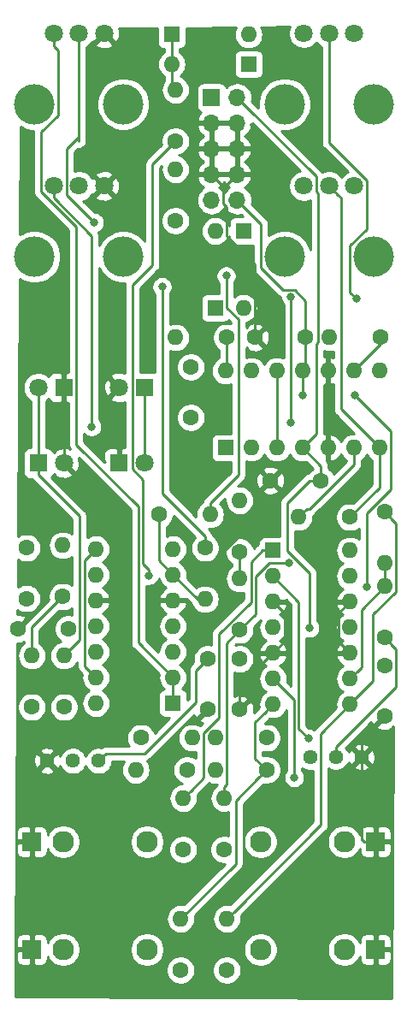
<source format=gbr>
G04 #@! TF.GenerationSoftware,KiCad,Pcbnew,(5.1.0)-1*
G04 #@! TF.CreationDate,2019-04-11T22:51:59-04:00*
G04 #@! TF.ProjectId,lfo,6c666f2e-6b69-4636-9164-5f7063625858,rev?*
G04 #@! TF.SameCoordinates,Original*
G04 #@! TF.FileFunction,Copper,L1,Top*
G04 #@! TF.FilePolarity,Positive*
%FSLAX46Y46*%
G04 Gerber Fmt 4.6, Leading zero omitted, Abs format (unit mm)*
G04 Created by KiCad (PCBNEW (5.1.0)-1) date 2019-04-11 22:51:59*
%MOMM*%
%LPD*%
G04 APERTURE LIST*
%ADD10O,1.600000X1.600000*%
%ADD11R,1.600000X1.600000*%
%ADD12C,4.000000*%
%ADD13C,1.800000*%
%ADD14C,1.600000*%
%ADD15R,1.800000X1.800000*%
%ADD16C,2.130000*%
%ADD17R,1.830000X1.930000*%
%ADD18C,1.440000*%
%ADD19O,1.700000X1.700000*%
%ADD20R,1.700000X1.700000*%
%ADD21C,0.800000*%
%ADD22C,0.250000*%
%ADD23C,0.254000*%
G04 APERTURE END LIST*
D10*
X225171000Y-73533000D03*
X240411000Y-81153000D03*
X227711000Y-73533000D03*
X237871000Y-81153000D03*
X230251000Y-73533000D03*
X235331000Y-81153000D03*
X232791000Y-73533000D03*
X232791000Y-81153000D03*
X235331000Y-73533000D03*
X230251000Y-81153000D03*
X237871000Y-73533000D03*
X227711000Y-81153000D03*
X240411000Y-73533000D03*
D11*
X225171000Y-81153000D03*
D12*
X231018000Y-62245000D03*
X239818000Y-62245000D03*
D13*
X232918000Y-55245000D03*
X235418000Y-55245000D03*
X237918000Y-55245000D03*
D12*
X206253000Y-62245000D03*
X215053000Y-62245000D03*
D13*
X208153000Y-55245000D03*
X210653000Y-55245000D03*
X213153000Y-55245000D03*
D10*
X220218000Y-70231000D03*
D14*
X225298000Y-70231000D03*
D10*
X235458000Y-70231000D03*
D14*
X240538000Y-70231000D03*
D10*
X232410000Y-88011000D03*
D14*
X237490000Y-88011000D03*
D10*
X220218000Y-53594000D03*
D14*
X220218000Y-58674000D03*
D10*
X224155000Y-59690000D03*
D11*
X224155000Y-67310000D03*
D10*
X226949000Y-67310000D03*
D11*
X226949000Y-59690000D03*
D13*
X214630000Y-75184000D03*
D15*
X217170000Y-75184000D03*
D13*
X217170000Y-82677000D03*
D15*
X214630000Y-82677000D03*
D14*
X221742000Y-78152000D03*
X221742000Y-73152000D03*
X233092000Y-70231000D03*
X228092000Y-70231000D03*
X234616000Y-84391500D03*
X229616000Y-84391500D03*
D10*
X224155000Y-113030000D03*
D14*
X229235000Y-113030000D03*
D10*
X216281000Y-113030000D03*
D14*
X221361000Y-113030000D03*
D10*
X226568000Y-94107000D03*
D14*
X226568000Y-99187000D03*
D10*
X226568000Y-86360000D03*
D14*
X226568000Y-91440000D03*
D16*
X228630000Y-130810000D03*
D17*
X240030000Y-130810000D03*
D16*
X236930000Y-130810000D03*
X217394000Y-120142000D03*
D17*
X205994000Y-120142000D03*
D16*
X209094000Y-120142000D03*
D18*
X238633000Y-111760000D03*
X236093000Y-111760000D03*
X233553000Y-111760000D03*
X207518000Y-112141000D03*
X210058000Y-112141000D03*
X212598000Y-112141000D03*
D10*
X237490000Y-91313000D03*
X229870000Y-106553000D03*
X237490000Y-93853000D03*
X229870000Y-104013000D03*
X237490000Y-96393000D03*
X229870000Y-101473000D03*
X237490000Y-98933000D03*
X229870000Y-98933000D03*
X237490000Y-101473000D03*
X229870000Y-96393000D03*
X237490000Y-104013000D03*
X229870000Y-93853000D03*
X237490000Y-106553000D03*
D11*
X229870000Y-91313000D03*
D10*
X212344000Y-106426000D03*
X219964000Y-91186000D03*
X212344000Y-103886000D03*
X219964000Y-93726000D03*
X212344000Y-101346000D03*
X219964000Y-96266000D03*
X212344000Y-98806000D03*
X219964000Y-98806000D03*
X212344000Y-96266000D03*
X219964000Y-101346000D03*
X212344000Y-93726000D03*
X219964000Y-103886000D03*
X212344000Y-91186000D03*
D11*
X219964000Y-106426000D03*
D12*
X231018000Y-47132000D03*
X239818000Y-47132000D03*
D13*
X232918000Y-40132000D03*
X235418000Y-40132000D03*
X237918000Y-40132000D03*
D12*
X206253000Y-47132000D03*
X215053000Y-47132000D03*
D13*
X208153000Y-40132000D03*
X210653000Y-40132000D03*
X213153000Y-40132000D03*
D10*
X220726000Y-127762000D03*
D14*
X220726000Y-132842000D03*
D10*
X225044000Y-115824000D03*
D14*
X225044000Y-120904000D03*
D10*
X220980000Y-115824000D03*
D14*
X220980000Y-120904000D03*
D10*
X225298000Y-127762000D03*
D14*
X225298000Y-132842000D03*
D10*
X221869000Y-109855000D03*
D14*
X216789000Y-109855000D03*
D10*
X240919000Y-92583000D03*
D14*
X240919000Y-87503000D03*
D10*
X240919000Y-94869000D03*
D14*
X240919000Y-99949000D03*
D10*
X224155000Y-109855000D03*
D14*
X229235000Y-109855000D03*
D10*
X223647000Y-87757000D03*
D14*
X218567000Y-87757000D03*
D10*
X209169000Y-101727000D03*
D14*
X209169000Y-106807000D03*
D10*
X205994000Y-101727000D03*
D14*
X205994000Y-106807000D03*
D10*
X220218000Y-45720000D03*
D14*
X220218000Y-50800000D03*
D10*
X223139000Y-96139000D03*
D14*
X223139000Y-91059000D03*
D10*
X209042000Y-90805000D03*
D14*
X209042000Y-95885000D03*
D19*
X226314000Y-56642000D03*
X223774000Y-56642000D03*
X226314000Y-54102000D03*
X223774000Y-54102000D03*
X226314000Y-51562000D03*
X223774000Y-51562000D03*
X226314000Y-49022000D03*
X223774000Y-49022000D03*
X226314000Y-46482000D03*
D20*
X223774000Y-46482000D03*
D16*
X217394000Y-130810000D03*
D17*
X205994000Y-130810000D03*
D16*
X209094000Y-130810000D03*
X228630000Y-120142000D03*
D17*
X240030000Y-120142000D03*
D16*
X236930000Y-120142000D03*
D10*
X227457000Y-40259000D03*
D11*
X219837000Y-40259000D03*
D10*
X219837000Y-43180000D03*
D11*
X227457000Y-43180000D03*
D13*
X209169000Y-82677000D03*
D15*
X206629000Y-82677000D03*
D13*
X206629000Y-75184000D03*
D15*
X209169000Y-75184000D03*
D14*
X240919000Y-102696000D03*
X240919000Y-107696000D03*
X226568000Y-102061000D03*
X226568000Y-107061000D03*
X209597000Y-99060000D03*
X204597000Y-99060000D03*
X223393000Y-102061000D03*
X223393000Y-107061000D03*
X205486000Y-96059000D03*
X205486000Y-91059000D03*
D21*
X217551000Y-93789500D03*
X233489500Y-98996500D03*
X224599500Y-95059500D03*
X232791000Y-75946000D03*
X237998000Y-75946000D03*
X239141000Y-94932500D03*
X238125000Y-66421000D03*
X218884500Y-65214500D03*
X225234500Y-64135000D03*
X212153500Y-58864500D03*
X233362500Y-109918500D03*
X231457500Y-92583000D03*
X231965500Y-113792000D03*
X231665999Y-78658501D03*
X231665999Y-66248499D03*
X211899500Y-79057500D03*
D22*
X215944999Y-83265001D02*
X215944999Y-65042501D01*
X216985010Y-84305012D02*
X215944999Y-83265001D01*
X216985010Y-92657825D02*
X216985010Y-84305012D01*
X217551000Y-93789500D02*
X217551000Y-93223815D01*
X217551000Y-93223815D02*
X216985010Y-92657825D01*
X215944999Y-65042501D02*
X217932000Y-63055500D01*
X217932000Y-53086000D02*
X220218000Y-50800000D01*
X217932000Y-63055500D02*
X217932000Y-53086000D01*
X234616000Y-82978000D02*
X234616000Y-84391500D01*
X232791000Y-81153000D02*
X234616000Y-82978000D01*
X227163999Y-47331999D02*
X226314000Y-46482000D01*
X234143001Y-54311001D02*
X227163999Y-47331999D01*
X234143001Y-55783003D02*
X234143001Y-54311001D01*
X234332999Y-55973001D02*
X234143001Y-55783003D01*
X234332999Y-70721001D02*
X234332999Y-55973001D01*
X234205999Y-70848001D02*
X234332999Y-70721001D01*
X234205999Y-79738001D02*
X234205999Y-70848001D01*
X232791000Y-81153000D02*
X234205999Y-79738001D01*
X213317999Y-111421001D02*
X212598000Y-112141000D01*
X217154001Y-111421001D02*
X213317999Y-111421001D01*
X222267999Y-106307003D02*
X217154001Y-111421001D01*
X222267999Y-103186001D02*
X222267999Y-106307003D01*
X223393000Y-102061000D02*
X222267999Y-103186001D01*
X231284999Y-91337497D02*
X233489500Y-93541998D01*
X231284999Y-86591131D02*
X231284999Y-91337497D01*
X234616000Y-84391500D02*
X233484630Y-84391500D01*
X233484630Y-84391500D02*
X231284999Y-86591131D01*
X233489500Y-93541998D02*
X233489500Y-98996500D01*
X233489500Y-98996500D02*
X233489500Y-98996500D01*
X205994000Y-120142000D02*
X205994000Y-130810000D01*
X240030000Y-130810000D02*
X240030000Y-120142000D01*
X235331000Y-73533000D02*
X235331000Y-81153000D01*
X209169000Y-82677000D02*
X209169000Y-75184000D01*
X236690001Y-100673001D02*
X237490000Y-101473000D01*
X236364999Y-100347999D02*
X236690001Y-100673001D01*
X236364999Y-97518001D02*
X236364999Y-100347999D01*
X237490000Y-96393000D02*
X236364999Y-97518001D01*
X230669999Y-97192999D02*
X229870000Y-96393000D01*
X230995001Y-97518001D02*
X230669999Y-97192999D01*
X230995001Y-100347999D02*
X230995001Y-97518001D01*
X229870000Y-101473000D02*
X230995001Y-100347999D01*
X226568000Y-104775000D02*
X226568000Y-107061000D01*
X229870000Y-101473000D02*
X226568000Y-104775000D01*
X238633000Y-109982000D02*
X238633000Y-111760000D01*
X240919000Y-107696000D02*
X238633000Y-109982000D01*
X238865000Y-120142000D02*
X240030000Y-120142000D01*
X238633000Y-119910000D02*
X238865000Y-120142000D01*
X238633000Y-111760000D02*
X238633000Y-119910000D01*
X205994000Y-113665000D02*
X207518000Y-112141000D01*
X205994000Y-120142000D02*
X205994000Y-113665000D01*
X228816001Y-87526997D02*
X224599500Y-91743498D01*
X229616000Y-84391500D02*
X228816001Y-85191499D01*
X228816001Y-85191499D02*
X228816001Y-87526997D01*
X224599500Y-95059500D02*
X224599500Y-95059500D01*
X224599500Y-91743498D02*
X224599500Y-95059500D01*
X224623999Y-54951999D02*
X223774000Y-54102000D01*
X224949001Y-57016003D02*
X224949001Y-55277001D01*
X224949001Y-55277001D02*
X224623999Y-54951999D01*
X225280001Y-57347003D02*
X224949001Y-57016003D01*
X225280001Y-60206003D02*
X225280001Y-57347003D01*
X228092000Y-63018002D02*
X225280001Y-60206003D01*
X228092000Y-70231000D02*
X228092000Y-63018002D01*
X223774000Y-52899919D02*
X223774000Y-51562000D01*
X223774000Y-54102000D02*
X223774000Y-52899919D01*
X226314000Y-50224081D02*
X226314000Y-51562000D01*
X226314000Y-49022000D02*
X226314000Y-50224081D01*
X223774000Y-50224081D02*
X223774000Y-51562000D01*
X223774000Y-49022000D02*
X223774000Y-50224081D01*
X226314000Y-54102000D02*
X226314000Y-51562000D01*
X225138999Y-55277001D02*
X226314000Y-54102000D01*
X224949001Y-55277001D02*
X225138999Y-55277001D01*
X233092000Y-73232000D02*
X232791000Y-73533000D01*
X233092000Y-70231000D02*
X233092000Y-73232000D01*
X233092000Y-69099630D02*
X233092000Y-70231000D01*
X233092000Y-66601498D02*
X233092000Y-69099630D01*
X232014000Y-65523498D02*
X233092000Y-66601498D01*
X230855496Y-65523498D02*
X232014000Y-65523498D01*
X228692999Y-63361001D02*
X230855496Y-65523498D01*
X228692999Y-59020999D02*
X228692999Y-63361001D01*
X226314000Y-56642000D02*
X228692999Y-59020999D01*
X232791000Y-73533000D02*
X232791000Y-74664370D01*
X232791000Y-74664370D02*
X232791000Y-75946000D01*
X232791000Y-75946000D02*
X232791000Y-75946000D01*
X241536001Y-85220997D02*
X239141000Y-87615998D01*
X237998000Y-75946000D02*
X241536001Y-79484001D01*
X241536001Y-79484001D02*
X241536001Y-85220997D01*
X239141000Y-87615998D02*
X239141000Y-94932500D01*
X239141000Y-94932500D02*
X239141000Y-94932500D01*
X206629000Y-75184000D02*
X206629000Y-82677000D01*
X206629000Y-83827000D02*
X206629000Y-82677000D01*
X210722001Y-87920001D02*
X206629000Y-83827000D01*
X210722001Y-100173999D02*
X210722001Y-87920001D01*
X209169000Y-101727000D02*
X210722001Y-100173999D01*
X219837000Y-41309000D02*
X219837000Y-43180000D01*
X219837000Y-40259000D02*
X219837000Y-41309000D01*
X219837000Y-45339000D02*
X220218000Y-45720000D01*
X219837000Y-43180000D02*
X219837000Y-45339000D01*
X223139000Y-89927630D02*
X218884500Y-85673130D01*
X223139000Y-91059000D02*
X223139000Y-89927630D01*
X218884500Y-85673130D02*
X218884500Y-65214500D01*
X237492999Y-61128999D02*
X237492999Y-65788999D01*
X239143001Y-59478997D02*
X237492999Y-61128999D01*
X239143001Y-54656999D02*
X239143001Y-59478997D01*
X235418000Y-40132000D02*
X235418000Y-50931998D01*
X235418000Y-50931998D02*
X239143001Y-54656999D01*
X237492999Y-65788999D02*
X238125000Y-66421000D01*
X238125000Y-66421000D02*
X238125000Y-66421000D01*
X218884500Y-65214500D02*
X218884500Y-65214500D01*
X218567000Y-92329000D02*
X219964000Y-93726000D01*
X218567000Y-87757000D02*
X218567000Y-92329000D01*
X222377000Y-96139000D02*
X223139000Y-96139000D01*
X219964000Y-93726000D02*
X222377000Y-96139000D01*
X210653000Y-41404792D02*
X210653000Y-40132000D01*
X223647000Y-86625630D02*
X223647000Y-87757000D01*
X226423001Y-83849629D02*
X223647000Y-86625630D01*
X226423001Y-68435001D02*
X226423001Y-83849629D01*
X225280001Y-67292001D02*
X226423001Y-68435001D01*
X225171000Y-64071500D02*
X225234500Y-64135000D01*
X225280001Y-64180501D02*
X225280001Y-67292001D01*
X225234500Y-64135000D02*
X225280001Y-64180501D01*
X209427999Y-51604001D02*
X210653000Y-50379000D01*
X209427999Y-56138999D02*
X209427999Y-51604001D01*
X212153500Y-58864500D02*
X209427999Y-56138999D01*
X210653000Y-50774002D02*
X210653000Y-50379000D01*
X210653000Y-50379000D02*
X210653000Y-41404792D01*
X205994000Y-98933000D02*
X209042000Y-95885000D01*
X205994000Y-101727000D02*
X205994000Y-98933000D01*
X232415510Y-96398510D02*
X232415510Y-108971510D01*
X229870000Y-93853000D02*
X232415510Y-96398510D01*
X232415510Y-108971510D02*
X233362500Y-109918500D01*
X233362500Y-109918500D02*
X233362500Y-109918500D01*
X221779999Y-115024001D02*
X220980000Y-115824000D01*
X222994001Y-113809999D02*
X221779999Y-115024001D01*
X222994001Y-109350997D02*
X222994001Y-113809999D01*
X224518001Y-107826997D02*
X222994001Y-109350997D01*
X224518001Y-99571997D02*
X224518001Y-107826997D01*
X227693001Y-96396997D02*
X224518001Y-99571997D01*
X227693001Y-92439999D02*
X227693001Y-96396997D01*
X228820000Y-91313000D02*
X227693001Y-92439999D01*
X229870000Y-91313000D02*
X228820000Y-91313000D01*
X219964000Y-105017370D02*
X219964000Y-106426000D01*
X219964000Y-103886000D02*
X219964000Y-105017370D01*
X208153000Y-41404792D02*
X208153000Y-40132000D01*
X208578001Y-41829793D02*
X208153000Y-41404792D01*
X208578001Y-48248001D02*
X208578001Y-41829793D01*
X206927999Y-55833001D02*
X206927999Y-49898003D01*
X206927999Y-49898003D02*
X208578001Y-48248001D01*
X210394001Y-59299003D02*
X206927999Y-55833001D01*
X210394001Y-80826003D02*
X210394001Y-59299003D01*
X216535000Y-86967002D02*
X210394001Y-80826003D01*
X216535000Y-100457000D02*
X216535000Y-86967002D01*
X219964000Y-103886000D02*
X216535000Y-100457000D01*
X240919000Y-92583000D02*
X240919000Y-94869000D01*
X238289999Y-103213001D02*
X237490000Y-104013000D01*
X238615001Y-102887999D02*
X238289999Y-103213001D01*
X238615001Y-97172999D02*
X238615001Y-102887999D01*
X240919000Y-94869000D02*
X238615001Y-97172999D01*
X241718999Y-100748999D02*
X240919000Y-99949000D01*
X242044001Y-101074001D02*
X241718999Y-100748999D01*
X242044001Y-104790766D02*
X242044001Y-101074001D01*
X236093000Y-110741767D02*
X242044001Y-104790766D01*
X236093000Y-111760000D02*
X236093000Y-110741767D01*
X241718999Y-88302999D02*
X240919000Y-87503000D01*
X242044001Y-88628001D02*
X241718999Y-88302999D01*
X242044001Y-95409001D02*
X242044001Y-88628001D01*
X239793999Y-97659003D02*
X242044001Y-95409001D01*
X239793999Y-104249001D02*
X239793999Y-97659003D01*
X237490000Y-106553000D02*
X239793999Y-104249001D01*
X226097999Y-126962001D02*
X225298000Y-127762000D01*
X234598001Y-118461999D02*
X226097999Y-126962001D01*
X234598001Y-109444999D02*
X234598001Y-118461999D01*
X237490000Y-106553000D02*
X234598001Y-109444999D01*
X225044000Y-114692630D02*
X225044000Y-115824000D01*
X225280001Y-114456629D02*
X225044000Y-114692630D01*
X225280001Y-100474999D02*
X225280001Y-114456629D01*
X226568000Y-99187000D02*
X225280001Y-100474999D01*
X226568000Y-99187000D02*
X228143011Y-97611989D01*
X228143011Y-93914987D02*
X229474998Y-92583000D01*
X228143011Y-95936011D02*
X228143011Y-93914987D01*
X228143011Y-95936011D02*
X228143011Y-95770489D01*
X228143011Y-97611989D02*
X228143011Y-95936011D01*
X229474998Y-92583000D02*
X231457500Y-92583000D01*
X231457500Y-92583000D02*
X231457500Y-92583000D01*
X228435001Y-113829999D02*
X229235000Y-113030000D01*
X226169001Y-116095999D02*
X228435001Y-113829999D01*
X226169001Y-122318999D02*
X226169001Y-116095999D01*
X220726000Y-127762000D02*
X226169001Y-122318999D01*
X229070001Y-107352999D02*
X229870000Y-106553000D01*
X228109999Y-108313001D02*
X229070001Y-107352999D01*
X228109999Y-111904999D02*
X228109999Y-108313001D01*
X229235000Y-113030000D02*
X228109999Y-111904999D01*
X226568000Y-92571370D02*
X226568000Y-94107000D01*
X226568000Y-91440000D02*
X226568000Y-92571370D01*
X231965500Y-106108500D02*
X229870000Y-104013000D01*
X231965500Y-113792000D02*
X231965500Y-106108500D01*
X211544001Y-91985999D02*
X212344000Y-91186000D01*
X211218999Y-92311001D02*
X211544001Y-91985999D01*
X211218999Y-102760999D02*
X211218999Y-92311001D01*
X212344000Y-103886000D02*
X211218999Y-102760999D01*
X240538000Y-70866000D02*
X240538000Y-70231000D01*
X237871000Y-73533000D02*
X240538000Y-70866000D01*
X217170000Y-75184000D02*
X217170000Y-76334000D01*
X217170000Y-75184000D02*
X217170000Y-82677000D01*
X230251000Y-80021630D02*
X230251000Y-73533000D01*
X230251000Y-81153000D02*
X230251000Y-80021630D01*
X237871000Y-82284370D02*
X237871000Y-81153000D01*
X237871000Y-82801502D02*
X237871000Y-82284370D01*
X233461501Y-87211001D02*
X237871000Y-82801502D01*
X233209999Y-87211001D02*
X233461501Y-87211001D01*
X232410000Y-88011000D02*
X233209999Y-87211001D01*
X231665999Y-70121999D02*
X231665999Y-78658501D01*
X231665999Y-78658501D02*
X231665999Y-78658501D01*
X231665999Y-70121999D02*
X231665999Y-66248499D01*
X231665999Y-66248499D02*
X231665999Y-66248499D01*
X236317999Y-56144999D02*
X235418000Y-55245000D01*
X236583001Y-56410001D02*
X236317999Y-56144999D01*
X236583001Y-77325001D02*
X236583001Y-56410001D01*
X240411000Y-81153000D02*
X236583001Y-77325001D01*
X240411000Y-85090000D02*
X240411000Y-81153000D01*
X237490000Y-88011000D02*
X240411000Y-85090000D01*
X225298000Y-73406000D02*
X225171000Y-73533000D01*
X225298000Y-70231000D02*
X225298000Y-73406000D01*
X208153000Y-56421592D02*
X211899500Y-60168092D01*
X208153000Y-55245000D02*
X208153000Y-56421592D01*
X211899500Y-60168092D02*
X211899500Y-79057500D01*
X211899500Y-79057500D02*
X211899500Y-79057500D01*
D23*
G36*
X215775001Y-87281805D02*
G01*
X215775000Y-100419678D01*
X215771324Y-100457000D01*
X215775000Y-100494322D01*
X215775000Y-100494332D01*
X215785997Y-100605985D01*
X215825309Y-100735580D01*
X215829454Y-100749246D01*
X215900026Y-100881276D01*
X215914798Y-100899275D01*
X215994999Y-100997001D01*
X216024003Y-101020804D01*
X218563292Y-103560094D01*
X218549764Y-103604691D01*
X218522057Y-103886000D01*
X218549764Y-104167309D01*
X218631818Y-104437808D01*
X218765068Y-104687101D01*
X218944392Y-104905608D01*
X219057482Y-104998419D01*
X219039518Y-105000188D01*
X218919820Y-105036498D01*
X218809506Y-105095463D01*
X218712815Y-105174815D01*
X218633463Y-105271506D01*
X218574498Y-105381820D01*
X218538188Y-105501518D01*
X218525928Y-105626000D01*
X218525928Y-107226000D01*
X218538188Y-107350482D01*
X218574498Y-107470180D01*
X218633463Y-107580494D01*
X218712815Y-107677185D01*
X218809506Y-107756537D01*
X218919820Y-107815502D01*
X219039518Y-107851812D01*
X219164000Y-107864072D01*
X219636128Y-107864072D01*
X218138076Y-109362124D01*
X218060680Y-109175273D01*
X217903637Y-108940241D01*
X217703759Y-108740363D01*
X217468727Y-108583320D01*
X217207574Y-108475147D01*
X216930335Y-108420000D01*
X216647665Y-108420000D01*
X216370426Y-108475147D01*
X216109273Y-108583320D01*
X215874241Y-108740363D01*
X215674363Y-108940241D01*
X215517320Y-109175273D01*
X215409147Y-109436426D01*
X215354000Y-109713665D01*
X215354000Y-109996335D01*
X215409147Y-110273574D01*
X215517320Y-110534727D01*
X215601693Y-110661001D01*
X213355321Y-110661001D01*
X213317998Y-110657325D01*
X213280675Y-110661001D01*
X213280666Y-110661001D01*
X213169013Y-110671998D01*
X213025752Y-110715455D01*
X212893723Y-110786027D01*
X212862093Y-110811985D01*
X212731456Y-110786000D01*
X212464544Y-110786000D01*
X212202761Y-110838072D01*
X211956167Y-110940215D01*
X211734238Y-111088503D01*
X211545503Y-111277238D01*
X211397215Y-111499167D01*
X211328000Y-111666266D01*
X211258785Y-111499167D01*
X211110497Y-111277238D01*
X210921762Y-111088503D01*
X210699833Y-110940215D01*
X210453239Y-110838072D01*
X210191456Y-110786000D01*
X209924544Y-110786000D01*
X209662761Y-110838072D01*
X209416167Y-110940215D01*
X209194238Y-111088503D01*
X209005503Y-111277238D01*
X208857215Y-111499167D01*
X208787562Y-111667324D01*
X208745875Y-111552647D01*
X208689368Y-111446932D01*
X208453560Y-111385045D01*
X207697605Y-112141000D01*
X208453560Y-112896955D01*
X208689368Y-112835068D01*
X208789764Y-112619993D01*
X208857215Y-112782833D01*
X209005503Y-113004762D01*
X209194238Y-113193497D01*
X209416167Y-113341785D01*
X209662761Y-113443928D01*
X209924544Y-113496000D01*
X210191456Y-113496000D01*
X210453239Y-113443928D01*
X210699833Y-113341785D01*
X210921762Y-113193497D01*
X211110497Y-113004762D01*
X211258785Y-112782833D01*
X211328000Y-112615734D01*
X211397215Y-112782833D01*
X211545503Y-113004762D01*
X211734238Y-113193497D01*
X211956167Y-113341785D01*
X212202761Y-113443928D01*
X212464544Y-113496000D01*
X212731456Y-113496000D01*
X212993239Y-113443928D01*
X213239833Y-113341785D01*
X213461762Y-113193497D01*
X213650497Y-113004762D01*
X213798785Y-112782833D01*
X213900928Y-112536239D01*
X213953000Y-112274456D01*
X213953000Y-112181001D01*
X215121377Y-112181001D01*
X215082068Y-112228899D01*
X214948818Y-112478192D01*
X214866764Y-112748691D01*
X214839057Y-113030000D01*
X214866764Y-113311309D01*
X214948818Y-113581808D01*
X215082068Y-113831101D01*
X215261392Y-114049608D01*
X215479899Y-114228932D01*
X215729192Y-114362182D01*
X215999691Y-114444236D01*
X216210508Y-114465000D01*
X216351492Y-114465000D01*
X216562309Y-114444236D01*
X216832808Y-114362182D01*
X217082101Y-114228932D01*
X217300608Y-114049608D01*
X217479932Y-113831101D01*
X217613182Y-113581808D01*
X217695236Y-113311309D01*
X217722943Y-113030000D01*
X217695236Y-112748691D01*
X217613182Y-112478192D01*
X217479932Y-112228899D01*
X217405963Y-112138767D01*
X217446248Y-112126547D01*
X217578277Y-112055975D01*
X217694002Y-111961002D01*
X217717805Y-111931998D01*
X222058608Y-107591196D01*
X222089397Y-107677292D01*
X222156329Y-107802514D01*
X222400298Y-107874097D01*
X223213395Y-107061000D01*
X223199253Y-107046858D01*
X223378858Y-106867253D01*
X223393000Y-106881395D01*
X223407143Y-106867253D01*
X223586748Y-107046858D01*
X223572605Y-107061000D01*
X223586748Y-107075143D01*
X223407143Y-107254748D01*
X223393000Y-107240605D01*
X222579903Y-108053702D01*
X222651486Y-108297671D01*
X222869410Y-108400786D01*
X222633625Y-108636571D01*
X222420808Y-108522818D01*
X222150309Y-108440764D01*
X221939492Y-108420000D01*
X221798508Y-108420000D01*
X221587691Y-108440764D01*
X221317192Y-108522818D01*
X221067899Y-108656068D01*
X220849392Y-108835392D01*
X220670068Y-109053899D01*
X220536818Y-109303192D01*
X220454764Y-109573691D01*
X220427057Y-109855000D01*
X220454764Y-110136309D01*
X220536818Y-110406808D01*
X220670068Y-110656101D01*
X220849392Y-110874608D01*
X221067899Y-111053932D01*
X221317192Y-111187182D01*
X221587691Y-111269236D01*
X221798508Y-111290000D01*
X221939492Y-111290000D01*
X222150309Y-111269236D01*
X222234001Y-111243848D01*
X222234002Y-111887462D01*
X222040727Y-111758320D01*
X221779574Y-111650147D01*
X221502335Y-111595000D01*
X221219665Y-111595000D01*
X220942426Y-111650147D01*
X220681273Y-111758320D01*
X220446241Y-111915363D01*
X220246363Y-112115241D01*
X220089320Y-112350273D01*
X219981147Y-112611426D01*
X219926000Y-112888665D01*
X219926000Y-113171335D01*
X219981147Y-113448574D01*
X220089320Y-113709727D01*
X220246363Y-113944759D01*
X220446241Y-114144637D01*
X220681273Y-114301680D01*
X220895430Y-114390387D01*
X220698691Y-114409764D01*
X220428192Y-114491818D01*
X220178899Y-114625068D01*
X219960392Y-114804392D01*
X219781068Y-115022899D01*
X219647818Y-115272192D01*
X219565764Y-115542691D01*
X219538057Y-115824000D01*
X219565764Y-116105309D01*
X219647818Y-116375808D01*
X219781068Y-116625101D01*
X219960392Y-116843608D01*
X220178899Y-117022932D01*
X220428192Y-117156182D01*
X220698691Y-117238236D01*
X220909508Y-117259000D01*
X221050492Y-117259000D01*
X221261309Y-117238236D01*
X221531808Y-117156182D01*
X221781101Y-117022932D01*
X221999608Y-116843608D01*
X222178932Y-116625101D01*
X222312182Y-116375808D01*
X222394236Y-116105309D01*
X222421943Y-115824000D01*
X222394236Y-115542691D01*
X222380708Y-115498093D01*
X223505004Y-114373798D01*
X223534002Y-114350000D01*
X223548150Y-114332761D01*
X223603192Y-114362182D01*
X223873691Y-114444236D01*
X224084508Y-114465000D01*
X224225492Y-114465000D01*
X224321729Y-114455521D01*
X224294997Y-114543645D01*
X224289427Y-114600198D01*
X224242899Y-114625068D01*
X224024392Y-114804392D01*
X223845068Y-115022899D01*
X223711818Y-115272192D01*
X223629764Y-115542691D01*
X223602057Y-115824000D01*
X223629764Y-116105309D01*
X223711818Y-116375808D01*
X223845068Y-116625101D01*
X224024392Y-116843608D01*
X224242899Y-117022932D01*
X224492192Y-117156182D01*
X224762691Y-117238236D01*
X224973508Y-117259000D01*
X225114492Y-117259000D01*
X225325309Y-117238236D01*
X225409002Y-117212848D01*
X225409001Y-119513491D01*
X225185335Y-119469000D01*
X224902665Y-119469000D01*
X224625426Y-119524147D01*
X224364273Y-119632320D01*
X224129241Y-119789363D01*
X223929363Y-119989241D01*
X223772320Y-120224273D01*
X223664147Y-120485426D01*
X223609000Y-120762665D01*
X223609000Y-121045335D01*
X223664147Y-121322574D01*
X223772320Y-121583727D01*
X223929363Y-121818759D01*
X224129241Y-122018637D01*
X224364273Y-122175680D01*
X224625426Y-122283853D01*
X224902665Y-122339000D01*
X225074198Y-122339000D01*
X221051906Y-126361292D01*
X221007309Y-126347764D01*
X220796492Y-126327000D01*
X220655508Y-126327000D01*
X220444691Y-126347764D01*
X220174192Y-126429818D01*
X219924899Y-126563068D01*
X219706392Y-126742392D01*
X219527068Y-126960899D01*
X219393818Y-127210192D01*
X219311764Y-127480691D01*
X219284057Y-127762000D01*
X219311764Y-128043309D01*
X219393818Y-128313808D01*
X219527068Y-128563101D01*
X219706392Y-128781608D01*
X219924899Y-128960932D01*
X220174192Y-129094182D01*
X220444691Y-129176236D01*
X220655508Y-129197000D01*
X220796492Y-129197000D01*
X221007309Y-129176236D01*
X221277808Y-129094182D01*
X221527101Y-128960932D01*
X221745608Y-128781608D01*
X221924932Y-128563101D01*
X222058182Y-128313808D01*
X222140236Y-128043309D01*
X222167943Y-127762000D01*
X222140236Y-127480691D01*
X222126708Y-127436094D01*
X226680005Y-122882797D01*
X226709002Y-122859000D01*
X226803975Y-122743275D01*
X226874547Y-122611246D01*
X226918004Y-122467985D01*
X226929001Y-122356332D01*
X226929001Y-122356322D01*
X226932677Y-122318999D01*
X226929001Y-122281676D01*
X226929001Y-119974565D01*
X226930000Y-119974565D01*
X226930000Y-120309435D01*
X226995330Y-120637872D01*
X227123479Y-120947252D01*
X227309523Y-121225687D01*
X227546313Y-121462477D01*
X227824748Y-121648521D01*
X228134128Y-121776670D01*
X228462565Y-121842000D01*
X228797435Y-121842000D01*
X229125872Y-121776670D01*
X229435252Y-121648521D01*
X229713687Y-121462477D01*
X229950477Y-121225687D01*
X230136521Y-120947252D01*
X230264670Y-120637872D01*
X230330000Y-120309435D01*
X230330000Y-119974565D01*
X230264670Y-119646128D01*
X230136521Y-119336748D01*
X229950477Y-119058313D01*
X229713687Y-118821523D01*
X229435252Y-118635479D01*
X229125872Y-118507330D01*
X228797435Y-118442000D01*
X228462565Y-118442000D01*
X228134128Y-118507330D01*
X227824748Y-118635479D01*
X227546313Y-118821523D01*
X227309523Y-119058313D01*
X227123479Y-119336748D01*
X226995330Y-119646128D01*
X226930000Y-119974565D01*
X226929001Y-119974565D01*
X226929001Y-116410800D01*
X228911114Y-114428688D01*
X229093665Y-114465000D01*
X229376335Y-114465000D01*
X229653574Y-114409853D01*
X229914727Y-114301680D01*
X230149759Y-114144637D01*
X230349637Y-113944759D01*
X230506680Y-113709727D01*
X230614853Y-113448574D01*
X230670000Y-113171335D01*
X230670000Y-112888665D01*
X230614853Y-112611426D01*
X230506680Y-112350273D01*
X230349637Y-112115241D01*
X230149759Y-111915363D01*
X229914727Y-111758320D01*
X229653574Y-111650147D01*
X229376335Y-111595000D01*
X229093665Y-111595000D01*
X228911113Y-111631312D01*
X228869999Y-111590198D01*
X228869999Y-111245509D01*
X229093665Y-111290000D01*
X229376335Y-111290000D01*
X229653574Y-111234853D01*
X229914727Y-111126680D01*
X230149759Y-110969637D01*
X230349637Y-110769759D01*
X230506680Y-110534727D01*
X230614853Y-110273574D01*
X230670000Y-109996335D01*
X230670000Y-109713665D01*
X230614853Y-109436426D01*
X230506680Y-109175273D01*
X230349637Y-108940241D01*
X230149759Y-108740363D01*
X229914727Y-108583320D01*
X229653574Y-108475147D01*
X229376335Y-108420000D01*
X229093665Y-108420000D01*
X229073862Y-108423939D01*
X229544094Y-107953708D01*
X229588691Y-107967236D01*
X229799508Y-107988000D01*
X229940492Y-107988000D01*
X230151309Y-107967236D01*
X230421808Y-107885182D01*
X230671101Y-107751932D01*
X230889608Y-107572608D01*
X231068932Y-107354101D01*
X231202182Y-107104808D01*
X231205501Y-107093867D01*
X231205500Y-113088289D01*
X231161563Y-113132226D01*
X231048295Y-113301744D01*
X230970274Y-113490102D01*
X230930500Y-113690061D01*
X230930500Y-113893939D01*
X230970274Y-114093898D01*
X231048295Y-114282256D01*
X231161563Y-114451774D01*
X231305726Y-114595937D01*
X231475244Y-114709205D01*
X231663602Y-114787226D01*
X231863561Y-114827000D01*
X232067439Y-114827000D01*
X232267398Y-114787226D01*
X232455756Y-114709205D01*
X232625274Y-114595937D01*
X232769437Y-114451774D01*
X232882705Y-114282256D01*
X232960726Y-114093898D01*
X233000500Y-113893939D01*
X233000500Y-113690061D01*
X232960726Y-113490102D01*
X232882705Y-113301744D01*
X232769437Y-113132226D01*
X232725500Y-113088289D01*
X232725500Y-112836726D01*
X232911167Y-112960785D01*
X233157761Y-113062928D01*
X233419544Y-113115000D01*
X233686456Y-113115000D01*
X233838001Y-113084856D01*
X233838002Y-118147196D01*
X225623907Y-126361292D01*
X225579309Y-126347764D01*
X225368492Y-126327000D01*
X225227508Y-126327000D01*
X225016691Y-126347764D01*
X224746192Y-126429818D01*
X224496899Y-126563068D01*
X224278392Y-126742392D01*
X224099068Y-126960899D01*
X223965818Y-127210192D01*
X223883764Y-127480691D01*
X223856057Y-127762000D01*
X223883764Y-128043309D01*
X223965818Y-128313808D01*
X224099068Y-128563101D01*
X224278392Y-128781608D01*
X224496899Y-128960932D01*
X224746192Y-129094182D01*
X225016691Y-129176236D01*
X225227508Y-129197000D01*
X225368492Y-129197000D01*
X225579309Y-129176236D01*
X225849808Y-129094182D01*
X226099101Y-128960932D01*
X226317608Y-128781608D01*
X226496932Y-128563101D01*
X226630182Y-128313808D01*
X226712236Y-128043309D01*
X226739943Y-127762000D01*
X226712236Y-127480691D01*
X226698708Y-127436093D01*
X234160236Y-119974565D01*
X235230000Y-119974565D01*
X235230000Y-120309435D01*
X235295330Y-120637872D01*
X235423479Y-120947252D01*
X235609523Y-121225687D01*
X235846313Y-121462477D01*
X236124748Y-121648521D01*
X236434128Y-121776670D01*
X236762565Y-121842000D01*
X237097435Y-121842000D01*
X237425872Y-121776670D01*
X237735252Y-121648521D01*
X238013687Y-121462477D01*
X238250477Y-121225687D01*
X238436521Y-120947252D01*
X238478105Y-120846860D01*
X238476928Y-121107000D01*
X238489188Y-121231482D01*
X238525498Y-121351180D01*
X238584463Y-121461494D01*
X238663815Y-121558185D01*
X238760506Y-121637537D01*
X238870820Y-121696502D01*
X238990518Y-121732812D01*
X239115000Y-121745072D01*
X239744250Y-121742000D01*
X239903000Y-121583250D01*
X239903000Y-120269000D01*
X240157000Y-120269000D01*
X240157000Y-121583250D01*
X240315750Y-121742000D01*
X240945000Y-121745072D01*
X241069482Y-121732812D01*
X241189180Y-121696502D01*
X241299494Y-121637537D01*
X241396185Y-121558185D01*
X241475537Y-121461494D01*
X241534502Y-121351180D01*
X241570812Y-121231482D01*
X241583072Y-121107000D01*
X241580000Y-120427750D01*
X241421250Y-120269000D01*
X240157000Y-120269000D01*
X239903000Y-120269000D01*
X239883000Y-120269000D01*
X239883000Y-120015000D01*
X239903000Y-120015000D01*
X239903000Y-118700750D01*
X240157000Y-118700750D01*
X240157000Y-120015000D01*
X241421250Y-120015000D01*
X241580000Y-119856250D01*
X241583072Y-119177000D01*
X241570812Y-119052518D01*
X241534502Y-118932820D01*
X241475537Y-118822506D01*
X241396185Y-118725815D01*
X241299494Y-118646463D01*
X241189180Y-118587498D01*
X241069482Y-118551188D01*
X240945000Y-118538928D01*
X240315750Y-118542000D01*
X240157000Y-118700750D01*
X239903000Y-118700750D01*
X239744250Y-118542000D01*
X239115000Y-118538928D01*
X238990518Y-118551188D01*
X238870820Y-118587498D01*
X238760506Y-118646463D01*
X238663815Y-118725815D01*
X238584463Y-118822506D01*
X238525498Y-118932820D01*
X238489188Y-119052518D01*
X238476928Y-119177000D01*
X238478105Y-119437140D01*
X238436521Y-119336748D01*
X238250477Y-119058313D01*
X238013687Y-118821523D01*
X237735252Y-118635479D01*
X237425872Y-118507330D01*
X237097435Y-118442000D01*
X236762565Y-118442000D01*
X236434128Y-118507330D01*
X236124748Y-118635479D01*
X235846313Y-118821523D01*
X235609523Y-119058313D01*
X235423479Y-119336748D01*
X235295330Y-119646128D01*
X235230000Y-119974565D01*
X234160236Y-119974565D01*
X235109004Y-119025798D01*
X235138002Y-119002000D01*
X235194777Y-118932820D01*
X235232975Y-118886276D01*
X235303547Y-118754246D01*
X235312171Y-118725815D01*
X235347004Y-118610985D01*
X235358001Y-118499332D01*
X235358001Y-118499323D01*
X235361677Y-118462000D01*
X235358001Y-118424677D01*
X235358001Y-112898534D01*
X235451167Y-112960785D01*
X235697761Y-113062928D01*
X235959544Y-113115000D01*
X236226456Y-113115000D01*
X236488239Y-113062928D01*
X236734833Y-112960785D01*
X236956762Y-112812497D01*
X237073699Y-112695560D01*
X237877045Y-112695560D01*
X237938932Y-112931368D01*
X238180790Y-113044266D01*
X238440027Y-113107811D01*
X238706680Y-113119561D01*
X238970501Y-113079063D01*
X239221353Y-112987875D01*
X239327068Y-112931368D01*
X239388955Y-112695560D01*
X238633000Y-111939605D01*
X237877045Y-112695560D01*
X237073699Y-112695560D01*
X237145497Y-112623762D01*
X237293785Y-112401833D01*
X237363438Y-112233676D01*
X237405125Y-112348353D01*
X237461632Y-112454068D01*
X237697440Y-112515955D01*
X238453395Y-111760000D01*
X238812605Y-111760000D01*
X239568560Y-112515955D01*
X239804368Y-112454068D01*
X239917266Y-112212210D01*
X239980811Y-111952973D01*
X239992561Y-111686320D01*
X239952063Y-111422499D01*
X239860875Y-111171647D01*
X239804368Y-111065932D01*
X239568560Y-111004045D01*
X238812605Y-111760000D01*
X238453395Y-111760000D01*
X237697440Y-111004045D01*
X237461632Y-111065932D01*
X237361236Y-111281007D01*
X237293785Y-111118167D01*
X237145497Y-110896238D01*
X237079414Y-110830155D01*
X237085129Y-110824440D01*
X237877045Y-110824440D01*
X238633000Y-111580395D01*
X239388955Y-110824440D01*
X239327068Y-110588632D01*
X239085210Y-110475734D01*
X238825973Y-110412189D01*
X238559320Y-110400439D01*
X238295499Y-110440937D01*
X238044647Y-110532125D01*
X237938932Y-110588632D01*
X237877045Y-110824440D01*
X237085129Y-110824440D01*
X239610624Y-108298945D01*
X239615397Y-108312292D01*
X239682329Y-108437514D01*
X239926298Y-108509097D01*
X240739395Y-107696000D01*
X240725253Y-107681858D01*
X240904858Y-107502253D01*
X240919000Y-107516395D01*
X240933143Y-107502253D01*
X241112748Y-107681858D01*
X241098605Y-107696000D01*
X241112748Y-107710143D01*
X240933143Y-107889748D01*
X240919000Y-107875605D01*
X240105903Y-108688702D01*
X240177486Y-108932671D01*
X240432996Y-109053571D01*
X240707184Y-109122300D01*
X240989512Y-109136217D01*
X241269130Y-109094787D01*
X241535292Y-108999603D01*
X241660514Y-108932671D01*
X241732097Y-108688704D01*
X241742136Y-108698743D01*
X241618085Y-135635572D01*
X204343756Y-135509432D01*
X204360474Y-132700665D01*
X219291000Y-132700665D01*
X219291000Y-132983335D01*
X219346147Y-133260574D01*
X219454320Y-133521727D01*
X219611363Y-133756759D01*
X219811241Y-133956637D01*
X220046273Y-134113680D01*
X220307426Y-134221853D01*
X220584665Y-134277000D01*
X220867335Y-134277000D01*
X221144574Y-134221853D01*
X221405727Y-134113680D01*
X221640759Y-133956637D01*
X221840637Y-133756759D01*
X221997680Y-133521727D01*
X222105853Y-133260574D01*
X222161000Y-132983335D01*
X222161000Y-132700665D01*
X223863000Y-132700665D01*
X223863000Y-132983335D01*
X223918147Y-133260574D01*
X224026320Y-133521727D01*
X224183363Y-133756759D01*
X224383241Y-133956637D01*
X224618273Y-134113680D01*
X224879426Y-134221853D01*
X225156665Y-134277000D01*
X225439335Y-134277000D01*
X225716574Y-134221853D01*
X225977727Y-134113680D01*
X226212759Y-133956637D01*
X226412637Y-133756759D01*
X226569680Y-133521727D01*
X226677853Y-133260574D01*
X226733000Y-132983335D01*
X226733000Y-132700665D01*
X226677853Y-132423426D01*
X226569680Y-132162273D01*
X226412637Y-131927241D01*
X226212759Y-131727363D01*
X225977727Y-131570320D01*
X225716574Y-131462147D01*
X225439335Y-131407000D01*
X225156665Y-131407000D01*
X224879426Y-131462147D01*
X224618273Y-131570320D01*
X224383241Y-131727363D01*
X224183363Y-131927241D01*
X224026320Y-132162273D01*
X223918147Y-132423426D01*
X223863000Y-132700665D01*
X222161000Y-132700665D01*
X222105853Y-132423426D01*
X221997680Y-132162273D01*
X221840637Y-131927241D01*
X221640759Y-131727363D01*
X221405727Y-131570320D01*
X221144574Y-131462147D01*
X220867335Y-131407000D01*
X220584665Y-131407000D01*
X220307426Y-131462147D01*
X220046273Y-131570320D01*
X219811241Y-131727363D01*
X219611363Y-131927241D01*
X219454320Y-132162273D01*
X219346147Y-132423426D01*
X219291000Y-132700665D01*
X204360474Y-132700665D01*
X204365984Y-131775000D01*
X204440928Y-131775000D01*
X204453188Y-131899482D01*
X204489498Y-132019180D01*
X204548463Y-132129494D01*
X204627815Y-132226185D01*
X204724506Y-132305537D01*
X204834820Y-132364502D01*
X204954518Y-132400812D01*
X205079000Y-132413072D01*
X205708250Y-132410000D01*
X205867000Y-132251250D01*
X205867000Y-130937000D01*
X204602750Y-130937000D01*
X204444000Y-131095750D01*
X204440928Y-131775000D01*
X204365984Y-131775000D01*
X204377472Y-129845000D01*
X204440928Y-129845000D01*
X204444000Y-130524250D01*
X204602750Y-130683000D01*
X205867000Y-130683000D01*
X205867000Y-129368750D01*
X206121000Y-129368750D01*
X206121000Y-130683000D01*
X206141000Y-130683000D01*
X206141000Y-130937000D01*
X206121000Y-130937000D01*
X206121000Y-132251250D01*
X206279750Y-132410000D01*
X206909000Y-132413072D01*
X207033482Y-132400812D01*
X207153180Y-132364502D01*
X207263494Y-132305537D01*
X207360185Y-132226185D01*
X207439537Y-132129494D01*
X207498502Y-132019180D01*
X207534812Y-131899482D01*
X207547072Y-131775000D01*
X207545895Y-131514860D01*
X207587479Y-131615252D01*
X207773523Y-131893687D01*
X208010313Y-132130477D01*
X208288748Y-132316521D01*
X208598128Y-132444670D01*
X208926565Y-132510000D01*
X209261435Y-132510000D01*
X209589872Y-132444670D01*
X209899252Y-132316521D01*
X210177687Y-132130477D01*
X210414477Y-131893687D01*
X210600521Y-131615252D01*
X210728670Y-131305872D01*
X210794000Y-130977435D01*
X210794000Y-130642565D01*
X215694000Y-130642565D01*
X215694000Y-130977435D01*
X215759330Y-131305872D01*
X215887479Y-131615252D01*
X216073523Y-131893687D01*
X216310313Y-132130477D01*
X216588748Y-132316521D01*
X216898128Y-132444670D01*
X217226565Y-132510000D01*
X217561435Y-132510000D01*
X217889872Y-132444670D01*
X218199252Y-132316521D01*
X218477687Y-132130477D01*
X218714477Y-131893687D01*
X218900521Y-131615252D01*
X219028670Y-131305872D01*
X219094000Y-130977435D01*
X219094000Y-130642565D01*
X226930000Y-130642565D01*
X226930000Y-130977435D01*
X226995330Y-131305872D01*
X227123479Y-131615252D01*
X227309523Y-131893687D01*
X227546313Y-132130477D01*
X227824748Y-132316521D01*
X228134128Y-132444670D01*
X228462565Y-132510000D01*
X228797435Y-132510000D01*
X229125872Y-132444670D01*
X229435252Y-132316521D01*
X229713687Y-132130477D01*
X229950477Y-131893687D01*
X230136521Y-131615252D01*
X230264670Y-131305872D01*
X230330000Y-130977435D01*
X230330000Y-130642565D01*
X235230000Y-130642565D01*
X235230000Y-130977435D01*
X235295330Y-131305872D01*
X235423479Y-131615252D01*
X235609523Y-131893687D01*
X235846313Y-132130477D01*
X236124748Y-132316521D01*
X236434128Y-132444670D01*
X236762565Y-132510000D01*
X237097435Y-132510000D01*
X237425872Y-132444670D01*
X237735252Y-132316521D01*
X238013687Y-132130477D01*
X238250477Y-131893687D01*
X238436521Y-131615252D01*
X238478105Y-131514860D01*
X238476928Y-131775000D01*
X238489188Y-131899482D01*
X238525498Y-132019180D01*
X238584463Y-132129494D01*
X238663815Y-132226185D01*
X238760506Y-132305537D01*
X238870820Y-132364502D01*
X238990518Y-132400812D01*
X239115000Y-132413072D01*
X239744250Y-132410000D01*
X239903000Y-132251250D01*
X239903000Y-130937000D01*
X240157000Y-130937000D01*
X240157000Y-132251250D01*
X240315750Y-132410000D01*
X240945000Y-132413072D01*
X241069482Y-132400812D01*
X241189180Y-132364502D01*
X241299494Y-132305537D01*
X241396185Y-132226185D01*
X241475537Y-132129494D01*
X241534502Y-132019180D01*
X241570812Y-131899482D01*
X241583072Y-131775000D01*
X241580000Y-131095750D01*
X241421250Y-130937000D01*
X240157000Y-130937000D01*
X239903000Y-130937000D01*
X239883000Y-130937000D01*
X239883000Y-130683000D01*
X239903000Y-130683000D01*
X239903000Y-129368750D01*
X240157000Y-129368750D01*
X240157000Y-130683000D01*
X241421250Y-130683000D01*
X241580000Y-130524250D01*
X241583072Y-129845000D01*
X241570812Y-129720518D01*
X241534502Y-129600820D01*
X241475537Y-129490506D01*
X241396185Y-129393815D01*
X241299494Y-129314463D01*
X241189180Y-129255498D01*
X241069482Y-129219188D01*
X240945000Y-129206928D01*
X240315750Y-129210000D01*
X240157000Y-129368750D01*
X239903000Y-129368750D01*
X239744250Y-129210000D01*
X239115000Y-129206928D01*
X238990518Y-129219188D01*
X238870820Y-129255498D01*
X238760506Y-129314463D01*
X238663815Y-129393815D01*
X238584463Y-129490506D01*
X238525498Y-129600820D01*
X238489188Y-129720518D01*
X238476928Y-129845000D01*
X238478105Y-130105140D01*
X238436521Y-130004748D01*
X238250477Y-129726313D01*
X238013687Y-129489523D01*
X237735252Y-129303479D01*
X237425872Y-129175330D01*
X237097435Y-129110000D01*
X236762565Y-129110000D01*
X236434128Y-129175330D01*
X236124748Y-129303479D01*
X235846313Y-129489523D01*
X235609523Y-129726313D01*
X235423479Y-130004748D01*
X235295330Y-130314128D01*
X235230000Y-130642565D01*
X230330000Y-130642565D01*
X230264670Y-130314128D01*
X230136521Y-130004748D01*
X229950477Y-129726313D01*
X229713687Y-129489523D01*
X229435252Y-129303479D01*
X229125872Y-129175330D01*
X228797435Y-129110000D01*
X228462565Y-129110000D01*
X228134128Y-129175330D01*
X227824748Y-129303479D01*
X227546313Y-129489523D01*
X227309523Y-129726313D01*
X227123479Y-130004748D01*
X226995330Y-130314128D01*
X226930000Y-130642565D01*
X219094000Y-130642565D01*
X219028670Y-130314128D01*
X218900521Y-130004748D01*
X218714477Y-129726313D01*
X218477687Y-129489523D01*
X218199252Y-129303479D01*
X217889872Y-129175330D01*
X217561435Y-129110000D01*
X217226565Y-129110000D01*
X216898128Y-129175330D01*
X216588748Y-129303479D01*
X216310313Y-129489523D01*
X216073523Y-129726313D01*
X215887479Y-130004748D01*
X215759330Y-130314128D01*
X215694000Y-130642565D01*
X210794000Y-130642565D01*
X210728670Y-130314128D01*
X210600521Y-130004748D01*
X210414477Y-129726313D01*
X210177687Y-129489523D01*
X209899252Y-129303479D01*
X209589872Y-129175330D01*
X209261435Y-129110000D01*
X208926565Y-129110000D01*
X208598128Y-129175330D01*
X208288748Y-129303479D01*
X208010313Y-129489523D01*
X207773523Y-129726313D01*
X207587479Y-130004748D01*
X207545895Y-130105140D01*
X207547072Y-129845000D01*
X207534812Y-129720518D01*
X207498502Y-129600820D01*
X207439537Y-129490506D01*
X207360185Y-129393815D01*
X207263494Y-129314463D01*
X207153180Y-129255498D01*
X207033482Y-129219188D01*
X206909000Y-129206928D01*
X206279750Y-129210000D01*
X206121000Y-129368750D01*
X205867000Y-129368750D01*
X205708250Y-129210000D01*
X205079000Y-129206928D01*
X204954518Y-129219188D01*
X204834820Y-129255498D01*
X204724506Y-129314463D01*
X204627815Y-129393815D01*
X204548463Y-129490506D01*
X204489498Y-129600820D01*
X204453188Y-129720518D01*
X204440928Y-129845000D01*
X204377472Y-129845000D01*
X204429484Y-121107000D01*
X204440928Y-121107000D01*
X204453188Y-121231482D01*
X204489498Y-121351180D01*
X204548463Y-121461494D01*
X204627815Y-121558185D01*
X204724506Y-121637537D01*
X204834820Y-121696502D01*
X204954518Y-121732812D01*
X205079000Y-121745072D01*
X205708250Y-121742000D01*
X205867000Y-121583250D01*
X205867000Y-120269000D01*
X204602750Y-120269000D01*
X204444000Y-120427750D01*
X204440928Y-121107000D01*
X204429484Y-121107000D01*
X204440947Y-119181278D01*
X204444000Y-119856250D01*
X204602750Y-120015000D01*
X205867000Y-120015000D01*
X205867000Y-118700750D01*
X206121000Y-118700750D01*
X206121000Y-120015000D01*
X206141000Y-120015000D01*
X206141000Y-120269000D01*
X206121000Y-120269000D01*
X206121000Y-121583250D01*
X206279750Y-121742000D01*
X206909000Y-121745072D01*
X207033482Y-121732812D01*
X207153180Y-121696502D01*
X207263494Y-121637537D01*
X207360185Y-121558185D01*
X207439537Y-121461494D01*
X207498502Y-121351180D01*
X207534812Y-121231482D01*
X207547072Y-121107000D01*
X207545895Y-120846860D01*
X207587479Y-120947252D01*
X207773523Y-121225687D01*
X208010313Y-121462477D01*
X208288748Y-121648521D01*
X208598128Y-121776670D01*
X208926565Y-121842000D01*
X209261435Y-121842000D01*
X209589872Y-121776670D01*
X209899252Y-121648521D01*
X210177687Y-121462477D01*
X210414477Y-121225687D01*
X210600521Y-120947252D01*
X210728670Y-120637872D01*
X210794000Y-120309435D01*
X210794000Y-119974565D01*
X215694000Y-119974565D01*
X215694000Y-120309435D01*
X215759330Y-120637872D01*
X215887479Y-120947252D01*
X216073523Y-121225687D01*
X216310313Y-121462477D01*
X216588748Y-121648521D01*
X216898128Y-121776670D01*
X217226565Y-121842000D01*
X217561435Y-121842000D01*
X217889872Y-121776670D01*
X218199252Y-121648521D01*
X218477687Y-121462477D01*
X218714477Y-121225687D01*
X218900521Y-120947252D01*
X218976979Y-120762665D01*
X219545000Y-120762665D01*
X219545000Y-121045335D01*
X219600147Y-121322574D01*
X219708320Y-121583727D01*
X219865363Y-121818759D01*
X220065241Y-122018637D01*
X220300273Y-122175680D01*
X220561426Y-122283853D01*
X220838665Y-122339000D01*
X221121335Y-122339000D01*
X221398574Y-122283853D01*
X221659727Y-122175680D01*
X221894759Y-122018637D01*
X222094637Y-121818759D01*
X222251680Y-121583727D01*
X222359853Y-121322574D01*
X222415000Y-121045335D01*
X222415000Y-120762665D01*
X222359853Y-120485426D01*
X222251680Y-120224273D01*
X222094637Y-119989241D01*
X221894759Y-119789363D01*
X221659727Y-119632320D01*
X221398574Y-119524147D01*
X221121335Y-119469000D01*
X220838665Y-119469000D01*
X220561426Y-119524147D01*
X220300273Y-119632320D01*
X220065241Y-119789363D01*
X219865363Y-119989241D01*
X219708320Y-120224273D01*
X219600147Y-120485426D01*
X219545000Y-120762665D01*
X218976979Y-120762665D01*
X219028670Y-120637872D01*
X219094000Y-120309435D01*
X219094000Y-119974565D01*
X219028670Y-119646128D01*
X218900521Y-119336748D01*
X218714477Y-119058313D01*
X218477687Y-118821523D01*
X218199252Y-118635479D01*
X217889872Y-118507330D01*
X217561435Y-118442000D01*
X217226565Y-118442000D01*
X216898128Y-118507330D01*
X216588748Y-118635479D01*
X216310313Y-118821523D01*
X216073523Y-119058313D01*
X215887479Y-119336748D01*
X215759330Y-119646128D01*
X215694000Y-119974565D01*
X210794000Y-119974565D01*
X210728670Y-119646128D01*
X210600521Y-119336748D01*
X210414477Y-119058313D01*
X210177687Y-118821523D01*
X209899252Y-118635479D01*
X209589872Y-118507330D01*
X209261435Y-118442000D01*
X208926565Y-118442000D01*
X208598128Y-118507330D01*
X208288748Y-118635479D01*
X208010313Y-118821523D01*
X207773523Y-119058313D01*
X207587479Y-119336748D01*
X207545895Y-119437140D01*
X207547072Y-119177000D01*
X207534812Y-119052518D01*
X207498502Y-118932820D01*
X207439537Y-118822506D01*
X207360185Y-118725815D01*
X207263494Y-118646463D01*
X207153180Y-118587498D01*
X207033482Y-118551188D01*
X206909000Y-118538928D01*
X206279750Y-118542000D01*
X206121000Y-118700750D01*
X205867000Y-118700750D01*
X205708250Y-118542000D01*
X205079000Y-118538928D01*
X204954518Y-118551188D01*
X204834820Y-118587498D01*
X204724506Y-118646463D01*
X204627815Y-118725815D01*
X204548463Y-118822506D01*
X204489498Y-118932820D01*
X204453188Y-119052518D01*
X204440976Y-119176516D01*
X204477284Y-113076560D01*
X206762045Y-113076560D01*
X206823932Y-113312368D01*
X207065790Y-113425266D01*
X207325027Y-113488811D01*
X207591680Y-113500561D01*
X207855501Y-113460063D01*
X208106353Y-113368875D01*
X208212068Y-113312368D01*
X208273955Y-113076560D01*
X207518000Y-112320605D01*
X206762045Y-113076560D01*
X204477284Y-113076560D01*
X204482415Y-112214680D01*
X206158439Y-112214680D01*
X206198937Y-112478501D01*
X206290125Y-112729353D01*
X206346632Y-112835068D01*
X206582440Y-112896955D01*
X207338395Y-112141000D01*
X206582440Y-111385045D01*
X206346632Y-111446932D01*
X206233734Y-111688790D01*
X206170189Y-111948027D01*
X206158439Y-112214680D01*
X204482415Y-112214680D01*
X204488422Y-111205440D01*
X206762045Y-111205440D01*
X207518000Y-111961395D01*
X208273955Y-111205440D01*
X208212068Y-110969632D01*
X207970210Y-110856734D01*
X207710973Y-110793189D01*
X207444320Y-110781439D01*
X207180499Y-110821937D01*
X206929647Y-110913125D01*
X206823932Y-110969632D01*
X206762045Y-111205440D01*
X204488422Y-111205440D01*
X204515445Y-106665665D01*
X204559000Y-106665665D01*
X204559000Y-106948335D01*
X204614147Y-107225574D01*
X204722320Y-107486727D01*
X204879363Y-107721759D01*
X205079241Y-107921637D01*
X205314273Y-108078680D01*
X205575426Y-108186853D01*
X205852665Y-108242000D01*
X206135335Y-108242000D01*
X206412574Y-108186853D01*
X206673727Y-108078680D01*
X206908759Y-107921637D01*
X207108637Y-107721759D01*
X207265680Y-107486727D01*
X207373853Y-107225574D01*
X207429000Y-106948335D01*
X207429000Y-106665665D01*
X207734000Y-106665665D01*
X207734000Y-106948335D01*
X207789147Y-107225574D01*
X207897320Y-107486727D01*
X208054363Y-107721759D01*
X208254241Y-107921637D01*
X208489273Y-108078680D01*
X208750426Y-108186853D01*
X209027665Y-108242000D01*
X209310335Y-108242000D01*
X209587574Y-108186853D01*
X209848727Y-108078680D01*
X210083759Y-107921637D01*
X210283637Y-107721759D01*
X210440680Y-107486727D01*
X210548853Y-107225574D01*
X210604000Y-106948335D01*
X210604000Y-106665665D01*
X210548853Y-106388426D01*
X210440680Y-106127273D01*
X210283637Y-105892241D01*
X210083759Y-105692363D01*
X209848727Y-105535320D01*
X209587574Y-105427147D01*
X209310335Y-105372000D01*
X209027665Y-105372000D01*
X208750426Y-105427147D01*
X208489273Y-105535320D01*
X208254241Y-105692363D01*
X208054363Y-105892241D01*
X207897320Y-106127273D01*
X207789147Y-106388426D01*
X207734000Y-106665665D01*
X207429000Y-106665665D01*
X207373853Y-106388426D01*
X207265680Y-106127273D01*
X207108637Y-105892241D01*
X206908759Y-105692363D01*
X206673727Y-105535320D01*
X206412574Y-105427147D01*
X206135335Y-105372000D01*
X205852665Y-105372000D01*
X205575426Y-105427147D01*
X205314273Y-105535320D01*
X205079241Y-105692363D01*
X204879363Y-105892241D01*
X204722320Y-106127273D01*
X204614147Y-106388426D01*
X204559000Y-106665665D01*
X204515445Y-106665665D01*
X204552178Y-100494532D01*
X204667512Y-100500217D01*
X204947130Y-100458787D01*
X205213292Y-100363603D01*
X205234000Y-100352534D01*
X205234000Y-100506099D01*
X205192899Y-100528068D01*
X204974392Y-100707392D01*
X204795068Y-100925899D01*
X204661818Y-101175192D01*
X204579764Y-101445691D01*
X204552057Y-101727000D01*
X204579764Y-102008309D01*
X204661818Y-102278808D01*
X204795068Y-102528101D01*
X204974392Y-102746608D01*
X205192899Y-102925932D01*
X205442192Y-103059182D01*
X205712691Y-103141236D01*
X205923508Y-103162000D01*
X206064492Y-103162000D01*
X206275309Y-103141236D01*
X206545808Y-103059182D01*
X206795101Y-102925932D01*
X207013608Y-102746608D01*
X207192932Y-102528101D01*
X207326182Y-102278808D01*
X207408236Y-102008309D01*
X207435943Y-101727000D01*
X207408236Y-101445691D01*
X207326182Y-101175192D01*
X207192932Y-100925899D01*
X207013608Y-100707392D01*
X206795101Y-100528068D01*
X206754000Y-100506099D01*
X206754000Y-99247801D01*
X208718114Y-97283688D01*
X208900665Y-97320000D01*
X209183335Y-97320000D01*
X209460574Y-97264853D01*
X209721727Y-97156680D01*
X209956759Y-96999637D01*
X209962001Y-96994395D01*
X209962001Y-97669491D01*
X209738335Y-97625000D01*
X209455665Y-97625000D01*
X209178426Y-97680147D01*
X208917273Y-97788320D01*
X208682241Y-97945363D01*
X208482363Y-98145241D01*
X208325320Y-98380273D01*
X208217147Y-98641426D01*
X208162000Y-98918665D01*
X208162000Y-99201335D01*
X208217147Y-99478574D01*
X208325320Y-99739727D01*
X208482363Y-99974759D01*
X208682241Y-100174637D01*
X208888800Y-100312655D01*
X208887691Y-100312764D01*
X208617192Y-100394818D01*
X208367899Y-100528068D01*
X208149392Y-100707392D01*
X207970068Y-100925899D01*
X207836818Y-101175192D01*
X207754764Y-101445691D01*
X207727057Y-101727000D01*
X207754764Y-102008309D01*
X207836818Y-102278808D01*
X207970068Y-102528101D01*
X208149392Y-102746608D01*
X208367899Y-102925932D01*
X208617192Y-103059182D01*
X208887691Y-103141236D01*
X209098508Y-103162000D01*
X209239492Y-103162000D01*
X209450309Y-103141236D01*
X209720808Y-103059182D01*
X209970101Y-102925932D01*
X210188608Y-102746608D01*
X210367932Y-102528101D01*
X210458999Y-102357727D01*
X210458999Y-102723677D01*
X210455323Y-102760999D01*
X210458999Y-102798321D01*
X210458999Y-102798331D01*
X210469996Y-102909984D01*
X210508521Y-103036985D01*
X210513453Y-103053245D01*
X210584025Y-103185275D01*
X210623870Y-103233825D01*
X210678998Y-103301000D01*
X210708001Y-103324803D01*
X210943292Y-103560094D01*
X210929764Y-103604691D01*
X210902057Y-103886000D01*
X210929764Y-104167309D01*
X211011818Y-104437808D01*
X211145068Y-104687101D01*
X211324392Y-104905608D01*
X211542899Y-105084932D01*
X211675858Y-105156000D01*
X211542899Y-105227068D01*
X211324392Y-105406392D01*
X211145068Y-105624899D01*
X211011818Y-105874192D01*
X210929764Y-106144691D01*
X210902057Y-106426000D01*
X210929764Y-106707309D01*
X211011818Y-106977808D01*
X211145068Y-107227101D01*
X211324392Y-107445608D01*
X211542899Y-107624932D01*
X211792192Y-107758182D01*
X212062691Y-107840236D01*
X212273508Y-107861000D01*
X212414492Y-107861000D01*
X212625309Y-107840236D01*
X212895808Y-107758182D01*
X213145101Y-107624932D01*
X213363608Y-107445608D01*
X213542932Y-107227101D01*
X213676182Y-106977808D01*
X213758236Y-106707309D01*
X213785943Y-106426000D01*
X213758236Y-106144691D01*
X213676182Y-105874192D01*
X213542932Y-105624899D01*
X213363608Y-105406392D01*
X213145101Y-105227068D01*
X213012142Y-105156000D01*
X213145101Y-105084932D01*
X213363608Y-104905608D01*
X213542932Y-104687101D01*
X213676182Y-104437808D01*
X213758236Y-104167309D01*
X213785943Y-103886000D01*
X213758236Y-103604691D01*
X213676182Y-103334192D01*
X213542932Y-103084899D01*
X213363608Y-102866392D01*
X213145101Y-102687068D01*
X213012142Y-102616000D01*
X213145101Y-102544932D01*
X213363608Y-102365608D01*
X213542932Y-102147101D01*
X213676182Y-101897808D01*
X213758236Y-101627309D01*
X213785943Y-101346000D01*
X213758236Y-101064691D01*
X213676182Y-100794192D01*
X213542932Y-100544899D01*
X213363608Y-100326392D01*
X213145101Y-100147068D01*
X213012142Y-100076000D01*
X213145101Y-100004932D01*
X213363608Y-99825608D01*
X213542932Y-99607101D01*
X213676182Y-99357808D01*
X213758236Y-99087309D01*
X213785943Y-98806000D01*
X213758236Y-98524691D01*
X213676182Y-98254192D01*
X213542932Y-98004899D01*
X213363608Y-97786392D01*
X213145101Y-97607068D01*
X213007318Y-97533421D01*
X213199131Y-97418385D01*
X213407519Y-97229414D01*
X213575037Y-97003420D01*
X213695246Y-96749087D01*
X213735904Y-96615039D01*
X213613915Y-96393000D01*
X212471000Y-96393000D01*
X212471000Y-96413000D01*
X212217000Y-96413000D01*
X212217000Y-96393000D01*
X212197000Y-96393000D01*
X212197000Y-96139000D01*
X212217000Y-96139000D01*
X212217000Y-96119000D01*
X212471000Y-96119000D01*
X212471000Y-96139000D01*
X213613915Y-96139000D01*
X213735904Y-95916961D01*
X213695246Y-95782913D01*
X213575037Y-95528580D01*
X213407519Y-95302586D01*
X213199131Y-95113615D01*
X213007318Y-94998579D01*
X213145101Y-94924932D01*
X213363608Y-94745608D01*
X213542932Y-94527101D01*
X213676182Y-94277808D01*
X213758236Y-94007309D01*
X213785943Y-93726000D01*
X213758236Y-93444691D01*
X213676182Y-93174192D01*
X213542932Y-92924899D01*
X213363608Y-92706392D01*
X213145101Y-92527068D01*
X213012142Y-92456000D01*
X213145101Y-92384932D01*
X213363608Y-92205608D01*
X213542932Y-91987101D01*
X213676182Y-91737808D01*
X213758236Y-91467309D01*
X213785943Y-91186000D01*
X213758236Y-90904691D01*
X213676182Y-90634192D01*
X213542932Y-90384899D01*
X213363608Y-90166392D01*
X213145101Y-89987068D01*
X212895808Y-89853818D01*
X212625309Y-89771764D01*
X212414492Y-89751000D01*
X212273508Y-89751000D01*
X212062691Y-89771764D01*
X211792192Y-89853818D01*
X211542899Y-89987068D01*
X211482001Y-90037046D01*
X211482001Y-87957334D01*
X211485678Y-87920001D01*
X211471004Y-87771015D01*
X211427547Y-87627754D01*
X211356975Y-87495725D01*
X211285800Y-87408998D01*
X211262002Y-87380000D01*
X211233004Y-87356202D01*
X207938882Y-84062081D01*
X207980185Y-84028185D01*
X208059537Y-83931494D01*
X208118502Y-83821180D01*
X208121813Y-83810265D01*
X208168578Y-83857030D01*
X208284526Y-83741082D01*
X208368208Y-83995261D01*
X208640775Y-84126158D01*
X208933642Y-84201365D01*
X209235553Y-84217991D01*
X209534907Y-84175397D01*
X209820199Y-84075222D01*
X209969792Y-83995261D01*
X210053475Y-83741080D01*
X209169000Y-82856605D01*
X209154858Y-82870748D01*
X208975253Y-82691143D01*
X208989395Y-82677000D01*
X208975253Y-82662858D01*
X209154858Y-82483253D01*
X209169000Y-82497395D01*
X209183143Y-82483253D01*
X209362748Y-82662858D01*
X209348605Y-82677000D01*
X210233080Y-83561475D01*
X210487261Y-83477792D01*
X210618158Y-83205225D01*
X210693365Y-82912358D01*
X210709991Y-82610447D01*
X210667397Y-82311093D01*
X210593318Y-82100121D01*
X215775001Y-87281805D01*
X215775001Y-87281805D01*
G37*
X215775001Y-87281805D02*
X215775000Y-100419678D01*
X215771324Y-100457000D01*
X215775000Y-100494322D01*
X215775000Y-100494332D01*
X215785997Y-100605985D01*
X215825309Y-100735580D01*
X215829454Y-100749246D01*
X215900026Y-100881276D01*
X215914798Y-100899275D01*
X215994999Y-100997001D01*
X216024003Y-101020804D01*
X218563292Y-103560094D01*
X218549764Y-103604691D01*
X218522057Y-103886000D01*
X218549764Y-104167309D01*
X218631818Y-104437808D01*
X218765068Y-104687101D01*
X218944392Y-104905608D01*
X219057482Y-104998419D01*
X219039518Y-105000188D01*
X218919820Y-105036498D01*
X218809506Y-105095463D01*
X218712815Y-105174815D01*
X218633463Y-105271506D01*
X218574498Y-105381820D01*
X218538188Y-105501518D01*
X218525928Y-105626000D01*
X218525928Y-107226000D01*
X218538188Y-107350482D01*
X218574498Y-107470180D01*
X218633463Y-107580494D01*
X218712815Y-107677185D01*
X218809506Y-107756537D01*
X218919820Y-107815502D01*
X219039518Y-107851812D01*
X219164000Y-107864072D01*
X219636128Y-107864072D01*
X218138076Y-109362124D01*
X218060680Y-109175273D01*
X217903637Y-108940241D01*
X217703759Y-108740363D01*
X217468727Y-108583320D01*
X217207574Y-108475147D01*
X216930335Y-108420000D01*
X216647665Y-108420000D01*
X216370426Y-108475147D01*
X216109273Y-108583320D01*
X215874241Y-108740363D01*
X215674363Y-108940241D01*
X215517320Y-109175273D01*
X215409147Y-109436426D01*
X215354000Y-109713665D01*
X215354000Y-109996335D01*
X215409147Y-110273574D01*
X215517320Y-110534727D01*
X215601693Y-110661001D01*
X213355321Y-110661001D01*
X213317998Y-110657325D01*
X213280675Y-110661001D01*
X213280666Y-110661001D01*
X213169013Y-110671998D01*
X213025752Y-110715455D01*
X212893723Y-110786027D01*
X212862093Y-110811985D01*
X212731456Y-110786000D01*
X212464544Y-110786000D01*
X212202761Y-110838072D01*
X211956167Y-110940215D01*
X211734238Y-111088503D01*
X211545503Y-111277238D01*
X211397215Y-111499167D01*
X211328000Y-111666266D01*
X211258785Y-111499167D01*
X211110497Y-111277238D01*
X210921762Y-111088503D01*
X210699833Y-110940215D01*
X210453239Y-110838072D01*
X210191456Y-110786000D01*
X209924544Y-110786000D01*
X209662761Y-110838072D01*
X209416167Y-110940215D01*
X209194238Y-111088503D01*
X209005503Y-111277238D01*
X208857215Y-111499167D01*
X208787562Y-111667324D01*
X208745875Y-111552647D01*
X208689368Y-111446932D01*
X208453560Y-111385045D01*
X207697605Y-112141000D01*
X208453560Y-112896955D01*
X208689368Y-112835068D01*
X208789764Y-112619993D01*
X208857215Y-112782833D01*
X209005503Y-113004762D01*
X209194238Y-113193497D01*
X209416167Y-113341785D01*
X209662761Y-113443928D01*
X209924544Y-113496000D01*
X210191456Y-113496000D01*
X210453239Y-113443928D01*
X210699833Y-113341785D01*
X210921762Y-113193497D01*
X211110497Y-113004762D01*
X211258785Y-112782833D01*
X211328000Y-112615734D01*
X211397215Y-112782833D01*
X211545503Y-113004762D01*
X211734238Y-113193497D01*
X211956167Y-113341785D01*
X212202761Y-113443928D01*
X212464544Y-113496000D01*
X212731456Y-113496000D01*
X212993239Y-113443928D01*
X213239833Y-113341785D01*
X213461762Y-113193497D01*
X213650497Y-113004762D01*
X213798785Y-112782833D01*
X213900928Y-112536239D01*
X213953000Y-112274456D01*
X213953000Y-112181001D01*
X215121377Y-112181001D01*
X215082068Y-112228899D01*
X214948818Y-112478192D01*
X214866764Y-112748691D01*
X214839057Y-113030000D01*
X214866764Y-113311309D01*
X214948818Y-113581808D01*
X215082068Y-113831101D01*
X215261392Y-114049608D01*
X215479899Y-114228932D01*
X215729192Y-114362182D01*
X215999691Y-114444236D01*
X216210508Y-114465000D01*
X216351492Y-114465000D01*
X216562309Y-114444236D01*
X216832808Y-114362182D01*
X217082101Y-114228932D01*
X217300608Y-114049608D01*
X217479932Y-113831101D01*
X217613182Y-113581808D01*
X217695236Y-113311309D01*
X217722943Y-113030000D01*
X217695236Y-112748691D01*
X217613182Y-112478192D01*
X217479932Y-112228899D01*
X217405963Y-112138767D01*
X217446248Y-112126547D01*
X217578277Y-112055975D01*
X217694002Y-111961002D01*
X217717805Y-111931998D01*
X222058608Y-107591196D01*
X222089397Y-107677292D01*
X222156329Y-107802514D01*
X222400298Y-107874097D01*
X223213395Y-107061000D01*
X223199253Y-107046858D01*
X223378858Y-106867253D01*
X223393000Y-106881395D01*
X223407143Y-106867253D01*
X223586748Y-107046858D01*
X223572605Y-107061000D01*
X223586748Y-107075143D01*
X223407143Y-107254748D01*
X223393000Y-107240605D01*
X222579903Y-108053702D01*
X222651486Y-108297671D01*
X222869410Y-108400786D01*
X222633625Y-108636571D01*
X222420808Y-108522818D01*
X222150309Y-108440764D01*
X221939492Y-108420000D01*
X221798508Y-108420000D01*
X221587691Y-108440764D01*
X221317192Y-108522818D01*
X221067899Y-108656068D01*
X220849392Y-108835392D01*
X220670068Y-109053899D01*
X220536818Y-109303192D01*
X220454764Y-109573691D01*
X220427057Y-109855000D01*
X220454764Y-110136309D01*
X220536818Y-110406808D01*
X220670068Y-110656101D01*
X220849392Y-110874608D01*
X221067899Y-111053932D01*
X221317192Y-111187182D01*
X221587691Y-111269236D01*
X221798508Y-111290000D01*
X221939492Y-111290000D01*
X222150309Y-111269236D01*
X222234001Y-111243848D01*
X222234002Y-111887462D01*
X222040727Y-111758320D01*
X221779574Y-111650147D01*
X221502335Y-111595000D01*
X221219665Y-111595000D01*
X220942426Y-111650147D01*
X220681273Y-111758320D01*
X220446241Y-111915363D01*
X220246363Y-112115241D01*
X220089320Y-112350273D01*
X219981147Y-112611426D01*
X219926000Y-112888665D01*
X219926000Y-113171335D01*
X219981147Y-113448574D01*
X220089320Y-113709727D01*
X220246363Y-113944759D01*
X220446241Y-114144637D01*
X220681273Y-114301680D01*
X220895430Y-114390387D01*
X220698691Y-114409764D01*
X220428192Y-114491818D01*
X220178899Y-114625068D01*
X219960392Y-114804392D01*
X219781068Y-115022899D01*
X219647818Y-115272192D01*
X219565764Y-115542691D01*
X219538057Y-115824000D01*
X219565764Y-116105309D01*
X219647818Y-116375808D01*
X219781068Y-116625101D01*
X219960392Y-116843608D01*
X220178899Y-117022932D01*
X220428192Y-117156182D01*
X220698691Y-117238236D01*
X220909508Y-117259000D01*
X221050492Y-117259000D01*
X221261309Y-117238236D01*
X221531808Y-117156182D01*
X221781101Y-117022932D01*
X221999608Y-116843608D01*
X222178932Y-116625101D01*
X222312182Y-116375808D01*
X222394236Y-116105309D01*
X222421943Y-115824000D01*
X222394236Y-115542691D01*
X222380708Y-115498093D01*
X223505004Y-114373798D01*
X223534002Y-114350000D01*
X223548150Y-114332761D01*
X223603192Y-114362182D01*
X223873691Y-114444236D01*
X224084508Y-114465000D01*
X224225492Y-114465000D01*
X224321729Y-114455521D01*
X224294997Y-114543645D01*
X224289427Y-114600198D01*
X224242899Y-114625068D01*
X224024392Y-114804392D01*
X223845068Y-115022899D01*
X223711818Y-115272192D01*
X223629764Y-115542691D01*
X223602057Y-115824000D01*
X223629764Y-116105309D01*
X223711818Y-116375808D01*
X223845068Y-116625101D01*
X224024392Y-116843608D01*
X224242899Y-117022932D01*
X224492192Y-117156182D01*
X224762691Y-117238236D01*
X224973508Y-117259000D01*
X225114492Y-117259000D01*
X225325309Y-117238236D01*
X225409002Y-117212848D01*
X225409001Y-119513491D01*
X225185335Y-119469000D01*
X224902665Y-119469000D01*
X224625426Y-119524147D01*
X224364273Y-119632320D01*
X224129241Y-119789363D01*
X223929363Y-119989241D01*
X223772320Y-120224273D01*
X223664147Y-120485426D01*
X223609000Y-120762665D01*
X223609000Y-121045335D01*
X223664147Y-121322574D01*
X223772320Y-121583727D01*
X223929363Y-121818759D01*
X224129241Y-122018637D01*
X224364273Y-122175680D01*
X224625426Y-122283853D01*
X224902665Y-122339000D01*
X225074198Y-122339000D01*
X221051906Y-126361292D01*
X221007309Y-126347764D01*
X220796492Y-126327000D01*
X220655508Y-126327000D01*
X220444691Y-126347764D01*
X220174192Y-126429818D01*
X219924899Y-126563068D01*
X219706392Y-126742392D01*
X219527068Y-126960899D01*
X219393818Y-127210192D01*
X219311764Y-127480691D01*
X219284057Y-127762000D01*
X219311764Y-128043309D01*
X219393818Y-128313808D01*
X219527068Y-128563101D01*
X219706392Y-128781608D01*
X219924899Y-128960932D01*
X220174192Y-129094182D01*
X220444691Y-129176236D01*
X220655508Y-129197000D01*
X220796492Y-129197000D01*
X221007309Y-129176236D01*
X221277808Y-129094182D01*
X221527101Y-128960932D01*
X221745608Y-128781608D01*
X221924932Y-128563101D01*
X222058182Y-128313808D01*
X222140236Y-128043309D01*
X222167943Y-127762000D01*
X222140236Y-127480691D01*
X222126708Y-127436094D01*
X226680005Y-122882797D01*
X226709002Y-122859000D01*
X226803975Y-122743275D01*
X226874547Y-122611246D01*
X226918004Y-122467985D01*
X226929001Y-122356332D01*
X226929001Y-122356322D01*
X226932677Y-122318999D01*
X226929001Y-122281676D01*
X226929001Y-119974565D01*
X226930000Y-119974565D01*
X226930000Y-120309435D01*
X226995330Y-120637872D01*
X227123479Y-120947252D01*
X227309523Y-121225687D01*
X227546313Y-121462477D01*
X227824748Y-121648521D01*
X228134128Y-121776670D01*
X228462565Y-121842000D01*
X228797435Y-121842000D01*
X229125872Y-121776670D01*
X229435252Y-121648521D01*
X229713687Y-121462477D01*
X229950477Y-121225687D01*
X230136521Y-120947252D01*
X230264670Y-120637872D01*
X230330000Y-120309435D01*
X230330000Y-119974565D01*
X230264670Y-119646128D01*
X230136521Y-119336748D01*
X229950477Y-119058313D01*
X229713687Y-118821523D01*
X229435252Y-118635479D01*
X229125872Y-118507330D01*
X228797435Y-118442000D01*
X228462565Y-118442000D01*
X228134128Y-118507330D01*
X227824748Y-118635479D01*
X227546313Y-118821523D01*
X227309523Y-119058313D01*
X227123479Y-119336748D01*
X226995330Y-119646128D01*
X226930000Y-119974565D01*
X226929001Y-119974565D01*
X226929001Y-116410800D01*
X228911114Y-114428688D01*
X229093665Y-114465000D01*
X229376335Y-114465000D01*
X229653574Y-114409853D01*
X229914727Y-114301680D01*
X230149759Y-114144637D01*
X230349637Y-113944759D01*
X230506680Y-113709727D01*
X230614853Y-113448574D01*
X230670000Y-113171335D01*
X230670000Y-112888665D01*
X230614853Y-112611426D01*
X230506680Y-112350273D01*
X230349637Y-112115241D01*
X230149759Y-111915363D01*
X229914727Y-111758320D01*
X229653574Y-111650147D01*
X229376335Y-111595000D01*
X229093665Y-111595000D01*
X228911113Y-111631312D01*
X228869999Y-111590198D01*
X228869999Y-111245509D01*
X229093665Y-111290000D01*
X229376335Y-111290000D01*
X229653574Y-111234853D01*
X229914727Y-111126680D01*
X230149759Y-110969637D01*
X230349637Y-110769759D01*
X230506680Y-110534727D01*
X230614853Y-110273574D01*
X230670000Y-109996335D01*
X230670000Y-109713665D01*
X230614853Y-109436426D01*
X230506680Y-109175273D01*
X230349637Y-108940241D01*
X230149759Y-108740363D01*
X229914727Y-108583320D01*
X229653574Y-108475147D01*
X229376335Y-108420000D01*
X229093665Y-108420000D01*
X229073862Y-108423939D01*
X229544094Y-107953708D01*
X229588691Y-107967236D01*
X229799508Y-107988000D01*
X229940492Y-107988000D01*
X230151309Y-107967236D01*
X230421808Y-107885182D01*
X230671101Y-107751932D01*
X230889608Y-107572608D01*
X231068932Y-107354101D01*
X231202182Y-107104808D01*
X231205501Y-107093867D01*
X231205500Y-113088289D01*
X231161563Y-113132226D01*
X231048295Y-113301744D01*
X230970274Y-113490102D01*
X230930500Y-113690061D01*
X230930500Y-113893939D01*
X230970274Y-114093898D01*
X231048295Y-114282256D01*
X231161563Y-114451774D01*
X231305726Y-114595937D01*
X231475244Y-114709205D01*
X231663602Y-114787226D01*
X231863561Y-114827000D01*
X232067439Y-114827000D01*
X232267398Y-114787226D01*
X232455756Y-114709205D01*
X232625274Y-114595937D01*
X232769437Y-114451774D01*
X232882705Y-114282256D01*
X232960726Y-114093898D01*
X233000500Y-113893939D01*
X233000500Y-113690061D01*
X232960726Y-113490102D01*
X232882705Y-113301744D01*
X232769437Y-113132226D01*
X232725500Y-113088289D01*
X232725500Y-112836726D01*
X232911167Y-112960785D01*
X233157761Y-113062928D01*
X233419544Y-113115000D01*
X233686456Y-113115000D01*
X233838001Y-113084856D01*
X233838002Y-118147196D01*
X225623907Y-126361292D01*
X225579309Y-126347764D01*
X225368492Y-126327000D01*
X225227508Y-126327000D01*
X225016691Y-126347764D01*
X224746192Y-126429818D01*
X224496899Y-126563068D01*
X224278392Y-126742392D01*
X224099068Y-126960899D01*
X223965818Y-127210192D01*
X223883764Y-127480691D01*
X223856057Y-127762000D01*
X223883764Y-128043309D01*
X223965818Y-128313808D01*
X224099068Y-128563101D01*
X224278392Y-128781608D01*
X224496899Y-128960932D01*
X224746192Y-129094182D01*
X225016691Y-129176236D01*
X225227508Y-129197000D01*
X225368492Y-129197000D01*
X225579309Y-129176236D01*
X225849808Y-129094182D01*
X226099101Y-128960932D01*
X226317608Y-128781608D01*
X226496932Y-128563101D01*
X226630182Y-128313808D01*
X226712236Y-128043309D01*
X226739943Y-127762000D01*
X226712236Y-127480691D01*
X226698708Y-127436093D01*
X234160236Y-119974565D01*
X235230000Y-119974565D01*
X235230000Y-120309435D01*
X235295330Y-120637872D01*
X235423479Y-120947252D01*
X235609523Y-121225687D01*
X235846313Y-121462477D01*
X236124748Y-121648521D01*
X236434128Y-121776670D01*
X236762565Y-121842000D01*
X237097435Y-121842000D01*
X237425872Y-121776670D01*
X237735252Y-121648521D01*
X238013687Y-121462477D01*
X238250477Y-121225687D01*
X238436521Y-120947252D01*
X238478105Y-120846860D01*
X238476928Y-121107000D01*
X238489188Y-121231482D01*
X238525498Y-121351180D01*
X238584463Y-121461494D01*
X238663815Y-121558185D01*
X238760506Y-121637537D01*
X238870820Y-121696502D01*
X238990518Y-121732812D01*
X239115000Y-121745072D01*
X239744250Y-121742000D01*
X239903000Y-121583250D01*
X239903000Y-120269000D01*
X240157000Y-120269000D01*
X240157000Y-121583250D01*
X240315750Y-121742000D01*
X240945000Y-121745072D01*
X241069482Y-121732812D01*
X241189180Y-121696502D01*
X241299494Y-121637537D01*
X241396185Y-121558185D01*
X241475537Y-121461494D01*
X241534502Y-121351180D01*
X241570812Y-121231482D01*
X241583072Y-121107000D01*
X241580000Y-120427750D01*
X241421250Y-120269000D01*
X240157000Y-120269000D01*
X239903000Y-120269000D01*
X239883000Y-120269000D01*
X239883000Y-120015000D01*
X239903000Y-120015000D01*
X239903000Y-118700750D01*
X240157000Y-118700750D01*
X240157000Y-120015000D01*
X241421250Y-120015000D01*
X241580000Y-119856250D01*
X241583072Y-119177000D01*
X241570812Y-119052518D01*
X241534502Y-118932820D01*
X241475537Y-118822506D01*
X241396185Y-118725815D01*
X241299494Y-118646463D01*
X241189180Y-118587498D01*
X241069482Y-118551188D01*
X240945000Y-118538928D01*
X240315750Y-118542000D01*
X240157000Y-118700750D01*
X239903000Y-118700750D01*
X239744250Y-118542000D01*
X239115000Y-118538928D01*
X238990518Y-118551188D01*
X238870820Y-118587498D01*
X238760506Y-118646463D01*
X238663815Y-118725815D01*
X238584463Y-118822506D01*
X238525498Y-118932820D01*
X238489188Y-119052518D01*
X238476928Y-119177000D01*
X238478105Y-119437140D01*
X238436521Y-119336748D01*
X238250477Y-119058313D01*
X238013687Y-118821523D01*
X237735252Y-118635479D01*
X237425872Y-118507330D01*
X237097435Y-118442000D01*
X236762565Y-118442000D01*
X236434128Y-118507330D01*
X236124748Y-118635479D01*
X235846313Y-118821523D01*
X235609523Y-119058313D01*
X235423479Y-119336748D01*
X235295330Y-119646128D01*
X235230000Y-119974565D01*
X234160236Y-119974565D01*
X235109004Y-119025798D01*
X235138002Y-119002000D01*
X235194777Y-118932820D01*
X235232975Y-118886276D01*
X235303547Y-118754246D01*
X235312171Y-118725815D01*
X235347004Y-118610985D01*
X235358001Y-118499332D01*
X235358001Y-118499323D01*
X235361677Y-118462000D01*
X235358001Y-118424677D01*
X235358001Y-112898534D01*
X235451167Y-112960785D01*
X235697761Y-113062928D01*
X235959544Y-113115000D01*
X236226456Y-113115000D01*
X236488239Y-113062928D01*
X236734833Y-112960785D01*
X236956762Y-112812497D01*
X237073699Y-112695560D01*
X237877045Y-112695560D01*
X237938932Y-112931368D01*
X238180790Y-113044266D01*
X238440027Y-113107811D01*
X238706680Y-113119561D01*
X238970501Y-113079063D01*
X239221353Y-112987875D01*
X239327068Y-112931368D01*
X239388955Y-112695560D01*
X238633000Y-111939605D01*
X237877045Y-112695560D01*
X237073699Y-112695560D01*
X237145497Y-112623762D01*
X237293785Y-112401833D01*
X237363438Y-112233676D01*
X237405125Y-112348353D01*
X237461632Y-112454068D01*
X237697440Y-112515955D01*
X238453395Y-111760000D01*
X238812605Y-111760000D01*
X239568560Y-112515955D01*
X239804368Y-112454068D01*
X239917266Y-112212210D01*
X239980811Y-111952973D01*
X239992561Y-111686320D01*
X239952063Y-111422499D01*
X239860875Y-111171647D01*
X239804368Y-111065932D01*
X239568560Y-111004045D01*
X238812605Y-111760000D01*
X238453395Y-111760000D01*
X237697440Y-111004045D01*
X237461632Y-111065932D01*
X237361236Y-111281007D01*
X237293785Y-111118167D01*
X237145497Y-110896238D01*
X237079414Y-110830155D01*
X237085129Y-110824440D01*
X237877045Y-110824440D01*
X238633000Y-111580395D01*
X239388955Y-110824440D01*
X239327068Y-110588632D01*
X239085210Y-110475734D01*
X238825973Y-110412189D01*
X238559320Y-110400439D01*
X238295499Y-110440937D01*
X238044647Y-110532125D01*
X237938932Y-110588632D01*
X237877045Y-110824440D01*
X237085129Y-110824440D01*
X239610624Y-108298945D01*
X239615397Y-108312292D01*
X239682329Y-108437514D01*
X239926298Y-108509097D01*
X240739395Y-107696000D01*
X240725253Y-107681858D01*
X240904858Y-107502253D01*
X240919000Y-107516395D01*
X240933143Y-107502253D01*
X241112748Y-107681858D01*
X241098605Y-107696000D01*
X241112748Y-107710143D01*
X240933143Y-107889748D01*
X240919000Y-107875605D01*
X240105903Y-108688702D01*
X240177486Y-108932671D01*
X240432996Y-109053571D01*
X240707184Y-109122300D01*
X240989512Y-109136217D01*
X241269130Y-109094787D01*
X241535292Y-108999603D01*
X241660514Y-108932671D01*
X241732097Y-108688704D01*
X241742136Y-108698743D01*
X241618085Y-135635572D01*
X204343756Y-135509432D01*
X204360474Y-132700665D01*
X219291000Y-132700665D01*
X219291000Y-132983335D01*
X219346147Y-133260574D01*
X219454320Y-133521727D01*
X219611363Y-133756759D01*
X219811241Y-133956637D01*
X220046273Y-134113680D01*
X220307426Y-134221853D01*
X220584665Y-134277000D01*
X220867335Y-134277000D01*
X221144574Y-134221853D01*
X221405727Y-134113680D01*
X221640759Y-133956637D01*
X221840637Y-133756759D01*
X221997680Y-133521727D01*
X222105853Y-133260574D01*
X222161000Y-132983335D01*
X222161000Y-132700665D01*
X223863000Y-132700665D01*
X223863000Y-132983335D01*
X223918147Y-133260574D01*
X224026320Y-133521727D01*
X224183363Y-133756759D01*
X224383241Y-133956637D01*
X224618273Y-134113680D01*
X224879426Y-134221853D01*
X225156665Y-134277000D01*
X225439335Y-134277000D01*
X225716574Y-134221853D01*
X225977727Y-134113680D01*
X226212759Y-133956637D01*
X226412637Y-133756759D01*
X226569680Y-133521727D01*
X226677853Y-133260574D01*
X226733000Y-132983335D01*
X226733000Y-132700665D01*
X226677853Y-132423426D01*
X226569680Y-132162273D01*
X226412637Y-131927241D01*
X226212759Y-131727363D01*
X225977727Y-131570320D01*
X225716574Y-131462147D01*
X225439335Y-131407000D01*
X225156665Y-131407000D01*
X224879426Y-131462147D01*
X224618273Y-131570320D01*
X224383241Y-131727363D01*
X224183363Y-131927241D01*
X224026320Y-132162273D01*
X223918147Y-132423426D01*
X223863000Y-132700665D01*
X222161000Y-132700665D01*
X222105853Y-132423426D01*
X221997680Y-132162273D01*
X221840637Y-131927241D01*
X221640759Y-131727363D01*
X221405727Y-131570320D01*
X221144574Y-131462147D01*
X220867335Y-131407000D01*
X220584665Y-131407000D01*
X220307426Y-131462147D01*
X220046273Y-131570320D01*
X219811241Y-131727363D01*
X219611363Y-131927241D01*
X219454320Y-132162273D01*
X219346147Y-132423426D01*
X219291000Y-132700665D01*
X204360474Y-132700665D01*
X204365984Y-131775000D01*
X204440928Y-131775000D01*
X204453188Y-131899482D01*
X204489498Y-132019180D01*
X204548463Y-132129494D01*
X204627815Y-132226185D01*
X204724506Y-132305537D01*
X204834820Y-132364502D01*
X204954518Y-132400812D01*
X205079000Y-132413072D01*
X205708250Y-132410000D01*
X205867000Y-132251250D01*
X205867000Y-130937000D01*
X204602750Y-130937000D01*
X204444000Y-131095750D01*
X204440928Y-131775000D01*
X204365984Y-131775000D01*
X204377472Y-129845000D01*
X204440928Y-129845000D01*
X204444000Y-130524250D01*
X204602750Y-130683000D01*
X205867000Y-130683000D01*
X205867000Y-129368750D01*
X206121000Y-129368750D01*
X206121000Y-130683000D01*
X206141000Y-130683000D01*
X206141000Y-130937000D01*
X206121000Y-130937000D01*
X206121000Y-132251250D01*
X206279750Y-132410000D01*
X206909000Y-132413072D01*
X207033482Y-132400812D01*
X207153180Y-132364502D01*
X207263494Y-132305537D01*
X207360185Y-132226185D01*
X207439537Y-132129494D01*
X207498502Y-132019180D01*
X207534812Y-131899482D01*
X207547072Y-131775000D01*
X207545895Y-131514860D01*
X207587479Y-131615252D01*
X207773523Y-131893687D01*
X208010313Y-132130477D01*
X208288748Y-132316521D01*
X208598128Y-132444670D01*
X208926565Y-132510000D01*
X209261435Y-132510000D01*
X209589872Y-132444670D01*
X209899252Y-132316521D01*
X210177687Y-132130477D01*
X210414477Y-131893687D01*
X210600521Y-131615252D01*
X210728670Y-131305872D01*
X210794000Y-130977435D01*
X210794000Y-130642565D01*
X215694000Y-130642565D01*
X215694000Y-130977435D01*
X215759330Y-131305872D01*
X215887479Y-131615252D01*
X216073523Y-131893687D01*
X216310313Y-132130477D01*
X216588748Y-132316521D01*
X216898128Y-132444670D01*
X217226565Y-132510000D01*
X217561435Y-132510000D01*
X217889872Y-132444670D01*
X218199252Y-132316521D01*
X218477687Y-132130477D01*
X218714477Y-131893687D01*
X218900521Y-131615252D01*
X219028670Y-131305872D01*
X219094000Y-130977435D01*
X219094000Y-130642565D01*
X226930000Y-130642565D01*
X226930000Y-130977435D01*
X226995330Y-131305872D01*
X227123479Y-131615252D01*
X227309523Y-131893687D01*
X227546313Y-132130477D01*
X227824748Y-132316521D01*
X228134128Y-132444670D01*
X228462565Y-132510000D01*
X228797435Y-132510000D01*
X229125872Y-132444670D01*
X229435252Y-132316521D01*
X229713687Y-132130477D01*
X229950477Y-131893687D01*
X230136521Y-131615252D01*
X230264670Y-131305872D01*
X230330000Y-130977435D01*
X230330000Y-130642565D01*
X235230000Y-130642565D01*
X235230000Y-130977435D01*
X235295330Y-131305872D01*
X235423479Y-131615252D01*
X235609523Y-131893687D01*
X235846313Y-132130477D01*
X236124748Y-132316521D01*
X236434128Y-132444670D01*
X236762565Y-132510000D01*
X237097435Y-132510000D01*
X237425872Y-132444670D01*
X237735252Y-132316521D01*
X238013687Y-132130477D01*
X238250477Y-131893687D01*
X238436521Y-131615252D01*
X238478105Y-131514860D01*
X238476928Y-131775000D01*
X238489188Y-131899482D01*
X238525498Y-132019180D01*
X238584463Y-132129494D01*
X238663815Y-132226185D01*
X238760506Y-132305537D01*
X238870820Y-132364502D01*
X238990518Y-132400812D01*
X239115000Y-132413072D01*
X239744250Y-132410000D01*
X239903000Y-132251250D01*
X239903000Y-130937000D01*
X240157000Y-130937000D01*
X240157000Y-132251250D01*
X240315750Y-132410000D01*
X240945000Y-132413072D01*
X241069482Y-132400812D01*
X241189180Y-132364502D01*
X241299494Y-132305537D01*
X241396185Y-132226185D01*
X241475537Y-132129494D01*
X241534502Y-132019180D01*
X241570812Y-131899482D01*
X241583072Y-131775000D01*
X241580000Y-131095750D01*
X241421250Y-130937000D01*
X240157000Y-130937000D01*
X239903000Y-130937000D01*
X239883000Y-130937000D01*
X239883000Y-130683000D01*
X239903000Y-130683000D01*
X239903000Y-129368750D01*
X240157000Y-129368750D01*
X240157000Y-130683000D01*
X241421250Y-130683000D01*
X241580000Y-130524250D01*
X241583072Y-129845000D01*
X241570812Y-129720518D01*
X241534502Y-129600820D01*
X241475537Y-129490506D01*
X241396185Y-129393815D01*
X241299494Y-129314463D01*
X241189180Y-129255498D01*
X241069482Y-129219188D01*
X240945000Y-129206928D01*
X240315750Y-129210000D01*
X240157000Y-129368750D01*
X239903000Y-129368750D01*
X239744250Y-129210000D01*
X239115000Y-129206928D01*
X238990518Y-129219188D01*
X238870820Y-129255498D01*
X238760506Y-129314463D01*
X238663815Y-129393815D01*
X238584463Y-129490506D01*
X238525498Y-129600820D01*
X238489188Y-129720518D01*
X238476928Y-129845000D01*
X238478105Y-130105140D01*
X238436521Y-130004748D01*
X238250477Y-129726313D01*
X238013687Y-129489523D01*
X237735252Y-129303479D01*
X237425872Y-129175330D01*
X237097435Y-129110000D01*
X236762565Y-129110000D01*
X236434128Y-129175330D01*
X236124748Y-129303479D01*
X235846313Y-129489523D01*
X235609523Y-129726313D01*
X235423479Y-130004748D01*
X235295330Y-130314128D01*
X235230000Y-130642565D01*
X230330000Y-130642565D01*
X230264670Y-130314128D01*
X230136521Y-130004748D01*
X229950477Y-129726313D01*
X229713687Y-129489523D01*
X229435252Y-129303479D01*
X229125872Y-129175330D01*
X228797435Y-129110000D01*
X228462565Y-129110000D01*
X228134128Y-129175330D01*
X227824748Y-129303479D01*
X227546313Y-129489523D01*
X227309523Y-129726313D01*
X227123479Y-130004748D01*
X226995330Y-130314128D01*
X226930000Y-130642565D01*
X219094000Y-130642565D01*
X219028670Y-130314128D01*
X218900521Y-130004748D01*
X218714477Y-129726313D01*
X218477687Y-129489523D01*
X218199252Y-129303479D01*
X217889872Y-129175330D01*
X217561435Y-129110000D01*
X217226565Y-129110000D01*
X216898128Y-129175330D01*
X216588748Y-129303479D01*
X216310313Y-129489523D01*
X216073523Y-129726313D01*
X215887479Y-130004748D01*
X215759330Y-130314128D01*
X215694000Y-130642565D01*
X210794000Y-130642565D01*
X210728670Y-130314128D01*
X210600521Y-130004748D01*
X210414477Y-129726313D01*
X210177687Y-129489523D01*
X209899252Y-129303479D01*
X209589872Y-129175330D01*
X209261435Y-129110000D01*
X208926565Y-129110000D01*
X208598128Y-129175330D01*
X208288748Y-129303479D01*
X208010313Y-129489523D01*
X207773523Y-129726313D01*
X207587479Y-130004748D01*
X207545895Y-130105140D01*
X207547072Y-129845000D01*
X207534812Y-129720518D01*
X207498502Y-129600820D01*
X207439537Y-129490506D01*
X207360185Y-129393815D01*
X207263494Y-129314463D01*
X207153180Y-129255498D01*
X207033482Y-129219188D01*
X206909000Y-129206928D01*
X206279750Y-129210000D01*
X206121000Y-129368750D01*
X205867000Y-129368750D01*
X205708250Y-129210000D01*
X205079000Y-129206928D01*
X204954518Y-129219188D01*
X204834820Y-129255498D01*
X204724506Y-129314463D01*
X204627815Y-129393815D01*
X204548463Y-129490506D01*
X204489498Y-129600820D01*
X204453188Y-129720518D01*
X204440928Y-129845000D01*
X204377472Y-129845000D01*
X204429484Y-121107000D01*
X204440928Y-121107000D01*
X204453188Y-121231482D01*
X204489498Y-121351180D01*
X204548463Y-121461494D01*
X204627815Y-121558185D01*
X204724506Y-121637537D01*
X204834820Y-121696502D01*
X204954518Y-121732812D01*
X205079000Y-121745072D01*
X205708250Y-121742000D01*
X205867000Y-121583250D01*
X205867000Y-120269000D01*
X204602750Y-120269000D01*
X204444000Y-120427750D01*
X204440928Y-121107000D01*
X204429484Y-121107000D01*
X204440947Y-119181278D01*
X204444000Y-119856250D01*
X204602750Y-120015000D01*
X205867000Y-120015000D01*
X205867000Y-118700750D01*
X206121000Y-118700750D01*
X206121000Y-120015000D01*
X206141000Y-120015000D01*
X206141000Y-120269000D01*
X206121000Y-120269000D01*
X206121000Y-121583250D01*
X206279750Y-121742000D01*
X206909000Y-121745072D01*
X207033482Y-121732812D01*
X207153180Y-121696502D01*
X207263494Y-121637537D01*
X207360185Y-121558185D01*
X207439537Y-121461494D01*
X207498502Y-121351180D01*
X207534812Y-121231482D01*
X207547072Y-121107000D01*
X207545895Y-120846860D01*
X207587479Y-120947252D01*
X207773523Y-121225687D01*
X208010313Y-121462477D01*
X208288748Y-121648521D01*
X208598128Y-121776670D01*
X208926565Y-121842000D01*
X209261435Y-121842000D01*
X209589872Y-121776670D01*
X209899252Y-121648521D01*
X210177687Y-121462477D01*
X210414477Y-121225687D01*
X210600521Y-120947252D01*
X210728670Y-120637872D01*
X210794000Y-120309435D01*
X210794000Y-119974565D01*
X215694000Y-119974565D01*
X215694000Y-120309435D01*
X215759330Y-120637872D01*
X215887479Y-120947252D01*
X216073523Y-121225687D01*
X216310313Y-121462477D01*
X216588748Y-121648521D01*
X216898128Y-121776670D01*
X217226565Y-121842000D01*
X217561435Y-121842000D01*
X217889872Y-121776670D01*
X218199252Y-121648521D01*
X218477687Y-121462477D01*
X218714477Y-121225687D01*
X218900521Y-120947252D01*
X218976979Y-120762665D01*
X219545000Y-120762665D01*
X219545000Y-121045335D01*
X219600147Y-121322574D01*
X219708320Y-121583727D01*
X219865363Y-121818759D01*
X220065241Y-122018637D01*
X220300273Y-122175680D01*
X220561426Y-122283853D01*
X220838665Y-122339000D01*
X221121335Y-122339000D01*
X221398574Y-122283853D01*
X221659727Y-122175680D01*
X221894759Y-122018637D01*
X222094637Y-121818759D01*
X222251680Y-121583727D01*
X222359853Y-121322574D01*
X222415000Y-121045335D01*
X222415000Y-120762665D01*
X222359853Y-120485426D01*
X222251680Y-120224273D01*
X222094637Y-119989241D01*
X221894759Y-119789363D01*
X221659727Y-119632320D01*
X221398574Y-119524147D01*
X221121335Y-119469000D01*
X220838665Y-119469000D01*
X220561426Y-119524147D01*
X220300273Y-119632320D01*
X220065241Y-119789363D01*
X219865363Y-119989241D01*
X219708320Y-120224273D01*
X219600147Y-120485426D01*
X219545000Y-120762665D01*
X218976979Y-120762665D01*
X219028670Y-120637872D01*
X219094000Y-120309435D01*
X219094000Y-119974565D01*
X219028670Y-119646128D01*
X218900521Y-119336748D01*
X218714477Y-119058313D01*
X218477687Y-118821523D01*
X218199252Y-118635479D01*
X217889872Y-118507330D01*
X217561435Y-118442000D01*
X217226565Y-118442000D01*
X216898128Y-118507330D01*
X216588748Y-118635479D01*
X216310313Y-118821523D01*
X216073523Y-119058313D01*
X215887479Y-119336748D01*
X215759330Y-119646128D01*
X215694000Y-119974565D01*
X210794000Y-119974565D01*
X210728670Y-119646128D01*
X210600521Y-119336748D01*
X210414477Y-119058313D01*
X210177687Y-118821523D01*
X209899252Y-118635479D01*
X209589872Y-118507330D01*
X209261435Y-118442000D01*
X208926565Y-118442000D01*
X208598128Y-118507330D01*
X208288748Y-118635479D01*
X208010313Y-118821523D01*
X207773523Y-119058313D01*
X207587479Y-119336748D01*
X207545895Y-119437140D01*
X207547072Y-119177000D01*
X207534812Y-119052518D01*
X207498502Y-118932820D01*
X207439537Y-118822506D01*
X207360185Y-118725815D01*
X207263494Y-118646463D01*
X207153180Y-118587498D01*
X207033482Y-118551188D01*
X206909000Y-118538928D01*
X206279750Y-118542000D01*
X206121000Y-118700750D01*
X205867000Y-118700750D01*
X205708250Y-118542000D01*
X205079000Y-118538928D01*
X204954518Y-118551188D01*
X204834820Y-118587498D01*
X204724506Y-118646463D01*
X204627815Y-118725815D01*
X204548463Y-118822506D01*
X204489498Y-118932820D01*
X204453188Y-119052518D01*
X204440976Y-119176516D01*
X204477284Y-113076560D01*
X206762045Y-113076560D01*
X206823932Y-113312368D01*
X207065790Y-113425266D01*
X207325027Y-113488811D01*
X207591680Y-113500561D01*
X207855501Y-113460063D01*
X208106353Y-113368875D01*
X208212068Y-113312368D01*
X208273955Y-113076560D01*
X207518000Y-112320605D01*
X206762045Y-113076560D01*
X204477284Y-113076560D01*
X204482415Y-112214680D01*
X206158439Y-112214680D01*
X206198937Y-112478501D01*
X206290125Y-112729353D01*
X206346632Y-112835068D01*
X206582440Y-112896955D01*
X207338395Y-112141000D01*
X206582440Y-111385045D01*
X206346632Y-111446932D01*
X206233734Y-111688790D01*
X206170189Y-111948027D01*
X206158439Y-112214680D01*
X204482415Y-112214680D01*
X204488422Y-111205440D01*
X206762045Y-111205440D01*
X207518000Y-111961395D01*
X208273955Y-111205440D01*
X208212068Y-110969632D01*
X207970210Y-110856734D01*
X207710973Y-110793189D01*
X207444320Y-110781439D01*
X207180499Y-110821937D01*
X206929647Y-110913125D01*
X206823932Y-110969632D01*
X206762045Y-111205440D01*
X204488422Y-111205440D01*
X204515445Y-106665665D01*
X204559000Y-106665665D01*
X204559000Y-106948335D01*
X204614147Y-107225574D01*
X204722320Y-107486727D01*
X204879363Y-107721759D01*
X205079241Y-107921637D01*
X205314273Y-108078680D01*
X205575426Y-108186853D01*
X205852665Y-108242000D01*
X206135335Y-108242000D01*
X206412574Y-108186853D01*
X206673727Y-108078680D01*
X206908759Y-107921637D01*
X207108637Y-107721759D01*
X207265680Y-107486727D01*
X207373853Y-107225574D01*
X207429000Y-106948335D01*
X207429000Y-106665665D01*
X207734000Y-106665665D01*
X207734000Y-106948335D01*
X207789147Y-107225574D01*
X207897320Y-107486727D01*
X208054363Y-107721759D01*
X208254241Y-107921637D01*
X208489273Y-108078680D01*
X208750426Y-108186853D01*
X209027665Y-108242000D01*
X209310335Y-108242000D01*
X209587574Y-108186853D01*
X209848727Y-108078680D01*
X210083759Y-107921637D01*
X210283637Y-107721759D01*
X210440680Y-107486727D01*
X210548853Y-107225574D01*
X210604000Y-106948335D01*
X210604000Y-106665665D01*
X210548853Y-106388426D01*
X210440680Y-106127273D01*
X210283637Y-105892241D01*
X210083759Y-105692363D01*
X209848727Y-105535320D01*
X209587574Y-105427147D01*
X209310335Y-105372000D01*
X209027665Y-105372000D01*
X208750426Y-105427147D01*
X208489273Y-105535320D01*
X208254241Y-105692363D01*
X208054363Y-105892241D01*
X207897320Y-106127273D01*
X207789147Y-106388426D01*
X207734000Y-106665665D01*
X207429000Y-106665665D01*
X207373853Y-106388426D01*
X207265680Y-106127273D01*
X207108637Y-105892241D01*
X206908759Y-105692363D01*
X206673727Y-105535320D01*
X206412574Y-105427147D01*
X206135335Y-105372000D01*
X205852665Y-105372000D01*
X205575426Y-105427147D01*
X205314273Y-105535320D01*
X205079241Y-105692363D01*
X204879363Y-105892241D01*
X204722320Y-106127273D01*
X204614147Y-106388426D01*
X204559000Y-106665665D01*
X204515445Y-106665665D01*
X204552178Y-100494532D01*
X204667512Y-100500217D01*
X204947130Y-100458787D01*
X205213292Y-100363603D01*
X205234000Y-100352534D01*
X205234000Y-100506099D01*
X205192899Y-100528068D01*
X204974392Y-100707392D01*
X204795068Y-100925899D01*
X204661818Y-101175192D01*
X204579764Y-101445691D01*
X204552057Y-101727000D01*
X204579764Y-102008309D01*
X204661818Y-102278808D01*
X204795068Y-102528101D01*
X204974392Y-102746608D01*
X205192899Y-102925932D01*
X205442192Y-103059182D01*
X205712691Y-103141236D01*
X205923508Y-103162000D01*
X206064492Y-103162000D01*
X206275309Y-103141236D01*
X206545808Y-103059182D01*
X206795101Y-102925932D01*
X207013608Y-102746608D01*
X207192932Y-102528101D01*
X207326182Y-102278808D01*
X207408236Y-102008309D01*
X207435943Y-101727000D01*
X207408236Y-101445691D01*
X207326182Y-101175192D01*
X207192932Y-100925899D01*
X207013608Y-100707392D01*
X206795101Y-100528068D01*
X206754000Y-100506099D01*
X206754000Y-99247801D01*
X208718114Y-97283688D01*
X208900665Y-97320000D01*
X209183335Y-97320000D01*
X209460574Y-97264853D01*
X209721727Y-97156680D01*
X209956759Y-96999637D01*
X209962001Y-96994395D01*
X209962001Y-97669491D01*
X209738335Y-97625000D01*
X209455665Y-97625000D01*
X209178426Y-97680147D01*
X208917273Y-97788320D01*
X208682241Y-97945363D01*
X208482363Y-98145241D01*
X208325320Y-98380273D01*
X208217147Y-98641426D01*
X208162000Y-98918665D01*
X208162000Y-99201335D01*
X208217147Y-99478574D01*
X208325320Y-99739727D01*
X208482363Y-99974759D01*
X208682241Y-100174637D01*
X208888800Y-100312655D01*
X208887691Y-100312764D01*
X208617192Y-100394818D01*
X208367899Y-100528068D01*
X208149392Y-100707392D01*
X207970068Y-100925899D01*
X207836818Y-101175192D01*
X207754764Y-101445691D01*
X207727057Y-101727000D01*
X207754764Y-102008309D01*
X207836818Y-102278808D01*
X207970068Y-102528101D01*
X208149392Y-102746608D01*
X208367899Y-102925932D01*
X208617192Y-103059182D01*
X208887691Y-103141236D01*
X209098508Y-103162000D01*
X209239492Y-103162000D01*
X209450309Y-103141236D01*
X209720808Y-103059182D01*
X209970101Y-102925932D01*
X210188608Y-102746608D01*
X210367932Y-102528101D01*
X210458999Y-102357727D01*
X210458999Y-102723677D01*
X210455323Y-102760999D01*
X210458999Y-102798321D01*
X210458999Y-102798331D01*
X210469996Y-102909984D01*
X210508521Y-103036985D01*
X210513453Y-103053245D01*
X210584025Y-103185275D01*
X210623870Y-103233825D01*
X210678998Y-103301000D01*
X210708001Y-103324803D01*
X210943292Y-103560094D01*
X210929764Y-103604691D01*
X210902057Y-103886000D01*
X210929764Y-104167309D01*
X211011818Y-104437808D01*
X211145068Y-104687101D01*
X211324392Y-104905608D01*
X211542899Y-105084932D01*
X211675858Y-105156000D01*
X211542899Y-105227068D01*
X211324392Y-105406392D01*
X211145068Y-105624899D01*
X211011818Y-105874192D01*
X210929764Y-106144691D01*
X210902057Y-106426000D01*
X210929764Y-106707309D01*
X211011818Y-106977808D01*
X211145068Y-107227101D01*
X211324392Y-107445608D01*
X211542899Y-107624932D01*
X211792192Y-107758182D01*
X212062691Y-107840236D01*
X212273508Y-107861000D01*
X212414492Y-107861000D01*
X212625309Y-107840236D01*
X212895808Y-107758182D01*
X213145101Y-107624932D01*
X213363608Y-107445608D01*
X213542932Y-107227101D01*
X213676182Y-106977808D01*
X213758236Y-106707309D01*
X213785943Y-106426000D01*
X213758236Y-106144691D01*
X213676182Y-105874192D01*
X213542932Y-105624899D01*
X213363608Y-105406392D01*
X213145101Y-105227068D01*
X213012142Y-105156000D01*
X213145101Y-105084932D01*
X213363608Y-104905608D01*
X213542932Y-104687101D01*
X213676182Y-104437808D01*
X213758236Y-104167309D01*
X213785943Y-103886000D01*
X213758236Y-103604691D01*
X213676182Y-103334192D01*
X213542932Y-103084899D01*
X213363608Y-102866392D01*
X213145101Y-102687068D01*
X213012142Y-102616000D01*
X213145101Y-102544932D01*
X213363608Y-102365608D01*
X213542932Y-102147101D01*
X213676182Y-101897808D01*
X213758236Y-101627309D01*
X213785943Y-101346000D01*
X213758236Y-101064691D01*
X213676182Y-100794192D01*
X213542932Y-100544899D01*
X213363608Y-100326392D01*
X213145101Y-100147068D01*
X213012142Y-100076000D01*
X213145101Y-100004932D01*
X213363608Y-99825608D01*
X213542932Y-99607101D01*
X213676182Y-99357808D01*
X213758236Y-99087309D01*
X213785943Y-98806000D01*
X213758236Y-98524691D01*
X213676182Y-98254192D01*
X213542932Y-98004899D01*
X213363608Y-97786392D01*
X213145101Y-97607068D01*
X213007318Y-97533421D01*
X213199131Y-97418385D01*
X213407519Y-97229414D01*
X213575037Y-97003420D01*
X213695246Y-96749087D01*
X213735904Y-96615039D01*
X213613915Y-96393000D01*
X212471000Y-96393000D01*
X212471000Y-96413000D01*
X212217000Y-96413000D01*
X212217000Y-96393000D01*
X212197000Y-96393000D01*
X212197000Y-96139000D01*
X212217000Y-96139000D01*
X212217000Y-96119000D01*
X212471000Y-96119000D01*
X212471000Y-96139000D01*
X213613915Y-96139000D01*
X213735904Y-95916961D01*
X213695246Y-95782913D01*
X213575037Y-95528580D01*
X213407519Y-95302586D01*
X213199131Y-95113615D01*
X213007318Y-94998579D01*
X213145101Y-94924932D01*
X213363608Y-94745608D01*
X213542932Y-94527101D01*
X213676182Y-94277808D01*
X213758236Y-94007309D01*
X213785943Y-93726000D01*
X213758236Y-93444691D01*
X213676182Y-93174192D01*
X213542932Y-92924899D01*
X213363608Y-92706392D01*
X213145101Y-92527068D01*
X213012142Y-92456000D01*
X213145101Y-92384932D01*
X213363608Y-92205608D01*
X213542932Y-91987101D01*
X213676182Y-91737808D01*
X213758236Y-91467309D01*
X213785943Y-91186000D01*
X213758236Y-90904691D01*
X213676182Y-90634192D01*
X213542932Y-90384899D01*
X213363608Y-90166392D01*
X213145101Y-89987068D01*
X212895808Y-89853818D01*
X212625309Y-89771764D01*
X212414492Y-89751000D01*
X212273508Y-89751000D01*
X212062691Y-89771764D01*
X211792192Y-89853818D01*
X211542899Y-89987068D01*
X211482001Y-90037046D01*
X211482001Y-87957334D01*
X211485678Y-87920001D01*
X211471004Y-87771015D01*
X211427547Y-87627754D01*
X211356975Y-87495725D01*
X211285800Y-87408998D01*
X211262002Y-87380000D01*
X211233004Y-87356202D01*
X207938882Y-84062081D01*
X207980185Y-84028185D01*
X208059537Y-83931494D01*
X208118502Y-83821180D01*
X208121813Y-83810265D01*
X208168578Y-83857030D01*
X208284526Y-83741082D01*
X208368208Y-83995261D01*
X208640775Y-84126158D01*
X208933642Y-84201365D01*
X209235553Y-84217991D01*
X209534907Y-84175397D01*
X209820199Y-84075222D01*
X209969792Y-83995261D01*
X210053475Y-83741080D01*
X209169000Y-82856605D01*
X209154858Y-82870748D01*
X208975253Y-82691143D01*
X208989395Y-82677000D01*
X208975253Y-82662858D01*
X209154858Y-82483253D01*
X209169000Y-82497395D01*
X209183143Y-82483253D01*
X209362748Y-82662858D01*
X209348605Y-82677000D01*
X210233080Y-83561475D01*
X210487261Y-83477792D01*
X210618158Y-83205225D01*
X210693365Y-82912358D01*
X210709991Y-82610447D01*
X210667397Y-82311093D01*
X210593318Y-82100121D01*
X215775001Y-87281805D01*
G36*
X238638748Y-120014998D02*
G01*
X238630000Y-120014998D01*
X238630000Y-120006250D01*
X238638748Y-120014998D01*
X238638748Y-120014998D01*
G37*
X238638748Y-120014998D02*
X238630000Y-120014998D01*
X238630000Y-120006250D01*
X238638748Y-120014998D01*
G36*
X239212068Y-81954101D02*
G01*
X239391392Y-82172608D01*
X239609899Y-82351932D01*
X239651001Y-82373901D01*
X239651000Y-84775198D01*
X237813886Y-86612312D01*
X237631335Y-86576000D01*
X237348665Y-86576000D01*
X237071426Y-86631147D01*
X236810273Y-86739320D01*
X236575241Y-86896363D01*
X236375363Y-87096241D01*
X236218320Y-87331273D01*
X236110147Y-87592426D01*
X236055000Y-87869665D01*
X236055000Y-88152335D01*
X236110147Y-88429574D01*
X236218320Y-88690727D01*
X236375363Y-88925759D01*
X236575241Y-89125637D01*
X236810273Y-89282680D01*
X237071426Y-89390853D01*
X237348665Y-89446000D01*
X237631335Y-89446000D01*
X237908574Y-89390853D01*
X238169727Y-89282680D01*
X238381000Y-89141512D01*
X238381000Y-90187846D01*
X238291101Y-90114068D01*
X238041808Y-89980818D01*
X237771309Y-89898764D01*
X237560492Y-89878000D01*
X237419508Y-89878000D01*
X237208691Y-89898764D01*
X236938192Y-89980818D01*
X236688899Y-90114068D01*
X236470392Y-90293392D01*
X236291068Y-90511899D01*
X236157818Y-90761192D01*
X236075764Y-91031691D01*
X236048057Y-91313000D01*
X236075764Y-91594309D01*
X236157818Y-91864808D01*
X236291068Y-92114101D01*
X236470392Y-92332608D01*
X236688899Y-92511932D01*
X236821858Y-92583000D01*
X236688899Y-92654068D01*
X236470392Y-92833392D01*
X236291068Y-93051899D01*
X236157818Y-93301192D01*
X236075764Y-93571691D01*
X236048057Y-93853000D01*
X236075764Y-94134309D01*
X236157818Y-94404808D01*
X236291068Y-94654101D01*
X236470392Y-94872608D01*
X236688899Y-95051932D01*
X236826682Y-95125579D01*
X236634869Y-95240615D01*
X236426481Y-95429586D01*
X236258963Y-95655580D01*
X236138754Y-95909913D01*
X236098096Y-96043961D01*
X236220085Y-96266000D01*
X237363000Y-96266000D01*
X237363000Y-96246000D01*
X237617000Y-96246000D01*
X237617000Y-96266000D01*
X237637000Y-96266000D01*
X237637000Y-96520000D01*
X237617000Y-96520000D01*
X237617000Y-96540000D01*
X237363000Y-96540000D01*
X237363000Y-96520000D01*
X236220085Y-96520000D01*
X236098096Y-96742039D01*
X236138754Y-96876087D01*
X236258963Y-97130420D01*
X236426481Y-97356414D01*
X236634869Y-97545385D01*
X236826682Y-97660421D01*
X236688899Y-97734068D01*
X236470392Y-97913392D01*
X236291068Y-98131899D01*
X236157818Y-98381192D01*
X236075764Y-98651691D01*
X236048057Y-98933000D01*
X236075764Y-99214309D01*
X236157818Y-99484808D01*
X236291068Y-99734101D01*
X236470392Y-99952608D01*
X236688899Y-100131932D01*
X236826682Y-100205579D01*
X236634869Y-100320615D01*
X236426481Y-100509586D01*
X236258963Y-100735580D01*
X236138754Y-100989913D01*
X236098096Y-101123961D01*
X236220085Y-101346000D01*
X237363000Y-101346000D01*
X237363000Y-101326000D01*
X237617000Y-101326000D01*
X237617000Y-101346000D01*
X237637000Y-101346000D01*
X237637000Y-101600000D01*
X237617000Y-101600000D01*
X237617000Y-101620000D01*
X237363000Y-101620000D01*
X237363000Y-101600000D01*
X236220085Y-101600000D01*
X236098096Y-101822039D01*
X236138754Y-101956087D01*
X236258963Y-102210420D01*
X236426481Y-102436414D01*
X236634869Y-102625385D01*
X236826682Y-102740421D01*
X236688899Y-102814068D01*
X236470392Y-102993392D01*
X236291068Y-103211899D01*
X236157818Y-103461192D01*
X236075764Y-103731691D01*
X236048057Y-104013000D01*
X236075764Y-104294309D01*
X236157818Y-104564808D01*
X236291068Y-104814101D01*
X236470392Y-105032608D01*
X236688899Y-105211932D01*
X236821858Y-105283000D01*
X236688899Y-105354068D01*
X236470392Y-105533392D01*
X236291068Y-105751899D01*
X236157818Y-106001192D01*
X236075764Y-106271691D01*
X236048057Y-106553000D01*
X236075764Y-106834309D01*
X236089292Y-106878906D01*
X234087004Y-108881195D01*
X234058000Y-108904998D01*
X234022730Y-108947975D01*
X233963027Y-109020723D01*
X233941660Y-109060698D01*
X233852756Y-109001295D01*
X233664398Y-108923274D01*
X233464439Y-108883500D01*
X233402301Y-108883500D01*
X233175510Y-108656709D01*
X233175510Y-99986717D01*
X233187602Y-99991726D01*
X233387561Y-100031500D01*
X233591439Y-100031500D01*
X233791398Y-99991726D01*
X233979756Y-99913705D01*
X234149274Y-99800437D01*
X234293437Y-99656274D01*
X234406705Y-99486756D01*
X234484726Y-99298398D01*
X234524500Y-99098439D01*
X234524500Y-98894561D01*
X234484726Y-98694602D01*
X234406705Y-98506244D01*
X234293437Y-98336726D01*
X234249500Y-98292789D01*
X234249500Y-93579320D01*
X234253176Y-93541997D01*
X234249500Y-93504674D01*
X234249500Y-93504665D01*
X234238503Y-93393012D01*
X234195046Y-93249751D01*
X234124474Y-93117722D01*
X234029501Y-93001997D01*
X234000504Y-92978200D01*
X232044999Y-91022696D01*
X232044999Y-89399849D01*
X232128691Y-89425236D01*
X232339508Y-89446000D01*
X232480492Y-89446000D01*
X232691309Y-89425236D01*
X232961808Y-89343182D01*
X233211101Y-89209932D01*
X233429608Y-89030608D01*
X233608932Y-88812101D01*
X233742182Y-88562808D01*
X233824236Y-88292309D01*
X233851943Y-88011000D01*
X233838194Y-87871409D01*
X233885777Y-87845975D01*
X234001502Y-87751002D01*
X234025305Y-87721998D01*
X238382004Y-83365300D01*
X238411001Y-83341503D01*
X238505974Y-83225778D01*
X238576546Y-83093749D01*
X238620003Y-82950488D01*
X238631000Y-82838835D01*
X238631000Y-82838826D01*
X238634676Y-82801503D01*
X238631000Y-82764180D01*
X238631000Y-82373901D01*
X238672101Y-82351932D01*
X238890608Y-82172608D01*
X239069932Y-81954101D01*
X239141000Y-81821142D01*
X239212068Y-81954101D01*
X239212068Y-81954101D01*
G37*
X239212068Y-81954101D02*
X239391392Y-82172608D01*
X239609899Y-82351932D01*
X239651001Y-82373901D01*
X239651000Y-84775198D01*
X237813886Y-86612312D01*
X237631335Y-86576000D01*
X237348665Y-86576000D01*
X237071426Y-86631147D01*
X236810273Y-86739320D01*
X236575241Y-86896363D01*
X236375363Y-87096241D01*
X236218320Y-87331273D01*
X236110147Y-87592426D01*
X236055000Y-87869665D01*
X236055000Y-88152335D01*
X236110147Y-88429574D01*
X236218320Y-88690727D01*
X236375363Y-88925759D01*
X236575241Y-89125637D01*
X236810273Y-89282680D01*
X237071426Y-89390853D01*
X237348665Y-89446000D01*
X237631335Y-89446000D01*
X237908574Y-89390853D01*
X238169727Y-89282680D01*
X238381000Y-89141512D01*
X238381000Y-90187846D01*
X238291101Y-90114068D01*
X238041808Y-89980818D01*
X237771309Y-89898764D01*
X237560492Y-89878000D01*
X237419508Y-89878000D01*
X237208691Y-89898764D01*
X236938192Y-89980818D01*
X236688899Y-90114068D01*
X236470392Y-90293392D01*
X236291068Y-90511899D01*
X236157818Y-90761192D01*
X236075764Y-91031691D01*
X236048057Y-91313000D01*
X236075764Y-91594309D01*
X236157818Y-91864808D01*
X236291068Y-92114101D01*
X236470392Y-92332608D01*
X236688899Y-92511932D01*
X236821858Y-92583000D01*
X236688899Y-92654068D01*
X236470392Y-92833392D01*
X236291068Y-93051899D01*
X236157818Y-93301192D01*
X236075764Y-93571691D01*
X236048057Y-93853000D01*
X236075764Y-94134309D01*
X236157818Y-94404808D01*
X236291068Y-94654101D01*
X236470392Y-94872608D01*
X236688899Y-95051932D01*
X236826682Y-95125579D01*
X236634869Y-95240615D01*
X236426481Y-95429586D01*
X236258963Y-95655580D01*
X236138754Y-95909913D01*
X236098096Y-96043961D01*
X236220085Y-96266000D01*
X237363000Y-96266000D01*
X237363000Y-96246000D01*
X237617000Y-96246000D01*
X237617000Y-96266000D01*
X237637000Y-96266000D01*
X237637000Y-96520000D01*
X237617000Y-96520000D01*
X237617000Y-96540000D01*
X237363000Y-96540000D01*
X237363000Y-96520000D01*
X236220085Y-96520000D01*
X236098096Y-96742039D01*
X236138754Y-96876087D01*
X236258963Y-97130420D01*
X236426481Y-97356414D01*
X236634869Y-97545385D01*
X236826682Y-97660421D01*
X236688899Y-97734068D01*
X236470392Y-97913392D01*
X236291068Y-98131899D01*
X236157818Y-98381192D01*
X236075764Y-98651691D01*
X236048057Y-98933000D01*
X236075764Y-99214309D01*
X236157818Y-99484808D01*
X236291068Y-99734101D01*
X236470392Y-99952608D01*
X236688899Y-100131932D01*
X236826682Y-100205579D01*
X236634869Y-100320615D01*
X236426481Y-100509586D01*
X236258963Y-100735580D01*
X236138754Y-100989913D01*
X236098096Y-101123961D01*
X236220085Y-101346000D01*
X237363000Y-101346000D01*
X237363000Y-101326000D01*
X237617000Y-101326000D01*
X237617000Y-101346000D01*
X237637000Y-101346000D01*
X237637000Y-101600000D01*
X237617000Y-101600000D01*
X237617000Y-101620000D01*
X237363000Y-101620000D01*
X237363000Y-101600000D01*
X236220085Y-101600000D01*
X236098096Y-101822039D01*
X236138754Y-101956087D01*
X236258963Y-102210420D01*
X236426481Y-102436414D01*
X236634869Y-102625385D01*
X236826682Y-102740421D01*
X236688899Y-102814068D01*
X236470392Y-102993392D01*
X236291068Y-103211899D01*
X236157818Y-103461192D01*
X236075764Y-103731691D01*
X236048057Y-104013000D01*
X236075764Y-104294309D01*
X236157818Y-104564808D01*
X236291068Y-104814101D01*
X236470392Y-105032608D01*
X236688899Y-105211932D01*
X236821858Y-105283000D01*
X236688899Y-105354068D01*
X236470392Y-105533392D01*
X236291068Y-105751899D01*
X236157818Y-106001192D01*
X236075764Y-106271691D01*
X236048057Y-106553000D01*
X236075764Y-106834309D01*
X236089292Y-106878906D01*
X234087004Y-108881195D01*
X234058000Y-108904998D01*
X234022730Y-108947975D01*
X233963027Y-109020723D01*
X233941660Y-109060698D01*
X233852756Y-109001295D01*
X233664398Y-108923274D01*
X233464439Y-108883500D01*
X233402301Y-108883500D01*
X233175510Y-108656709D01*
X233175510Y-99986717D01*
X233187602Y-99991726D01*
X233387561Y-100031500D01*
X233591439Y-100031500D01*
X233791398Y-99991726D01*
X233979756Y-99913705D01*
X234149274Y-99800437D01*
X234293437Y-99656274D01*
X234406705Y-99486756D01*
X234484726Y-99298398D01*
X234524500Y-99098439D01*
X234524500Y-98894561D01*
X234484726Y-98694602D01*
X234406705Y-98506244D01*
X234293437Y-98336726D01*
X234249500Y-98292789D01*
X234249500Y-93579320D01*
X234253176Y-93541997D01*
X234249500Y-93504674D01*
X234249500Y-93504665D01*
X234238503Y-93393012D01*
X234195046Y-93249751D01*
X234124474Y-93117722D01*
X234029501Y-93001997D01*
X234000504Y-92978200D01*
X232044999Y-91022696D01*
X232044999Y-89399849D01*
X232128691Y-89425236D01*
X232339508Y-89446000D01*
X232480492Y-89446000D01*
X232691309Y-89425236D01*
X232961808Y-89343182D01*
X233211101Y-89209932D01*
X233429608Y-89030608D01*
X233608932Y-88812101D01*
X233742182Y-88562808D01*
X233824236Y-88292309D01*
X233851943Y-88011000D01*
X233838194Y-87871409D01*
X233885777Y-87845975D01*
X234001502Y-87751002D01*
X234025305Y-87721998D01*
X238382004Y-83365300D01*
X238411001Y-83341503D01*
X238505974Y-83225778D01*
X238576546Y-83093749D01*
X238620003Y-82950488D01*
X238631000Y-82838835D01*
X238631000Y-82838826D01*
X238634676Y-82801503D01*
X238631000Y-82764180D01*
X238631000Y-82373901D01*
X238672101Y-82351932D01*
X238890608Y-82172608D01*
X239069932Y-81954101D01*
X239141000Y-81821142D01*
X239212068Y-81954101D01*
G36*
X231655510Y-96713312D02*
G01*
X231655511Y-104723709D01*
X231270708Y-104338906D01*
X231284236Y-104294309D01*
X231311943Y-104013000D01*
X231284236Y-103731691D01*
X231202182Y-103461192D01*
X231068932Y-103211899D01*
X230889608Y-102993392D01*
X230671101Y-102814068D01*
X230533318Y-102740421D01*
X230725131Y-102625385D01*
X230933519Y-102436414D01*
X231101037Y-102210420D01*
X231221246Y-101956087D01*
X231261904Y-101822039D01*
X231139915Y-101600000D01*
X229997000Y-101600000D01*
X229997000Y-101620000D01*
X229743000Y-101620000D01*
X229743000Y-101600000D01*
X228600085Y-101600000D01*
X228478096Y-101822039D01*
X228518754Y-101956087D01*
X228638963Y-102210420D01*
X228806481Y-102436414D01*
X229014869Y-102625385D01*
X229206682Y-102740421D01*
X229068899Y-102814068D01*
X228850392Y-102993392D01*
X228671068Y-103211899D01*
X228537818Y-103461192D01*
X228455764Y-103731691D01*
X228428057Y-104013000D01*
X228455764Y-104294309D01*
X228537818Y-104564808D01*
X228671068Y-104814101D01*
X228850392Y-105032608D01*
X229068899Y-105211932D01*
X229201858Y-105283000D01*
X229068899Y-105354068D01*
X228850392Y-105533392D01*
X228671068Y-105751899D01*
X228537818Y-106001192D01*
X228455764Y-106271691D01*
X228428057Y-106553000D01*
X228455764Y-106834309D01*
X228469292Y-106878906D01*
X227967177Y-107381022D01*
X227994300Y-107272816D01*
X228008217Y-106990488D01*
X227966787Y-106710870D01*
X227871603Y-106444708D01*
X227804671Y-106319486D01*
X227560702Y-106247903D01*
X226747605Y-107061000D01*
X226761748Y-107075143D01*
X226582143Y-107254748D01*
X226568000Y-107240605D01*
X226553858Y-107254748D01*
X226374253Y-107075143D01*
X226388395Y-107061000D01*
X226374253Y-107046858D01*
X226553858Y-106867253D01*
X226568000Y-106881395D01*
X227381097Y-106068298D01*
X227309514Y-105824329D01*
X227054004Y-105703429D01*
X226779816Y-105634700D01*
X226497488Y-105620783D01*
X226217870Y-105662213D01*
X226040001Y-105725822D01*
X226040001Y-103395528D01*
X226149426Y-103440853D01*
X226426665Y-103496000D01*
X226709335Y-103496000D01*
X226986574Y-103440853D01*
X227247727Y-103332680D01*
X227482759Y-103175637D01*
X227682637Y-102975759D01*
X227839680Y-102740727D01*
X227947853Y-102479574D01*
X228003000Y-102202335D01*
X228003000Y-101919665D01*
X227947853Y-101642426D01*
X227839680Y-101381273D01*
X227682637Y-101146241D01*
X227482759Y-100946363D01*
X227247727Y-100789320D01*
X226986574Y-100681147D01*
X226709335Y-100626000D01*
X226426665Y-100626000D01*
X226149426Y-100681147D01*
X226148109Y-100681693D01*
X226244114Y-100585688D01*
X226426665Y-100622000D01*
X226709335Y-100622000D01*
X226986574Y-100566853D01*
X227247727Y-100458680D01*
X227482759Y-100301637D01*
X227682637Y-100101759D01*
X227839680Y-99866727D01*
X227947853Y-99605574D01*
X228003000Y-99328335D01*
X228003000Y-99045665D01*
X227966688Y-98863114D01*
X228640254Y-98189548D01*
X228537818Y-98381192D01*
X228455764Y-98651691D01*
X228428057Y-98933000D01*
X228455764Y-99214309D01*
X228537818Y-99484808D01*
X228671068Y-99734101D01*
X228850392Y-99952608D01*
X229068899Y-100131932D01*
X229206682Y-100205579D01*
X229014869Y-100320615D01*
X228806481Y-100509586D01*
X228638963Y-100735580D01*
X228518754Y-100989913D01*
X228478096Y-101123961D01*
X228600085Y-101346000D01*
X229743000Y-101346000D01*
X229743000Y-101326000D01*
X229997000Y-101326000D01*
X229997000Y-101346000D01*
X231139915Y-101346000D01*
X231261904Y-101123961D01*
X231221246Y-100989913D01*
X231101037Y-100735580D01*
X230933519Y-100509586D01*
X230725131Y-100320615D01*
X230533318Y-100205579D01*
X230671101Y-100131932D01*
X230889608Y-99952608D01*
X231068932Y-99734101D01*
X231202182Y-99484808D01*
X231284236Y-99214309D01*
X231311943Y-98933000D01*
X231284236Y-98651691D01*
X231202182Y-98381192D01*
X231068932Y-98131899D01*
X230889608Y-97913392D01*
X230671101Y-97734068D01*
X230533318Y-97660421D01*
X230725131Y-97545385D01*
X230933519Y-97356414D01*
X231101037Y-97130420D01*
X231221246Y-96876087D01*
X231261904Y-96742039D01*
X231139915Y-96520000D01*
X229997000Y-96520000D01*
X229997000Y-96540000D01*
X229743000Y-96540000D01*
X229743000Y-96520000D01*
X229723000Y-96520000D01*
X229723000Y-96266000D01*
X229743000Y-96266000D01*
X229743000Y-96246000D01*
X229997000Y-96246000D01*
X229997000Y-96266000D01*
X231139915Y-96266000D01*
X231164128Y-96221929D01*
X231655510Y-96713312D01*
X231655510Y-96713312D01*
G37*
X231655510Y-96713312D02*
X231655511Y-104723709D01*
X231270708Y-104338906D01*
X231284236Y-104294309D01*
X231311943Y-104013000D01*
X231284236Y-103731691D01*
X231202182Y-103461192D01*
X231068932Y-103211899D01*
X230889608Y-102993392D01*
X230671101Y-102814068D01*
X230533318Y-102740421D01*
X230725131Y-102625385D01*
X230933519Y-102436414D01*
X231101037Y-102210420D01*
X231221246Y-101956087D01*
X231261904Y-101822039D01*
X231139915Y-101600000D01*
X229997000Y-101600000D01*
X229997000Y-101620000D01*
X229743000Y-101620000D01*
X229743000Y-101600000D01*
X228600085Y-101600000D01*
X228478096Y-101822039D01*
X228518754Y-101956087D01*
X228638963Y-102210420D01*
X228806481Y-102436414D01*
X229014869Y-102625385D01*
X229206682Y-102740421D01*
X229068899Y-102814068D01*
X228850392Y-102993392D01*
X228671068Y-103211899D01*
X228537818Y-103461192D01*
X228455764Y-103731691D01*
X228428057Y-104013000D01*
X228455764Y-104294309D01*
X228537818Y-104564808D01*
X228671068Y-104814101D01*
X228850392Y-105032608D01*
X229068899Y-105211932D01*
X229201858Y-105283000D01*
X229068899Y-105354068D01*
X228850392Y-105533392D01*
X228671068Y-105751899D01*
X228537818Y-106001192D01*
X228455764Y-106271691D01*
X228428057Y-106553000D01*
X228455764Y-106834309D01*
X228469292Y-106878906D01*
X227967177Y-107381022D01*
X227994300Y-107272816D01*
X228008217Y-106990488D01*
X227966787Y-106710870D01*
X227871603Y-106444708D01*
X227804671Y-106319486D01*
X227560702Y-106247903D01*
X226747605Y-107061000D01*
X226761748Y-107075143D01*
X226582143Y-107254748D01*
X226568000Y-107240605D01*
X226553858Y-107254748D01*
X226374253Y-107075143D01*
X226388395Y-107061000D01*
X226374253Y-107046858D01*
X226553858Y-106867253D01*
X226568000Y-106881395D01*
X227381097Y-106068298D01*
X227309514Y-105824329D01*
X227054004Y-105703429D01*
X226779816Y-105634700D01*
X226497488Y-105620783D01*
X226217870Y-105662213D01*
X226040001Y-105725822D01*
X226040001Y-103395528D01*
X226149426Y-103440853D01*
X226426665Y-103496000D01*
X226709335Y-103496000D01*
X226986574Y-103440853D01*
X227247727Y-103332680D01*
X227482759Y-103175637D01*
X227682637Y-102975759D01*
X227839680Y-102740727D01*
X227947853Y-102479574D01*
X228003000Y-102202335D01*
X228003000Y-101919665D01*
X227947853Y-101642426D01*
X227839680Y-101381273D01*
X227682637Y-101146241D01*
X227482759Y-100946363D01*
X227247727Y-100789320D01*
X226986574Y-100681147D01*
X226709335Y-100626000D01*
X226426665Y-100626000D01*
X226149426Y-100681147D01*
X226148109Y-100681693D01*
X226244114Y-100585688D01*
X226426665Y-100622000D01*
X226709335Y-100622000D01*
X226986574Y-100566853D01*
X227247727Y-100458680D01*
X227482759Y-100301637D01*
X227682637Y-100101759D01*
X227839680Y-99866727D01*
X227947853Y-99605574D01*
X228003000Y-99328335D01*
X228003000Y-99045665D01*
X227966688Y-98863114D01*
X228640254Y-98189548D01*
X228537818Y-98381192D01*
X228455764Y-98651691D01*
X228428057Y-98933000D01*
X228455764Y-99214309D01*
X228537818Y-99484808D01*
X228671068Y-99734101D01*
X228850392Y-99952608D01*
X229068899Y-100131932D01*
X229206682Y-100205579D01*
X229014869Y-100320615D01*
X228806481Y-100509586D01*
X228638963Y-100735580D01*
X228518754Y-100989913D01*
X228478096Y-101123961D01*
X228600085Y-101346000D01*
X229743000Y-101346000D01*
X229743000Y-101326000D01*
X229997000Y-101326000D01*
X229997000Y-101346000D01*
X231139915Y-101346000D01*
X231261904Y-101123961D01*
X231221246Y-100989913D01*
X231101037Y-100735580D01*
X230933519Y-100509586D01*
X230725131Y-100320615D01*
X230533318Y-100205579D01*
X230671101Y-100131932D01*
X230889608Y-99952608D01*
X231068932Y-99734101D01*
X231202182Y-99484808D01*
X231284236Y-99214309D01*
X231311943Y-98933000D01*
X231284236Y-98651691D01*
X231202182Y-98381192D01*
X231068932Y-98131899D01*
X230889608Y-97913392D01*
X230671101Y-97734068D01*
X230533318Y-97660421D01*
X230725131Y-97545385D01*
X230933519Y-97356414D01*
X231101037Y-97130420D01*
X231221246Y-96876087D01*
X231261904Y-96742039D01*
X231139915Y-96520000D01*
X229997000Y-96520000D01*
X229997000Y-96540000D01*
X229743000Y-96540000D01*
X229743000Y-96520000D01*
X229723000Y-96520000D01*
X229723000Y-96266000D01*
X229743000Y-96266000D01*
X229743000Y-96246000D01*
X229997000Y-96246000D01*
X229997000Y-96266000D01*
X231139915Y-96266000D01*
X231164128Y-96221929D01*
X231655510Y-96713312D01*
G36*
X231592068Y-81954101D02*
G01*
X231771392Y-82172608D01*
X231989899Y-82351932D01*
X232239192Y-82485182D01*
X232509691Y-82567236D01*
X232720508Y-82588000D01*
X232861492Y-82588000D01*
X233072309Y-82567236D01*
X233116906Y-82553708D01*
X233784458Y-83221260D01*
X233701241Y-83276863D01*
X233501363Y-83476741D01*
X233394481Y-83636702D01*
X233335644Y-83642497D01*
X233218555Y-83678015D01*
X233192383Y-83685954D01*
X233060353Y-83756526D01*
X232981573Y-83821180D01*
X232944629Y-83851499D01*
X232920831Y-83880497D01*
X230774002Y-86027327D01*
X230744998Y-86051130D01*
X230707021Y-86097406D01*
X230650025Y-86166855D01*
X230579454Y-86298884D01*
X230579453Y-86298885D01*
X230535996Y-86442146D01*
X230524999Y-86553799D01*
X230524999Y-86553809D01*
X230521323Y-86591131D01*
X230524999Y-86628454D01*
X230525000Y-89874928D01*
X229070000Y-89874928D01*
X228945518Y-89887188D01*
X228825820Y-89923498D01*
X228715506Y-89982463D01*
X228618815Y-90061815D01*
X228539463Y-90158506D01*
X228480498Y-90268820D01*
X228444188Y-90388518D01*
X228431928Y-90513000D01*
X228431928Y-90658674D01*
X228395724Y-90678026D01*
X228279999Y-90772999D01*
X228256201Y-90801997D01*
X227962606Y-91095592D01*
X227947853Y-91021426D01*
X227839680Y-90760273D01*
X227682637Y-90525241D01*
X227482759Y-90325363D01*
X227247727Y-90168320D01*
X226986574Y-90060147D01*
X226709335Y-90005000D01*
X226426665Y-90005000D01*
X226149426Y-90060147D01*
X225888273Y-90168320D01*
X225653241Y-90325363D01*
X225453363Y-90525241D01*
X225296320Y-90760273D01*
X225188147Y-91021426D01*
X225133000Y-91298665D01*
X225133000Y-91581335D01*
X225188147Y-91858574D01*
X225296320Y-92119727D01*
X225453363Y-92354759D01*
X225653241Y-92554637D01*
X225808000Y-92658043D01*
X225808000Y-92886099D01*
X225766899Y-92908068D01*
X225548392Y-93087392D01*
X225369068Y-93305899D01*
X225235818Y-93555192D01*
X225153764Y-93825691D01*
X225126057Y-94107000D01*
X225153764Y-94388309D01*
X225235818Y-94658808D01*
X225369068Y-94908101D01*
X225548392Y-95126608D01*
X225766899Y-95305932D01*
X226016192Y-95439182D01*
X226286691Y-95521236D01*
X226497508Y-95542000D01*
X226638492Y-95542000D01*
X226849309Y-95521236D01*
X226933002Y-95495848D01*
X226933002Y-96082194D01*
X224007004Y-99008193D01*
X223978000Y-99031996D01*
X223932606Y-99087309D01*
X223883027Y-99147721D01*
X223862928Y-99185324D01*
X223812455Y-99279751D01*
X223768998Y-99423012D01*
X223758001Y-99534665D01*
X223758001Y-99534675D01*
X223754325Y-99571997D01*
X223758001Y-99609319D01*
X223758001Y-100670491D01*
X223534335Y-100626000D01*
X223251665Y-100626000D01*
X222974426Y-100681147D01*
X222713273Y-100789320D01*
X222478241Y-100946363D01*
X222278363Y-101146241D01*
X222121320Y-101381273D01*
X222013147Y-101642426D01*
X221958000Y-101919665D01*
X221958000Y-102202335D01*
X221994312Y-102384887D01*
X221757001Y-102622197D01*
X221727998Y-102646000D01*
X221699424Y-102680818D01*
X221633025Y-102761725D01*
X221577872Y-102864909D01*
X221562453Y-102893755D01*
X221518996Y-103037016D01*
X221507999Y-103148669D01*
X221507999Y-103148679D01*
X221504323Y-103186001D01*
X221507999Y-103223324D01*
X221508000Y-105992200D01*
X221402072Y-106098128D01*
X221402072Y-105626000D01*
X221389812Y-105501518D01*
X221353502Y-105381820D01*
X221294537Y-105271506D01*
X221215185Y-105174815D01*
X221118494Y-105095463D01*
X221008180Y-105036498D01*
X220888482Y-105000188D01*
X220870518Y-104998419D01*
X220983608Y-104905608D01*
X221162932Y-104687101D01*
X221296182Y-104437808D01*
X221378236Y-104167309D01*
X221405943Y-103886000D01*
X221378236Y-103604691D01*
X221296182Y-103334192D01*
X221162932Y-103084899D01*
X220983608Y-102866392D01*
X220765101Y-102687068D01*
X220632142Y-102616000D01*
X220765101Y-102544932D01*
X220983608Y-102365608D01*
X221162932Y-102147101D01*
X221296182Y-101897808D01*
X221378236Y-101627309D01*
X221405943Y-101346000D01*
X221378236Y-101064691D01*
X221296182Y-100794192D01*
X221162932Y-100544899D01*
X220983608Y-100326392D01*
X220765101Y-100147068D01*
X220632142Y-100076000D01*
X220765101Y-100004932D01*
X220983608Y-99825608D01*
X221162932Y-99607101D01*
X221296182Y-99357808D01*
X221378236Y-99087309D01*
X221405943Y-98806000D01*
X221378236Y-98524691D01*
X221296182Y-98254192D01*
X221162932Y-98004899D01*
X220983608Y-97786392D01*
X220765101Y-97607068D01*
X220627318Y-97533421D01*
X220819131Y-97418385D01*
X221027519Y-97229414D01*
X221195037Y-97003420D01*
X221315246Y-96749087D01*
X221355904Y-96615039D01*
X221233915Y-96393000D01*
X220091000Y-96393000D01*
X220091000Y-96413000D01*
X219837000Y-96413000D01*
X219837000Y-96393000D01*
X218694085Y-96393000D01*
X218572096Y-96615039D01*
X218612754Y-96749087D01*
X218732963Y-97003420D01*
X218900481Y-97229414D01*
X219108869Y-97418385D01*
X219300682Y-97533421D01*
X219162899Y-97607068D01*
X218944392Y-97786392D01*
X218765068Y-98004899D01*
X218631818Y-98254192D01*
X218549764Y-98524691D01*
X218522057Y-98806000D01*
X218549764Y-99087309D01*
X218631818Y-99357808D01*
X218765068Y-99607101D01*
X218944392Y-99825608D01*
X219162899Y-100004932D01*
X219295858Y-100076000D01*
X219162899Y-100147068D01*
X218944392Y-100326392D01*
X218765068Y-100544899D01*
X218631818Y-100794192D01*
X218549764Y-101064691D01*
X218522057Y-101346000D01*
X218524598Y-101371796D01*
X217295000Y-100142199D01*
X217295000Y-94793856D01*
X217449061Y-94824500D01*
X217652939Y-94824500D01*
X217852898Y-94784726D01*
X218041256Y-94706705D01*
X218210774Y-94593437D01*
X218354937Y-94449274D01*
X218468205Y-94279756D01*
X218546226Y-94091398D01*
X218557729Y-94033567D01*
X218631818Y-94277808D01*
X218765068Y-94527101D01*
X218944392Y-94745608D01*
X219162899Y-94924932D01*
X219300682Y-94998579D01*
X219108869Y-95113615D01*
X218900481Y-95302586D01*
X218732963Y-95528580D01*
X218612754Y-95782913D01*
X218572096Y-95916961D01*
X218694085Y-96139000D01*
X219837000Y-96139000D01*
X219837000Y-96119000D01*
X220091000Y-96119000D01*
X220091000Y-96139000D01*
X221233915Y-96139000D01*
X221258128Y-96094929D01*
X221786271Y-96623073D01*
X221806818Y-96690808D01*
X221940068Y-96940101D01*
X222119392Y-97158608D01*
X222337899Y-97337932D01*
X222587192Y-97471182D01*
X222857691Y-97553236D01*
X223068508Y-97574000D01*
X223209492Y-97574000D01*
X223420309Y-97553236D01*
X223690808Y-97471182D01*
X223940101Y-97337932D01*
X224158608Y-97158608D01*
X224337932Y-96940101D01*
X224471182Y-96690808D01*
X224553236Y-96420309D01*
X224580943Y-96139000D01*
X224553236Y-95857691D01*
X224471182Y-95587192D01*
X224337932Y-95337899D01*
X224158608Y-95119392D01*
X223940101Y-94940068D01*
X223690808Y-94806818D01*
X223420309Y-94724764D01*
X223209492Y-94704000D01*
X223068508Y-94704000D01*
X222857691Y-94724764D01*
X222587192Y-94806818D01*
X222337899Y-94940068D01*
X222291197Y-94978395D01*
X221364708Y-94051906D01*
X221378236Y-94007309D01*
X221405943Y-93726000D01*
X221378236Y-93444691D01*
X221296182Y-93174192D01*
X221162932Y-92924899D01*
X220983608Y-92706392D01*
X220765101Y-92527068D01*
X220632142Y-92456000D01*
X220765101Y-92384932D01*
X220983608Y-92205608D01*
X221162932Y-91987101D01*
X221296182Y-91737808D01*
X221378236Y-91467309D01*
X221405943Y-91186000D01*
X221378236Y-90904691D01*
X221296182Y-90634192D01*
X221162932Y-90384899D01*
X220983608Y-90166392D01*
X220765101Y-89987068D01*
X220515808Y-89853818D01*
X220245309Y-89771764D01*
X220034492Y-89751000D01*
X219893508Y-89751000D01*
X219682691Y-89771764D01*
X219412192Y-89853818D01*
X219327000Y-89899354D01*
X219327000Y-88975043D01*
X219481759Y-88871637D01*
X219681637Y-88671759D01*
X219838680Y-88436727D01*
X219946853Y-88175574D01*
X220002000Y-87898335D01*
X220002000Y-87865431D01*
X222152586Y-90016018D01*
X222024363Y-90144241D01*
X221867320Y-90379273D01*
X221759147Y-90640426D01*
X221704000Y-90917665D01*
X221704000Y-91200335D01*
X221759147Y-91477574D01*
X221867320Y-91738727D01*
X222024363Y-91973759D01*
X222224241Y-92173637D01*
X222459273Y-92330680D01*
X222720426Y-92438853D01*
X222997665Y-92494000D01*
X223280335Y-92494000D01*
X223557574Y-92438853D01*
X223818727Y-92330680D01*
X224053759Y-92173637D01*
X224253637Y-91973759D01*
X224410680Y-91738727D01*
X224518853Y-91477574D01*
X224574000Y-91200335D01*
X224574000Y-90917665D01*
X224518853Y-90640426D01*
X224410680Y-90379273D01*
X224253637Y-90144241D01*
X224053759Y-89944363D01*
X223893798Y-89837481D01*
X223888003Y-89778644D01*
X223844546Y-89635383D01*
X223773974Y-89503354D01*
X223702799Y-89416627D01*
X223679001Y-89387629D01*
X223650003Y-89363831D01*
X223467428Y-89181256D01*
X223576508Y-89192000D01*
X223717492Y-89192000D01*
X223928309Y-89171236D01*
X224198808Y-89089182D01*
X224448101Y-88955932D01*
X224666608Y-88776608D01*
X224845932Y-88558101D01*
X224979182Y-88308808D01*
X225061236Y-88038309D01*
X225088943Y-87757000D01*
X225061236Y-87475691D01*
X224979182Y-87205192D01*
X224845932Y-86955899D01*
X224666608Y-86737392D01*
X224635538Y-86711893D01*
X225141202Y-86206229D01*
X225126057Y-86360000D01*
X225153764Y-86641309D01*
X225235818Y-86911808D01*
X225369068Y-87161101D01*
X225548392Y-87379608D01*
X225766899Y-87558932D01*
X226016192Y-87692182D01*
X226286691Y-87774236D01*
X226497508Y-87795000D01*
X226638492Y-87795000D01*
X226849309Y-87774236D01*
X227119808Y-87692182D01*
X227369101Y-87558932D01*
X227587608Y-87379608D01*
X227766932Y-87161101D01*
X227900182Y-86911808D01*
X227982236Y-86641309D01*
X228009943Y-86360000D01*
X227982236Y-86078691D01*
X227900182Y-85808192D01*
X227766932Y-85558899D01*
X227623562Y-85384202D01*
X228802903Y-85384202D01*
X228874486Y-85628171D01*
X229129996Y-85749071D01*
X229404184Y-85817800D01*
X229686512Y-85831717D01*
X229966130Y-85790287D01*
X230232292Y-85695103D01*
X230357514Y-85628171D01*
X230429097Y-85384202D01*
X229616000Y-84571105D01*
X228802903Y-85384202D01*
X227623562Y-85384202D01*
X227587608Y-85340392D01*
X227369101Y-85161068D01*
X227119808Y-85027818D01*
X226849309Y-84945764D01*
X226638492Y-84925000D01*
X226497508Y-84925000D01*
X226414229Y-84933202D01*
X226885419Y-84462012D01*
X228175783Y-84462012D01*
X228217213Y-84741630D01*
X228312397Y-85007792D01*
X228379329Y-85133014D01*
X228623298Y-85204597D01*
X229436395Y-84391500D01*
X229795605Y-84391500D01*
X230608702Y-85204597D01*
X230852671Y-85133014D01*
X230973571Y-84877504D01*
X231042300Y-84603316D01*
X231056217Y-84320988D01*
X231014787Y-84041370D01*
X230919603Y-83775208D01*
X230852671Y-83649986D01*
X230608702Y-83578403D01*
X229795605Y-84391500D01*
X229436395Y-84391500D01*
X228623298Y-83578403D01*
X228379329Y-83649986D01*
X228258429Y-83905496D01*
X228189700Y-84179684D01*
X228175783Y-84462012D01*
X226885419Y-84462012D01*
X226934004Y-84413428D01*
X226963002Y-84389630D01*
X227057975Y-84273905D01*
X227128547Y-84141876D01*
X227172004Y-83998615D01*
X227183001Y-83886962D01*
X227183001Y-83886953D01*
X227186677Y-83849630D01*
X227183001Y-83812307D01*
X227183001Y-83398798D01*
X228802903Y-83398798D01*
X229616000Y-84211895D01*
X230429097Y-83398798D01*
X230357514Y-83154829D01*
X230102004Y-83033929D01*
X229827816Y-82965200D01*
X229545488Y-82951283D01*
X229265870Y-82992713D01*
X228999708Y-83087897D01*
X228874486Y-83154829D01*
X228802903Y-83398798D01*
X227183001Y-83398798D01*
X227183001Y-82492404D01*
X227429691Y-82567236D01*
X227640508Y-82588000D01*
X227781492Y-82588000D01*
X227992309Y-82567236D01*
X228262808Y-82485182D01*
X228512101Y-82351932D01*
X228730608Y-82172608D01*
X228909932Y-81954101D01*
X228981000Y-81821142D01*
X229052068Y-81954101D01*
X229231392Y-82172608D01*
X229449899Y-82351932D01*
X229699192Y-82485182D01*
X229969691Y-82567236D01*
X230180508Y-82588000D01*
X230321492Y-82588000D01*
X230532309Y-82567236D01*
X230802808Y-82485182D01*
X231052101Y-82351932D01*
X231270608Y-82172608D01*
X231449932Y-81954101D01*
X231521000Y-81821142D01*
X231592068Y-81954101D01*
X231592068Y-81954101D01*
G37*
X231592068Y-81954101D02*
X231771392Y-82172608D01*
X231989899Y-82351932D01*
X232239192Y-82485182D01*
X232509691Y-82567236D01*
X232720508Y-82588000D01*
X232861492Y-82588000D01*
X233072309Y-82567236D01*
X233116906Y-82553708D01*
X233784458Y-83221260D01*
X233701241Y-83276863D01*
X233501363Y-83476741D01*
X233394481Y-83636702D01*
X233335644Y-83642497D01*
X233218555Y-83678015D01*
X233192383Y-83685954D01*
X233060353Y-83756526D01*
X232981573Y-83821180D01*
X232944629Y-83851499D01*
X232920831Y-83880497D01*
X230774002Y-86027327D01*
X230744998Y-86051130D01*
X230707021Y-86097406D01*
X230650025Y-86166855D01*
X230579454Y-86298884D01*
X230579453Y-86298885D01*
X230535996Y-86442146D01*
X230524999Y-86553799D01*
X230524999Y-86553809D01*
X230521323Y-86591131D01*
X230524999Y-86628454D01*
X230525000Y-89874928D01*
X229070000Y-89874928D01*
X228945518Y-89887188D01*
X228825820Y-89923498D01*
X228715506Y-89982463D01*
X228618815Y-90061815D01*
X228539463Y-90158506D01*
X228480498Y-90268820D01*
X228444188Y-90388518D01*
X228431928Y-90513000D01*
X228431928Y-90658674D01*
X228395724Y-90678026D01*
X228279999Y-90772999D01*
X228256201Y-90801997D01*
X227962606Y-91095592D01*
X227947853Y-91021426D01*
X227839680Y-90760273D01*
X227682637Y-90525241D01*
X227482759Y-90325363D01*
X227247727Y-90168320D01*
X226986574Y-90060147D01*
X226709335Y-90005000D01*
X226426665Y-90005000D01*
X226149426Y-90060147D01*
X225888273Y-90168320D01*
X225653241Y-90325363D01*
X225453363Y-90525241D01*
X225296320Y-90760273D01*
X225188147Y-91021426D01*
X225133000Y-91298665D01*
X225133000Y-91581335D01*
X225188147Y-91858574D01*
X225296320Y-92119727D01*
X225453363Y-92354759D01*
X225653241Y-92554637D01*
X225808000Y-92658043D01*
X225808000Y-92886099D01*
X225766899Y-92908068D01*
X225548392Y-93087392D01*
X225369068Y-93305899D01*
X225235818Y-93555192D01*
X225153764Y-93825691D01*
X225126057Y-94107000D01*
X225153764Y-94388309D01*
X225235818Y-94658808D01*
X225369068Y-94908101D01*
X225548392Y-95126608D01*
X225766899Y-95305932D01*
X226016192Y-95439182D01*
X226286691Y-95521236D01*
X226497508Y-95542000D01*
X226638492Y-95542000D01*
X226849309Y-95521236D01*
X226933002Y-95495848D01*
X226933002Y-96082194D01*
X224007004Y-99008193D01*
X223978000Y-99031996D01*
X223932606Y-99087309D01*
X223883027Y-99147721D01*
X223862928Y-99185324D01*
X223812455Y-99279751D01*
X223768998Y-99423012D01*
X223758001Y-99534665D01*
X223758001Y-99534675D01*
X223754325Y-99571997D01*
X223758001Y-99609319D01*
X223758001Y-100670491D01*
X223534335Y-100626000D01*
X223251665Y-100626000D01*
X222974426Y-100681147D01*
X222713273Y-100789320D01*
X222478241Y-100946363D01*
X222278363Y-101146241D01*
X222121320Y-101381273D01*
X222013147Y-101642426D01*
X221958000Y-101919665D01*
X221958000Y-102202335D01*
X221994312Y-102384887D01*
X221757001Y-102622197D01*
X221727998Y-102646000D01*
X221699424Y-102680818D01*
X221633025Y-102761725D01*
X221577872Y-102864909D01*
X221562453Y-102893755D01*
X221518996Y-103037016D01*
X221507999Y-103148669D01*
X221507999Y-103148679D01*
X221504323Y-103186001D01*
X221507999Y-103223324D01*
X221508000Y-105992200D01*
X221402072Y-106098128D01*
X221402072Y-105626000D01*
X221389812Y-105501518D01*
X221353502Y-105381820D01*
X221294537Y-105271506D01*
X221215185Y-105174815D01*
X221118494Y-105095463D01*
X221008180Y-105036498D01*
X220888482Y-105000188D01*
X220870518Y-104998419D01*
X220983608Y-104905608D01*
X221162932Y-104687101D01*
X221296182Y-104437808D01*
X221378236Y-104167309D01*
X221405943Y-103886000D01*
X221378236Y-103604691D01*
X221296182Y-103334192D01*
X221162932Y-103084899D01*
X220983608Y-102866392D01*
X220765101Y-102687068D01*
X220632142Y-102616000D01*
X220765101Y-102544932D01*
X220983608Y-102365608D01*
X221162932Y-102147101D01*
X221296182Y-101897808D01*
X221378236Y-101627309D01*
X221405943Y-101346000D01*
X221378236Y-101064691D01*
X221296182Y-100794192D01*
X221162932Y-100544899D01*
X220983608Y-100326392D01*
X220765101Y-100147068D01*
X220632142Y-100076000D01*
X220765101Y-100004932D01*
X220983608Y-99825608D01*
X221162932Y-99607101D01*
X221296182Y-99357808D01*
X221378236Y-99087309D01*
X221405943Y-98806000D01*
X221378236Y-98524691D01*
X221296182Y-98254192D01*
X221162932Y-98004899D01*
X220983608Y-97786392D01*
X220765101Y-97607068D01*
X220627318Y-97533421D01*
X220819131Y-97418385D01*
X221027519Y-97229414D01*
X221195037Y-97003420D01*
X221315246Y-96749087D01*
X221355904Y-96615039D01*
X221233915Y-96393000D01*
X220091000Y-96393000D01*
X220091000Y-96413000D01*
X219837000Y-96413000D01*
X219837000Y-96393000D01*
X218694085Y-96393000D01*
X218572096Y-96615039D01*
X218612754Y-96749087D01*
X218732963Y-97003420D01*
X218900481Y-97229414D01*
X219108869Y-97418385D01*
X219300682Y-97533421D01*
X219162899Y-97607068D01*
X218944392Y-97786392D01*
X218765068Y-98004899D01*
X218631818Y-98254192D01*
X218549764Y-98524691D01*
X218522057Y-98806000D01*
X218549764Y-99087309D01*
X218631818Y-99357808D01*
X218765068Y-99607101D01*
X218944392Y-99825608D01*
X219162899Y-100004932D01*
X219295858Y-100076000D01*
X219162899Y-100147068D01*
X218944392Y-100326392D01*
X218765068Y-100544899D01*
X218631818Y-100794192D01*
X218549764Y-101064691D01*
X218522057Y-101346000D01*
X218524598Y-101371796D01*
X217295000Y-100142199D01*
X217295000Y-94793856D01*
X217449061Y-94824500D01*
X217652939Y-94824500D01*
X217852898Y-94784726D01*
X218041256Y-94706705D01*
X218210774Y-94593437D01*
X218354937Y-94449274D01*
X218468205Y-94279756D01*
X218546226Y-94091398D01*
X218557729Y-94033567D01*
X218631818Y-94277808D01*
X218765068Y-94527101D01*
X218944392Y-94745608D01*
X219162899Y-94924932D01*
X219300682Y-94998579D01*
X219108869Y-95113615D01*
X218900481Y-95302586D01*
X218732963Y-95528580D01*
X218612754Y-95782913D01*
X218572096Y-95916961D01*
X218694085Y-96139000D01*
X219837000Y-96139000D01*
X219837000Y-96119000D01*
X220091000Y-96119000D01*
X220091000Y-96139000D01*
X221233915Y-96139000D01*
X221258128Y-96094929D01*
X221786271Y-96623073D01*
X221806818Y-96690808D01*
X221940068Y-96940101D01*
X222119392Y-97158608D01*
X222337899Y-97337932D01*
X222587192Y-97471182D01*
X222857691Y-97553236D01*
X223068508Y-97574000D01*
X223209492Y-97574000D01*
X223420309Y-97553236D01*
X223690808Y-97471182D01*
X223940101Y-97337932D01*
X224158608Y-97158608D01*
X224337932Y-96940101D01*
X224471182Y-96690808D01*
X224553236Y-96420309D01*
X224580943Y-96139000D01*
X224553236Y-95857691D01*
X224471182Y-95587192D01*
X224337932Y-95337899D01*
X224158608Y-95119392D01*
X223940101Y-94940068D01*
X223690808Y-94806818D01*
X223420309Y-94724764D01*
X223209492Y-94704000D01*
X223068508Y-94704000D01*
X222857691Y-94724764D01*
X222587192Y-94806818D01*
X222337899Y-94940068D01*
X222291197Y-94978395D01*
X221364708Y-94051906D01*
X221378236Y-94007309D01*
X221405943Y-93726000D01*
X221378236Y-93444691D01*
X221296182Y-93174192D01*
X221162932Y-92924899D01*
X220983608Y-92706392D01*
X220765101Y-92527068D01*
X220632142Y-92456000D01*
X220765101Y-92384932D01*
X220983608Y-92205608D01*
X221162932Y-91987101D01*
X221296182Y-91737808D01*
X221378236Y-91467309D01*
X221405943Y-91186000D01*
X221378236Y-90904691D01*
X221296182Y-90634192D01*
X221162932Y-90384899D01*
X220983608Y-90166392D01*
X220765101Y-89987068D01*
X220515808Y-89853818D01*
X220245309Y-89771764D01*
X220034492Y-89751000D01*
X219893508Y-89751000D01*
X219682691Y-89771764D01*
X219412192Y-89853818D01*
X219327000Y-89899354D01*
X219327000Y-88975043D01*
X219481759Y-88871637D01*
X219681637Y-88671759D01*
X219838680Y-88436727D01*
X219946853Y-88175574D01*
X220002000Y-87898335D01*
X220002000Y-87865431D01*
X222152586Y-90016018D01*
X222024363Y-90144241D01*
X221867320Y-90379273D01*
X221759147Y-90640426D01*
X221704000Y-90917665D01*
X221704000Y-91200335D01*
X221759147Y-91477574D01*
X221867320Y-91738727D01*
X222024363Y-91973759D01*
X222224241Y-92173637D01*
X222459273Y-92330680D01*
X222720426Y-92438853D01*
X222997665Y-92494000D01*
X223280335Y-92494000D01*
X223557574Y-92438853D01*
X223818727Y-92330680D01*
X224053759Y-92173637D01*
X224253637Y-91973759D01*
X224410680Y-91738727D01*
X224518853Y-91477574D01*
X224574000Y-91200335D01*
X224574000Y-90917665D01*
X224518853Y-90640426D01*
X224410680Y-90379273D01*
X224253637Y-90144241D01*
X224053759Y-89944363D01*
X223893798Y-89837481D01*
X223888003Y-89778644D01*
X223844546Y-89635383D01*
X223773974Y-89503354D01*
X223702799Y-89416627D01*
X223679001Y-89387629D01*
X223650003Y-89363831D01*
X223467428Y-89181256D01*
X223576508Y-89192000D01*
X223717492Y-89192000D01*
X223928309Y-89171236D01*
X224198808Y-89089182D01*
X224448101Y-88955932D01*
X224666608Y-88776608D01*
X224845932Y-88558101D01*
X224979182Y-88308808D01*
X225061236Y-88038309D01*
X225088943Y-87757000D01*
X225061236Y-87475691D01*
X224979182Y-87205192D01*
X224845932Y-86955899D01*
X224666608Y-86737392D01*
X224635538Y-86711893D01*
X225141202Y-86206229D01*
X225126057Y-86360000D01*
X225153764Y-86641309D01*
X225235818Y-86911808D01*
X225369068Y-87161101D01*
X225548392Y-87379608D01*
X225766899Y-87558932D01*
X226016192Y-87692182D01*
X226286691Y-87774236D01*
X226497508Y-87795000D01*
X226638492Y-87795000D01*
X226849309Y-87774236D01*
X227119808Y-87692182D01*
X227369101Y-87558932D01*
X227587608Y-87379608D01*
X227766932Y-87161101D01*
X227900182Y-86911808D01*
X227982236Y-86641309D01*
X228009943Y-86360000D01*
X227982236Y-86078691D01*
X227900182Y-85808192D01*
X227766932Y-85558899D01*
X227623562Y-85384202D01*
X228802903Y-85384202D01*
X228874486Y-85628171D01*
X229129996Y-85749071D01*
X229404184Y-85817800D01*
X229686512Y-85831717D01*
X229966130Y-85790287D01*
X230232292Y-85695103D01*
X230357514Y-85628171D01*
X230429097Y-85384202D01*
X229616000Y-84571105D01*
X228802903Y-85384202D01*
X227623562Y-85384202D01*
X227587608Y-85340392D01*
X227369101Y-85161068D01*
X227119808Y-85027818D01*
X226849309Y-84945764D01*
X226638492Y-84925000D01*
X226497508Y-84925000D01*
X226414229Y-84933202D01*
X226885419Y-84462012D01*
X228175783Y-84462012D01*
X228217213Y-84741630D01*
X228312397Y-85007792D01*
X228379329Y-85133014D01*
X228623298Y-85204597D01*
X229436395Y-84391500D01*
X229795605Y-84391500D01*
X230608702Y-85204597D01*
X230852671Y-85133014D01*
X230973571Y-84877504D01*
X231042300Y-84603316D01*
X231056217Y-84320988D01*
X231014787Y-84041370D01*
X230919603Y-83775208D01*
X230852671Y-83649986D01*
X230608702Y-83578403D01*
X229795605Y-84391500D01*
X229436395Y-84391500D01*
X228623298Y-83578403D01*
X228379329Y-83649986D01*
X228258429Y-83905496D01*
X228189700Y-84179684D01*
X228175783Y-84462012D01*
X226885419Y-84462012D01*
X226934004Y-84413428D01*
X226963002Y-84389630D01*
X227057975Y-84273905D01*
X227128547Y-84141876D01*
X227172004Y-83998615D01*
X227183001Y-83886962D01*
X227183001Y-83886953D01*
X227186677Y-83849630D01*
X227183001Y-83812307D01*
X227183001Y-83398798D01*
X228802903Y-83398798D01*
X229616000Y-84211895D01*
X230429097Y-83398798D01*
X230357514Y-83154829D01*
X230102004Y-83033929D01*
X229827816Y-82965200D01*
X229545488Y-82951283D01*
X229265870Y-82992713D01*
X228999708Y-83087897D01*
X228874486Y-83154829D01*
X228802903Y-83398798D01*
X227183001Y-83398798D01*
X227183001Y-82492404D01*
X227429691Y-82567236D01*
X227640508Y-82588000D01*
X227781492Y-82588000D01*
X227992309Y-82567236D01*
X228262808Y-82485182D01*
X228512101Y-82351932D01*
X228730608Y-82172608D01*
X228909932Y-81954101D01*
X228981000Y-81821142D01*
X229052068Y-81954101D01*
X229231392Y-82172608D01*
X229449899Y-82351932D01*
X229699192Y-82485182D01*
X229969691Y-82567236D01*
X230180508Y-82588000D01*
X230321492Y-82588000D01*
X230532309Y-82567236D01*
X230802808Y-82485182D01*
X231052101Y-82351932D01*
X231270608Y-82172608D01*
X231449932Y-81954101D01*
X231521000Y-81821142D01*
X231592068Y-81954101D01*
G36*
X205004859Y-49467107D02*
G01*
X205484399Y-49665739D01*
X205993475Y-49767000D01*
X206177226Y-49767000D01*
X206164323Y-49898003D01*
X206168000Y-49935335D01*
X206167999Y-55795678D01*
X206164323Y-55833001D01*
X206167999Y-55870323D01*
X206167999Y-55870333D01*
X206178996Y-55981986D01*
X206207287Y-56075249D01*
X206222453Y-56125247D01*
X206293025Y-56257277D01*
X206318226Y-56287984D01*
X206387998Y-56373002D01*
X206417002Y-56396805D01*
X209634002Y-59613806D01*
X209634001Y-73648104D01*
X209454750Y-73649000D01*
X209296000Y-73807750D01*
X209296000Y-75057000D01*
X209316000Y-75057000D01*
X209316000Y-75311000D01*
X209296000Y-75311000D01*
X209296000Y-76560250D01*
X209454750Y-76719000D01*
X209634001Y-76719896D01*
X209634001Y-80788681D01*
X209630325Y-80826003D01*
X209634001Y-80863325D01*
X209634001Y-80863335D01*
X209644998Y-80974988D01*
X209687672Y-81115667D01*
X209688455Y-81118249D01*
X209759027Y-81250279D01*
X209768838Y-81262233D01*
X209697225Y-81227842D01*
X209404358Y-81152635D01*
X209102447Y-81136009D01*
X208803093Y-81178603D01*
X208517801Y-81278778D01*
X208368208Y-81358739D01*
X208284526Y-81612918D01*
X208168578Y-81496970D01*
X208121813Y-81543735D01*
X208118502Y-81532820D01*
X208059537Y-81422506D01*
X207980185Y-81325815D01*
X207883494Y-81246463D01*
X207773180Y-81187498D01*
X207653482Y-81151188D01*
X207529000Y-81138928D01*
X207389000Y-81138928D01*
X207389000Y-76522313D01*
X207607505Y-76376312D01*
X207673944Y-76309873D01*
X207679498Y-76328180D01*
X207738463Y-76438494D01*
X207817815Y-76535185D01*
X207914506Y-76614537D01*
X208024820Y-76673502D01*
X208144518Y-76709812D01*
X208269000Y-76722072D01*
X208883250Y-76719000D01*
X209042000Y-76560250D01*
X209042000Y-75311000D01*
X209022000Y-75311000D01*
X209022000Y-75057000D01*
X209042000Y-75057000D01*
X209042000Y-73807750D01*
X208883250Y-73649000D01*
X208269000Y-73645928D01*
X208144518Y-73658188D01*
X208024820Y-73694498D01*
X207914506Y-73753463D01*
X207817815Y-73832815D01*
X207738463Y-73929506D01*
X207679498Y-74039820D01*
X207673944Y-74058127D01*
X207607505Y-73991688D01*
X207356095Y-73823701D01*
X207076743Y-73707989D01*
X206780184Y-73649000D01*
X206477816Y-73649000D01*
X206181257Y-73707989D01*
X205901905Y-73823701D01*
X205650495Y-73991688D01*
X205436688Y-74205495D01*
X205268701Y-74456905D01*
X205152989Y-74736257D01*
X205094000Y-75032816D01*
X205094000Y-75335184D01*
X205152989Y-75631743D01*
X205268701Y-75911095D01*
X205436688Y-76162505D01*
X205650495Y-76376312D01*
X205869000Y-76522313D01*
X205869001Y-81138928D01*
X205729000Y-81138928D01*
X205604518Y-81151188D01*
X205484820Y-81187498D01*
X205374506Y-81246463D01*
X205277815Y-81325815D01*
X205198463Y-81422506D01*
X205139498Y-81532820D01*
X205103188Y-81652518D01*
X205090928Y-81777000D01*
X205090928Y-83577000D01*
X205103188Y-83701482D01*
X205139498Y-83821180D01*
X205198463Y-83931494D01*
X205277815Y-84028185D01*
X205374506Y-84107537D01*
X205484820Y-84166502D01*
X205604518Y-84202812D01*
X205729000Y-84215072D01*
X205974674Y-84215072D01*
X205994026Y-84251276D01*
X206033871Y-84299826D01*
X206088999Y-84367001D01*
X206118003Y-84390804D01*
X209962002Y-88234804D01*
X209962002Y-89703647D01*
X209843101Y-89606068D01*
X209593808Y-89472818D01*
X209323309Y-89390764D01*
X209112492Y-89370000D01*
X208971508Y-89370000D01*
X208760691Y-89390764D01*
X208490192Y-89472818D01*
X208240899Y-89606068D01*
X208022392Y-89785392D01*
X207843068Y-90003899D01*
X207709818Y-90253192D01*
X207627764Y-90523691D01*
X207600057Y-90805000D01*
X207627764Y-91086309D01*
X207709818Y-91356808D01*
X207843068Y-91606101D01*
X208022392Y-91824608D01*
X208240899Y-92003932D01*
X208490192Y-92137182D01*
X208760691Y-92219236D01*
X208971508Y-92240000D01*
X209112492Y-92240000D01*
X209323309Y-92219236D01*
X209593808Y-92137182D01*
X209843101Y-92003932D01*
X209962002Y-91906353D01*
X209962001Y-94775605D01*
X209956759Y-94770363D01*
X209721727Y-94613320D01*
X209460574Y-94505147D01*
X209183335Y-94450000D01*
X208900665Y-94450000D01*
X208623426Y-94505147D01*
X208362273Y-94613320D01*
X208127241Y-94770363D01*
X207927363Y-94970241D01*
X207770320Y-95205273D01*
X207662147Y-95466426D01*
X207607000Y-95743665D01*
X207607000Y-96026335D01*
X207643312Y-96208886D01*
X205601758Y-98250440D01*
X205589702Y-98246903D01*
X204776605Y-99060000D01*
X204790748Y-99074143D01*
X204611143Y-99253748D01*
X204597000Y-99239605D01*
X204582858Y-99253748D01*
X204559701Y-99230591D01*
X204561744Y-98887366D01*
X204582858Y-98866253D01*
X204597000Y-98880395D01*
X205410097Y-98067298D01*
X205338514Y-97823329D01*
X205083004Y-97702429D01*
X204808816Y-97633700D01*
X204569277Y-97621892D01*
X204571942Y-97174106D01*
X204806273Y-97330680D01*
X205067426Y-97438853D01*
X205344665Y-97494000D01*
X205627335Y-97494000D01*
X205904574Y-97438853D01*
X206165727Y-97330680D01*
X206400759Y-97173637D01*
X206600637Y-96973759D01*
X206757680Y-96738727D01*
X206865853Y-96477574D01*
X206921000Y-96200335D01*
X206921000Y-95917665D01*
X206865853Y-95640426D01*
X206757680Y-95379273D01*
X206600637Y-95144241D01*
X206400759Y-94944363D01*
X206165727Y-94787320D01*
X205904574Y-94679147D01*
X205627335Y-94624000D01*
X205344665Y-94624000D01*
X205067426Y-94679147D01*
X204806273Y-94787320D01*
X204585270Y-94934989D01*
X204601586Y-92193913D01*
X204806273Y-92330680D01*
X205067426Y-92438853D01*
X205344665Y-92494000D01*
X205627335Y-92494000D01*
X205904574Y-92438853D01*
X206165727Y-92330680D01*
X206400759Y-92173637D01*
X206600637Y-91973759D01*
X206757680Y-91738727D01*
X206865853Y-91477574D01*
X206921000Y-91200335D01*
X206921000Y-90917665D01*
X206865853Y-90640426D01*
X206757680Y-90379273D01*
X206600637Y-90144241D01*
X206400759Y-89944363D01*
X206165727Y-89787320D01*
X205904574Y-89679147D01*
X205627335Y-89624000D01*
X205344665Y-89624000D01*
X205067426Y-89679147D01*
X204806273Y-89787320D01*
X204615151Y-89915023D01*
X204766901Y-64421108D01*
X205004859Y-64580107D01*
X205484399Y-64778739D01*
X205993475Y-64880000D01*
X206512525Y-64880000D01*
X207021601Y-64778739D01*
X207501141Y-64580107D01*
X207932715Y-64291738D01*
X208299738Y-63924715D01*
X208588107Y-63493141D01*
X208786739Y-63013601D01*
X208888000Y-62504525D01*
X208888000Y-61985475D01*
X208786739Y-61476399D01*
X208588107Y-60996859D01*
X208299738Y-60565285D01*
X207932715Y-60198262D01*
X207501141Y-59909893D01*
X207021601Y-59711261D01*
X206512525Y-59610000D01*
X205993475Y-59610000D01*
X205484399Y-59711261D01*
X205004859Y-59909893D01*
X204792910Y-60051513D01*
X204856502Y-49367978D01*
X205004859Y-49467107D01*
X205004859Y-49467107D01*
G37*
X205004859Y-49467107D02*
X205484399Y-49665739D01*
X205993475Y-49767000D01*
X206177226Y-49767000D01*
X206164323Y-49898003D01*
X206168000Y-49935335D01*
X206167999Y-55795678D01*
X206164323Y-55833001D01*
X206167999Y-55870323D01*
X206167999Y-55870333D01*
X206178996Y-55981986D01*
X206207287Y-56075249D01*
X206222453Y-56125247D01*
X206293025Y-56257277D01*
X206318226Y-56287984D01*
X206387998Y-56373002D01*
X206417002Y-56396805D01*
X209634002Y-59613806D01*
X209634001Y-73648104D01*
X209454750Y-73649000D01*
X209296000Y-73807750D01*
X209296000Y-75057000D01*
X209316000Y-75057000D01*
X209316000Y-75311000D01*
X209296000Y-75311000D01*
X209296000Y-76560250D01*
X209454750Y-76719000D01*
X209634001Y-76719896D01*
X209634001Y-80788681D01*
X209630325Y-80826003D01*
X209634001Y-80863325D01*
X209634001Y-80863335D01*
X209644998Y-80974988D01*
X209687672Y-81115667D01*
X209688455Y-81118249D01*
X209759027Y-81250279D01*
X209768838Y-81262233D01*
X209697225Y-81227842D01*
X209404358Y-81152635D01*
X209102447Y-81136009D01*
X208803093Y-81178603D01*
X208517801Y-81278778D01*
X208368208Y-81358739D01*
X208284526Y-81612918D01*
X208168578Y-81496970D01*
X208121813Y-81543735D01*
X208118502Y-81532820D01*
X208059537Y-81422506D01*
X207980185Y-81325815D01*
X207883494Y-81246463D01*
X207773180Y-81187498D01*
X207653482Y-81151188D01*
X207529000Y-81138928D01*
X207389000Y-81138928D01*
X207389000Y-76522313D01*
X207607505Y-76376312D01*
X207673944Y-76309873D01*
X207679498Y-76328180D01*
X207738463Y-76438494D01*
X207817815Y-76535185D01*
X207914506Y-76614537D01*
X208024820Y-76673502D01*
X208144518Y-76709812D01*
X208269000Y-76722072D01*
X208883250Y-76719000D01*
X209042000Y-76560250D01*
X209042000Y-75311000D01*
X209022000Y-75311000D01*
X209022000Y-75057000D01*
X209042000Y-75057000D01*
X209042000Y-73807750D01*
X208883250Y-73649000D01*
X208269000Y-73645928D01*
X208144518Y-73658188D01*
X208024820Y-73694498D01*
X207914506Y-73753463D01*
X207817815Y-73832815D01*
X207738463Y-73929506D01*
X207679498Y-74039820D01*
X207673944Y-74058127D01*
X207607505Y-73991688D01*
X207356095Y-73823701D01*
X207076743Y-73707989D01*
X206780184Y-73649000D01*
X206477816Y-73649000D01*
X206181257Y-73707989D01*
X205901905Y-73823701D01*
X205650495Y-73991688D01*
X205436688Y-74205495D01*
X205268701Y-74456905D01*
X205152989Y-74736257D01*
X205094000Y-75032816D01*
X205094000Y-75335184D01*
X205152989Y-75631743D01*
X205268701Y-75911095D01*
X205436688Y-76162505D01*
X205650495Y-76376312D01*
X205869000Y-76522313D01*
X205869001Y-81138928D01*
X205729000Y-81138928D01*
X205604518Y-81151188D01*
X205484820Y-81187498D01*
X205374506Y-81246463D01*
X205277815Y-81325815D01*
X205198463Y-81422506D01*
X205139498Y-81532820D01*
X205103188Y-81652518D01*
X205090928Y-81777000D01*
X205090928Y-83577000D01*
X205103188Y-83701482D01*
X205139498Y-83821180D01*
X205198463Y-83931494D01*
X205277815Y-84028185D01*
X205374506Y-84107537D01*
X205484820Y-84166502D01*
X205604518Y-84202812D01*
X205729000Y-84215072D01*
X205974674Y-84215072D01*
X205994026Y-84251276D01*
X206033871Y-84299826D01*
X206088999Y-84367001D01*
X206118003Y-84390804D01*
X209962002Y-88234804D01*
X209962002Y-89703647D01*
X209843101Y-89606068D01*
X209593808Y-89472818D01*
X209323309Y-89390764D01*
X209112492Y-89370000D01*
X208971508Y-89370000D01*
X208760691Y-89390764D01*
X208490192Y-89472818D01*
X208240899Y-89606068D01*
X208022392Y-89785392D01*
X207843068Y-90003899D01*
X207709818Y-90253192D01*
X207627764Y-90523691D01*
X207600057Y-90805000D01*
X207627764Y-91086309D01*
X207709818Y-91356808D01*
X207843068Y-91606101D01*
X208022392Y-91824608D01*
X208240899Y-92003932D01*
X208490192Y-92137182D01*
X208760691Y-92219236D01*
X208971508Y-92240000D01*
X209112492Y-92240000D01*
X209323309Y-92219236D01*
X209593808Y-92137182D01*
X209843101Y-92003932D01*
X209962002Y-91906353D01*
X209962001Y-94775605D01*
X209956759Y-94770363D01*
X209721727Y-94613320D01*
X209460574Y-94505147D01*
X209183335Y-94450000D01*
X208900665Y-94450000D01*
X208623426Y-94505147D01*
X208362273Y-94613320D01*
X208127241Y-94770363D01*
X207927363Y-94970241D01*
X207770320Y-95205273D01*
X207662147Y-95466426D01*
X207607000Y-95743665D01*
X207607000Y-96026335D01*
X207643312Y-96208886D01*
X205601758Y-98250440D01*
X205589702Y-98246903D01*
X204776605Y-99060000D01*
X204790748Y-99074143D01*
X204611143Y-99253748D01*
X204597000Y-99239605D01*
X204582858Y-99253748D01*
X204559701Y-99230591D01*
X204561744Y-98887366D01*
X204582858Y-98866253D01*
X204597000Y-98880395D01*
X205410097Y-98067298D01*
X205338514Y-97823329D01*
X205083004Y-97702429D01*
X204808816Y-97633700D01*
X204569277Y-97621892D01*
X204571942Y-97174106D01*
X204806273Y-97330680D01*
X205067426Y-97438853D01*
X205344665Y-97494000D01*
X205627335Y-97494000D01*
X205904574Y-97438853D01*
X206165727Y-97330680D01*
X206400759Y-97173637D01*
X206600637Y-96973759D01*
X206757680Y-96738727D01*
X206865853Y-96477574D01*
X206921000Y-96200335D01*
X206921000Y-95917665D01*
X206865853Y-95640426D01*
X206757680Y-95379273D01*
X206600637Y-95144241D01*
X206400759Y-94944363D01*
X206165727Y-94787320D01*
X205904574Y-94679147D01*
X205627335Y-94624000D01*
X205344665Y-94624000D01*
X205067426Y-94679147D01*
X204806273Y-94787320D01*
X204585270Y-94934989D01*
X204601586Y-92193913D01*
X204806273Y-92330680D01*
X205067426Y-92438853D01*
X205344665Y-92494000D01*
X205627335Y-92494000D01*
X205904574Y-92438853D01*
X206165727Y-92330680D01*
X206400759Y-92173637D01*
X206600637Y-91973759D01*
X206757680Y-91738727D01*
X206865853Y-91477574D01*
X206921000Y-91200335D01*
X206921000Y-90917665D01*
X206865853Y-90640426D01*
X206757680Y-90379273D01*
X206600637Y-90144241D01*
X206400759Y-89944363D01*
X206165727Y-89787320D01*
X205904574Y-89679147D01*
X205627335Y-89624000D01*
X205344665Y-89624000D01*
X205067426Y-89679147D01*
X204806273Y-89787320D01*
X204615151Y-89915023D01*
X204766901Y-64421108D01*
X205004859Y-64580107D01*
X205484399Y-64778739D01*
X205993475Y-64880000D01*
X206512525Y-64880000D01*
X207021601Y-64778739D01*
X207501141Y-64580107D01*
X207932715Y-64291738D01*
X208299738Y-63924715D01*
X208588107Y-63493141D01*
X208786739Y-63013601D01*
X208888000Y-62504525D01*
X208888000Y-61985475D01*
X208786739Y-61476399D01*
X208588107Y-60996859D01*
X208299738Y-60565285D01*
X207932715Y-60198262D01*
X207501141Y-59909893D01*
X207021601Y-59711261D01*
X206512525Y-59610000D01*
X205993475Y-59610000D01*
X205484399Y-59711261D01*
X205004859Y-59909893D01*
X204792910Y-60051513D01*
X204856502Y-49367978D01*
X205004859Y-49467107D01*
G36*
X231441989Y-39684257D02*
G01*
X231383000Y-39980816D01*
X231383000Y-40283184D01*
X231441989Y-40579743D01*
X231557701Y-40859095D01*
X231725688Y-41110505D01*
X231939495Y-41324312D01*
X232190905Y-41492299D01*
X232470257Y-41608011D01*
X232766816Y-41667000D01*
X233069184Y-41667000D01*
X233365743Y-41608011D01*
X233645095Y-41492299D01*
X233896505Y-41324312D01*
X234110312Y-41110505D01*
X234168000Y-41024169D01*
X234225688Y-41110505D01*
X234439495Y-41324312D01*
X234658000Y-41470313D01*
X234658001Y-50894666D01*
X234654324Y-50931998D01*
X234658001Y-50969331D01*
X234666725Y-51057901D01*
X234668998Y-51080983D01*
X234712454Y-51224244D01*
X234783026Y-51356274D01*
X234854201Y-51443000D01*
X234878000Y-51471999D01*
X234906998Y-51495797D01*
X237265149Y-53853948D01*
X237190905Y-53884701D01*
X236939495Y-54052688D01*
X236725688Y-54266495D01*
X236668000Y-54352831D01*
X236610312Y-54266495D01*
X236396505Y-54052688D01*
X236145095Y-53884701D01*
X235865743Y-53768989D01*
X235569184Y-53710000D01*
X235266816Y-53710000D01*
X234970257Y-53768989D01*
X234754646Y-53858298D01*
X234683002Y-53771000D01*
X234654004Y-53747202D01*
X230652777Y-49745975D01*
X230758475Y-49767000D01*
X231277525Y-49767000D01*
X231786601Y-49665739D01*
X232266141Y-49467107D01*
X232697715Y-49178738D01*
X233064738Y-48811715D01*
X233353107Y-48380141D01*
X233551739Y-47900601D01*
X233653000Y-47391525D01*
X233653000Y-46872475D01*
X233551739Y-46363399D01*
X233353107Y-45883859D01*
X233064738Y-45452285D01*
X232697715Y-45085262D01*
X232266141Y-44796893D01*
X231786601Y-44598261D01*
X231277525Y-44497000D01*
X230758475Y-44497000D01*
X230249399Y-44598261D01*
X229769859Y-44796893D01*
X229338285Y-45085262D01*
X228971262Y-45452285D01*
X228682893Y-45883859D01*
X228484261Y-46363399D01*
X228383000Y-46872475D01*
X228383000Y-47391525D01*
X228404025Y-47497224D01*
X227754797Y-46847996D01*
X227777513Y-46773111D01*
X227806185Y-46482000D01*
X227777513Y-46190889D01*
X227692599Y-45910966D01*
X227554706Y-45652986D01*
X227369134Y-45426866D01*
X227143014Y-45241294D01*
X226885034Y-45103401D01*
X226605111Y-45018487D01*
X226386950Y-44997000D01*
X226241050Y-44997000D01*
X226022889Y-45018487D01*
X225742966Y-45103401D01*
X225484986Y-45241294D01*
X225258866Y-45426866D01*
X225234393Y-45456687D01*
X225213502Y-45387820D01*
X225154537Y-45277506D01*
X225075185Y-45180815D01*
X224978494Y-45101463D01*
X224868180Y-45042498D01*
X224748482Y-45006188D01*
X224624000Y-44993928D01*
X222924000Y-44993928D01*
X222799518Y-45006188D01*
X222679820Y-45042498D01*
X222569506Y-45101463D01*
X222472815Y-45180815D01*
X222393463Y-45277506D01*
X222334498Y-45387820D01*
X222298188Y-45507518D01*
X222285928Y-45632000D01*
X222285928Y-47332000D01*
X222298188Y-47456482D01*
X222334498Y-47576180D01*
X222393463Y-47686494D01*
X222472815Y-47783185D01*
X222569506Y-47862537D01*
X222679820Y-47921502D01*
X222760466Y-47945966D01*
X222676412Y-48021731D01*
X222502359Y-48255080D01*
X222377175Y-48517901D01*
X222332524Y-48665110D01*
X222453845Y-48895000D01*
X223647000Y-48895000D01*
X223647000Y-48875000D01*
X223901000Y-48875000D01*
X223901000Y-48895000D01*
X226187000Y-48895000D01*
X226187000Y-48875000D01*
X226441000Y-48875000D01*
X226441000Y-48895000D01*
X226461000Y-48895000D01*
X226461000Y-49149000D01*
X226441000Y-49149000D01*
X226441000Y-51435000D01*
X227634155Y-51435000D01*
X227755476Y-51205110D01*
X227710825Y-51057901D01*
X227585641Y-50795080D01*
X227411588Y-50561731D01*
X227195355Y-50366822D01*
X227069745Y-50292000D01*
X227195355Y-50217178D01*
X227411588Y-50022269D01*
X227585641Y-49788920D01*
X227710825Y-49526099D01*
X227755476Y-49378890D01*
X227634156Y-49149002D01*
X227799000Y-49149002D01*
X227799000Y-49041801D01*
X232516908Y-53759710D01*
X232470257Y-53768989D01*
X232190905Y-53884701D01*
X231939495Y-54052688D01*
X231725688Y-54266495D01*
X231557701Y-54517905D01*
X231441989Y-54797257D01*
X231383000Y-55093816D01*
X231383000Y-55396184D01*
X231441989Y-55692743D01*
X231557701Y-55972095D01*
X231725688Y-56223505D01*
X231939495Y-56437312D01*
X232190905Y-56605299D01*
X232470257Y-56721011D01*
X232766816Y-56780000D01*
X233069184Y-56780000D01*
X233365743Y-56721011D01*
X233573000Y-56635162D01*
X233573000Y-61583284D01*
X233551739Y-61476399D01*
X233353107Y-60996859D01*
X233064738Y-60565285D01*
X232697715Y-60198262D01*
X232266141Y-59909893D01*
X231786601Y-59711261D01*
X231277525Y-59610000D01*
X230758475Y-59610000D01*
X230249399Y-59711261D01*
X229769859Y-59909893D01*
X229452999Y-60121612D01*
X229452999Y-59058324D01*
X229456675Y-59020999D01*
X229452999Y-58983674D01*
X229452999Y-58983666D01*
X229442002Y-58872013D01*
X229398545Y-58728752D01*
X229327973Y-58596723D01*
X229233000Y-58480998D01*
X229204003Y-58457201D01*
X227754797Y-57007996D01*
X227777513Y-56933111D01*
X227806185Y-56642000D01*
X227777513Y-56350889D01*
X227692599Y-56070966D01*
X227554706Y-55812986D01*
X227369134Y-55586866D01*
X227143014Y-55401294D01*
X227078477Y-55366799D01*
X227195355Y-55297178D01*
X227411588Y-55102269D01*
X227585641Y-54868920D01*
X227710825Y-54606099D01*
X227755476Y-54458890D01*
X227634155Y-54229000D01*
X226441000Y-54229000D01*
X226441000Y-54249000D01*
X226187000Y-54249000D01*
X226187000Y-54229000D01*
X223901000Y-54229000D01*
X223901000Y-54249000D01*
X223647000Y-54249000D01*
X223647000Y-54229000D01*
X222453845Y-54229000D01*
X222332524Y-54458890D01*
X222377175Y-54606099D01*
X222502359Y-54868920D01*
X222676412Y-55102269D01*
X222892645Y-55297178D01*
X223009523Y-55366799D01*
X222944986Y-55401294D01*
X222718866Y-55586866D01*
X222533294Y-55812986D01*
X222395401Y-56070966D01*
X222310487Y-56350889D01*
X222281815Y-56642000D01*
X222310487Y-56933111D01*
X222395401Y-57213034D01*
X222533294Y-57471014D01*
X222718866Y-57697134D01*
X222944986Y-57882706D01*
X223202966Y-58020599D01*
X223482889Y-58105513D01*
X223701050Y-58127000D01*
X223846950Y-58127000D01*
X224065111Y-58105513D01*
X224345034Y-58020599D01*
X224603014Y-57882706D01*
X224829134Y-57697134D01*
X225014706Y-57471014D01*
X225044000Y-57416209D01*
X225073294Y-57471014D01*
X225258866Y-57697134D01*
X225484986Y-57882706D01*
X225742966Y-58020599D01*
X226022889Y-58105513D01*
X226241050Y-58127000D01*
X226386950Y-58127000D01*
X226605111Y-58105513D01*
X226679996Y-58082797D01*
X226849127Y-58251928D01*
X226149000Y-58251928D01*
X226024518Y-58264188D01*
X225904820Y-58300498D01*
X225794506Y-58359463D01*
X225697815Y-58438815D01*
X225618463Y-58535506D01*
X225559498Y-58645820D01*
X225523188Y-58765518D01*
X225510928Y-58890000D01*
X225510928Y-59216473D01*
X225487182Y-59138192D01*
X225353932Y-58888899D01*
X225174608Y-58670392D01*
X224956101Y-58491068D01*
X224706808Y-58357818D01*
X224436309Y-58275764D01*
X224225492Y-58255000D01*
X224084508Y-58255000D01*
X223873691Y-58275764D01*
X223603192Y-58357818D01*
X223353899Y-58491068D01*
X223135392Y-58670392D01*
X222956068Y-58888899D01*
X222822818Y-59138192D01*
X222740764Y-59408691D01*
X222713057Y-59690000D01*
X222740764Y-59971309D01*
X222822818Y-60241808D01*
X222956068Y-60491101D01*
X223135392Y-60709608D01*
X223353899Y-60888932D01*
X223603192Y-61022182D01*
X223873691Y-61104236D01*
X224084508Y-61125000D01*
X224225492Y-61125000D01*
X224436309Y-61104236D01*
X224706808Y-61022182D01*
X224956101Y-60888932D01*
X225174608Y-60709608D01*
X225353932Y-60491101D01*
X225487182Y-60241808D01*
X225510928Y-60163527D01*
X225510928Y-60490000D01*
X225523188Y-60614482D01*
X225559498Y-60734180D01*
X225618463Y-60844494D01*
X225697815Y-60941185D01*
X225794506Y-61020537D01*
X225904820Y-61079502D01*
X226024518Y-61115812D01*
X226149000Y-61128072D01*
X227749000Y-61128072D01*
X227873482Y-61115812D01*
X227932999Y-61097758D01*
X227933000Y-63323669D01*
X227929323Y-63361001D01*
X227933000Y-63398334D01*
X227943997Y-63509987D01*
X227954778Y-63545527D01*
X227987453Y-63653247D01*
X228058025Y-63785277D01*
X228105196Y-63842754D01*
X228152999Y-63901002D01*
X228181997Y-63924800D01*
X230291696Y-66034500D01*
X230315495Y-66063499D01*
X230395007Y-66128753D01*
X230431220Y-66158472D01*
X230563249Y-66229044D01*
X230630999Y-66249595D01*
X230630999Y-66350438D01*
X230670773Y-66550397D01*
X230748794Y-66738755D01*
X230862062Y-66908273D01*
X230906000Y-66952211D01*
X230905999Y-70084666D01*
X230905999Y-72255975D01*
X230802808Y-72200818D01*
X230532309Y-72118764D01*
X230321492Y-72098000D01*
X230180508Y-72098000D01*
X229969691Y-72118764D01*
X229699192Y-72200818D01*
X229449899Y-72334068D01*
X229231392Y-72513392D01*
X229052068Y-72731899D01*
X228981000Y-72864858D01*
X228909932Y-72731899D01*
X228730608Y-72513392D01*
X228512101Y-72334068D01*
X228262808Y-72200818D01*
X227992309Y-72118764D01*
X227781492Y-72098000D01*
X227640508Y-72098000D01*
X227429691Y-72118764D01*
X227183001Y-72193596D01*
X227183001Y-71319606D01*
X227278903Y-71223704D01*
X227350486Y-71467671D01*
X227605996Y-71588571D01*
X227880184Y-71657300D01*
X228162512Y-71671217D01*
X228442130Y-71629787D01*
X228708292Y-71534603D01*
X228833514Y-71467671D01*
X228905097Y-71223702D01*
X228092000Y-70410605D01*
X228077858Y-70424748D01*
X227898253Y-70245143D01*
X227912395Y-70231000D01*
X228271605Y-70231000D01*
X229084702Y-71044097D01*
X229328671Y-70972514D01*
X229449571Y-70717004D01*
X229518300Y-70442816D01*
X229532217Y-70160488D01*
X229490787Y-69880870D01*
X229395603Y-69614708D01*
X229328671Y-69489486D01*
X229084702Y-69417903D01*
X228271605Y-70231000D01*
X227912395Y-70231000D01*
X227898253Y-70216858D01*
X228077858Y-70037253D01*
X228092000Y-70051395D01*
X228905097Y-69238298D01*
X228833514Y-68994329D01*
X228578004Y-68873429D01*
X228303816Y-68804700D01*
X228021488Y-68790783D01*
X227741870Y-68832213D01*
X227475708Y-68927397D01*
X227350486Y-68994329D01*
X227278903Y-69238296D01*
X227183001Y-69142394D01*
X227183001Y-68728896D01*
X227230309Y-68724236D01*
X227500808Y-68642182D01*
X227750101Y-68508932D01*
X227968608Y-68329608D01*
X228147932Y-68111101D01*
X228281182Y-67861808D01*
X228363236Y-67591309D01*
X228390943Y-67310000D01*
X228363236Y-67028691D01*
X228281182Y-66758192D01*
X228147932Y-66508899D01*
X227968608Y-66290392D01*
X227750101Y-66111068D01*
X227500808Y-65977818D01*
X227230309Y-65895764D01*
X227019492Y-65875000D01*
X226878508Y-65875000D01*
X226667691Y-65895764D01*
X226397192Y-65977818D01*
X226147899Y-66111068D01*
X226040001Y-66199618D01*
X226040001Y-64792433D01*
X226151705Y-64625256D01*
X226229726Y-64436898D01*
X226269500Y-64236939D01*
X226269500Y-64033061D01*
X226229726Y-63833102D01*
X226151705Y-63644744D01*
X226038437Y-63475226D01*
X225894274Y-63331063D01*
X225724756Y-63217795D01*
X225536398Y-63139774D01*
X225336439Y-63100000D01*
X225132561Y-63100000D01*
X224932602Y-63139774D01*
X224744244Y-63217795D01*
X224574726Y-63331063D01*
X224430563Y-63475226D01*
X224317295Y-63644744D01*
X224239274Y-63833102D01*
X224199500Y-64033061D01*
X224199500Y-64236939D01*
X224239274Y-64436898D01*
X224317295Y-64625256D01*
X224430563Y-64794774D01*
X224520001Y-64884212D01*
X224520002Y-65871928D01*
X223355000Y-65871928D01*
X223230518Y-65884188D01*
X223110820Y-65920498D01*
X223000506Y-65979463D01*
X222903815Y-66058815D01*
X222824463Y-66155506D01*
X222765498Y-66265820D01*
X222729188Y-66385518D01*
X222716928Y-66510000D01*
X222716928Y-68110000D01*
X222729188Y-68234482D01*
X222765498Y-68354180D01*
X222824463Y-68464494D01*
X222903815Y-68561185D01*
X223000506Y-68640537D01*
X223110820Y-68699502D01*
X223230518Y-68735812D01*
X223355000Y-68748072D01*
X224955000Y-68748072D01*
X225079482Y-68735812D01*
X225199180Y-68699502D01*
X225309494Y-68640537D01*
X225406185Y-68561185D01*
X225436926Y-68523727D01*
X225663001Y-68749803D01*
X225663001Y-68840491D01*
X225439335Y-68796000D01*
X225156665Y-68796000D01*
X224879426Y-68851147D01*
X224618273Y-68959320D01*
X224383241Y-69116363D01*
X224183363Y-69316241D01*
X224026320Y-69551273D01*
X223918147Y-69812426D01*
X223863000Y-70089665D01*
X223863000Y-70372335D01*
X223918147Y-70649574D01*
X224026320Y-70910727D01*
X224183363Y-71145759D01*
X224383241Y-71345637D01*
X224538000Y-71449044D01*
X224538001Y-72244216D01*
X224369899Y-72334068D01*
X224151392Y-72513392D01*
X223972068Y-72731899D01*
X223838818Y-72981192D01*
X223756764Y-73251691D01*
X223729057Y-73533000D01*
X223756764Y-73814309D01*
X223838818Y-74084808D01*
X223972068Y-74334101D01*
X224151392Y-74552608D01*
X224369899Y-74731932D01*
X224619192Y-74865182D01*
X224889691Y-74947236D01*
X225100508Y-74968000D01*
X225241492Y-74968000D01*
X225452309Y-74947236D01*
X225663001Y-74883324D01*
X225663002Y-79714928D01*
X224371000Y-79714928D01*
X224246518Y-79727188D01*
X224126820Y-79763498D01*
X224016506Y-79822463D01*
X223919815Y-79901815D01*
X223840463Y-79998506D01*
X223781498Y-80108820D01*
X223745188Y-80228518D01*
X223732928Y-80353000D01*
X223732928Y-81953000D01*
X223745188Y-82077482D01*
X223781498Y-82197180D01*
X223840463Y-82307494D01*
X223919815Y-82404185D01*
X224016506Y-82483537D01*
X224126820Y-82542502D01*
X224246518Y-82578812D01*
X224371000Y-82591072D01*
X225663002Y-82591072D01*
X225663002Y-83534826D01*
X223136003Y-86061826D01*
X223106999Y-86085629D01*
X223051871Y-86152804D01*
X223012026Y-86201354D01*
X223003129Y-86217999D01*
X222941454Y-86333384D01*
X222897997Y-86476645D01*
X222892427Y-86533198D01*
X222845899Y-86558068D01*
X222627392Y-86737392D01*
X222448068Y-86955899D01*
X222314818Y-87205192D01*
X222232764Y-87475691D01*
X222205057Y-87757000D01*
X222222744Y-87936572D01*
X219644500Y-85358329D01*
X219644500Y-78010665D01*
X220307000Y-78010665D01*
X220307000Y-78293335D01*
X220362147Y-78570574D01*
X220470320Y-78831727D01*
X220627363Y-79066759D01*
X220827241Y-79266637D01*
X221062273Y-79423680D01*
X221323426Y-79531853D01*
X221600665Y-79587000D01*
X221883335Y-79587000D01*
X222160574Y-79531853D01*
X222421727Y-79423680D01*
X222656759Y-79266637D01*
X222856637Y-79066759D01*
X223013680Y-78831727D01*
X223121853Y-78570574D01*
X223177000Y-78293335D01*
X223177000Y-78010665D01*
X223121853Y-77733426D01*
X223013680Y-77472273D01*
X222856637Y-77237241D01*
X222656759Y-77037363D01*
X222421727Y-76880320D01*
X222160574Y-76772147D01*
X221883335Y-76717000D01*
X221600665Y-76717000D01*
X221323426Y-76772147D01*
X221062273Y-76880320D01*
X220827241Y-77037363D01*
X220627363Y-77237241D01*
X220470320Y-77472273D01*
X220362147Y-77733426D01*
X220307000Y-78010665D01*
X219644500Y-78010665D01*
X219644500Y-73010665D01*
X220307000Y-73010665D01*
X220307000Y-73293335D01*
X220362147Y-73570574D01*
X220470320Y-73831727D01*
X220627363Y-74066759D01*
X220827241Y-74266637D01*
X221062273Y-74423680D01*
X221323426Y-74531853D01*
X221600665Y-74587000D01*
X221883335Y-74587000D01*
X222160574Y-74531853D01*
X222421727Y-74423680D01*
X222656759Y-74266637D01*
X222856637Y-74066759D01*
X223013680Y-73831727D01*
X223121853Y-73570574D01*
X223177000Y-73293335D01*
X223177000Y-73010665D01*
X223121853Y-72733426D01*
X223013680Y-72472273D01*
X222856637Y-72237241D01*
X222656759Y-72037363D01*
X222421727Y-71880320D01*
X222160574Y-71772147D01*
X221883335Y-71717000D01*
X221600665Y-71717000D01*
X221323426Y-71772147D01*
X221062273Y-71880320D01*
X220827241Y-72037363D01*
X220627363Y-72237241D01*
X220470320Y-72472273D01*
X220362147Y-72733426D01*
X220307000Y-73010665D01*
X219644500Y-73010665D01*
X219644500Y-71551587D01*
X219666192Y-71563182D01*
X219936691Y-71645236D01*
X220147508Y-71666000D01*
X220288492Y-71666000D01*
X220499309Y-71645236D01*
X220769808Y-71563182D01*
X221019101Y-71429932D01*
X221237608Y-71250608D01*
X221416932Y-71032101D01*
X221550182Y-70782808D01*
X221632236Y-70512309D01*
X221659943Y-70231000D01*
X221632236Y-69949691D01*
X221550182Y-69679192D01*
X221416932Y-69429899D01*
X221237608Y-69211392D01*
X221019101Y-69032068D01*
X220769808Y-68898818D01*
X220499309Y-68816764D01*
X220288492Y-68796000D01*
X220147508Y-68796000D01*
X219936691Y-68816764D01*
X219666192Y-68898818D01*
X219644500Y-68910413D01*
X219644500Y-65918211D01*
X219688437Y-65874274D01*
X219801705Y-65704756D01*
X219879726Y-65516398D01*
X219919500Y-65316439D01*
X219919500Y-65112561D01*
X219879726Y-64912602D01*
X219801705Y-64724244D01*
X219688437Y-64554726D01*
X219544274Y-64410563D01*
X219374756Y-64297295D01*
X219186398Y-64219274D01*
X218986439Y-64179500D01*
X218782561Y-64179500D01*
X218582602Y-64219274D01*
X218394244Y-64297295D01*
X218224726Y-64410563D01*
X218080563Y-64554726D01*
X217967295Y-64724244D01*
X217889274Y-64912602D01*
X217849500Y-65112561D01*
X217849500Y-65316439D01*
X217889274Y-65516398D01*
X217967295Y-65704756D01*
X218080563Y-65874274D01*
X218124501Y-65918212D01*
X218124501Y-73651296D01*
X218070000Y-73645928D01*
X216704999Y-73645928D01*
X216704999Y-65357302D01*
X218443004Y-63619298D01*
X218472001Y-63595501D01*
X218566974Y-63479776D01*
X218637546Y-63347747D01*
X218681003Y-63204486D01*
X218692000Y-63092833D01*
X218692000Y-63092825D01*
X218695676Y-63055500D01*
X218692000Y-63018175D01*
X218692000Y-58532665D01*
X218783000Y-58532665D01*
X218783000Y-58815335D01*
X218838147Y-59092574D01*
X218946320Y-59353727D01*
X219103363Y-59588759D01*
X219303241Y-59788637D01*
X219538273Y-59945680D01*
X219799426Y-60053853D01*
X220076665Y-60109000D01*
X220359335Y-60109000D01*
X220636574Y-60053853D01*
X220897727Y-59945680D01*
X221132759Y-59788637D01*
X221332637Y-59588759D01*
X221489680Y-59353727D01*
X221597853Y-59092574D01*
X221653000Y-58815335D01*
X221653000Y-58532665D01*
X221597853Y-58255426D01*
X221489680Y-57994273D01*
X221332637Y-57759241D01*
X221132759Y-57559363D01*
X220897727Y-57402320D01*
X220636574Y-57294147D01*
X220359335Y-57239000D01*
X220076665Y-57239000D01*
X219799426Y-57294147D01*
X219538273Y-57402320D01*
X219303241Y-57559363D01*
X219103363Y-57759241D01*
X218946320Y-57994273D01*
X218838147Y-58255426D01*
X218783000Y-58532665D01*
X218692000Y-58532665D01*
X218692000Y-53400801D01*
X218814064Y-53278738D01*
X218803764Y-53312691D01*
X218776057Y-53594000D01*
X218803764Y-53875309D01*
X218885818Y-54145808D01*
X219019068Y-54395101D01*
X219198392Y-54613608D01*
X219416899Y-54792932D01*
X219666192Y-54926182D01*
X219936691Y-55008236D01*
X220147508Y-55029000D01*
X220288492Y-55029000D01*
X220499309Y-55008236D01*
X220769808Y-54926182D01*
X221019101Y-54792932D01*
X221237608Y-54613608D01*
X221416932Y-54395101D01*
X221550182Y-54145808D01*
X221632236Y-53875309D01*
X221659943Y-53594000D01*
X221632236Y-53312691D01*
X221550182Y-53042192D01*
X221416932Y-52792899D01*
X221237608Y-52574392D01*
X221019101Y-52395068D01*
X220769808Y-52261818D01*
X220553849Y-52196308D01*
X220636574Y-52179853D01*
X220897727Y-52071680D01*
X221126393Y-51918890D01*
X222332524Y-51918890D01*
X222377175Y-52066099D01*
X222502359Y-52328920D01*
X222676412Y-52562269D01*
X222892645Y-52757178D01*
X223018255Y-52832000D01*
X222892645Y-52906822D01*
X222676412Y-53101731D01*
X222502359Y-53335080D01*
X222377175Y-53597901D01*
X222332524Y-53745110D01*
X222453845Y-53975000D01*
X223647000Y-53975000D01*
X223647000Y-51689000D01*
X223901000Y-51689000D01*
X223901000Y-53975000D01*
X226187000Y-53975000D01*
X226187000Y-51689000D01*
X226441000Y-51689000D01*
X226441000Y-53975000D01*
X227634155Y-53975000D01*
X227755476Y-53745110D01*
X227710825Y-53597901D01*
X227585641Y-53335080D01*
X227411588Y-53101731D01*
X227195355Y-52906822D01*
X227069745Y-52832000D01*
X227195355Y-52757178D01*
X227411588Y-52562269D01*
X227585641Y-52328920D01*
X227710825Y-52066099D01*
X227755476Y-51918890D01*
X227634155Y-51689000D01*
X226441000Y-51689000D01*
X226187000Y-51689000D01*
X223901000Y-51689000D01*
X223647000Y-51689000D01*
X222453845Y-51689000D01*
X222332524Y-51918890D01*
X221126393Y-51918890D01*
X221132759Y-51914637D01*
X221332637Y-51714759D01*
X221489680Y-51479727D01*
X221597853Y-51218574D01*
X221653000Y-50941335D01*
X221653000Y-50658665D01*
X221597853Y-50381426D01*
X221489680Y-50120273D01*
X221332637Y-49885241D01*
X221132759Y-49685363D01*
X220897727Y-49528320D01*
X220636574Y-49420147D01*
X220429164Y-49378890D01*
X222332524Y-49378890D01*
X222377175Y-49526099D01*
X222502359Y-49788920D01*
X222676412Y-50022269D01*
X222892645Y-50217178D01*
X223018255Y-50292000D01*
X222892645Y-50366822D01*
X222676412Y-50561731D01*
X222502359Y-50795080D01*
X222377175Y-51057901D01*
X222332524Y-51205110D01*
X222453845Y-51435000D01*
X223647000Y-51435000D01*
X223647000Y-49149000D01*
X223901000Y-49149000D01*
X223901000Y-51435000D01*
X226187000Y-51435000D01*
X226187000Y-49149000D01*
X223901000Y-49149000D01*
X223647000Y-49149000D01*
X222453845Y-49149000D01*
X222332524Y-49378890D01*
X220429164Y-49378890D01*
X220359335Y-49365000D01*
X220076665Y-49365000D01*
X219799426Y-49420147D01*
X219538273Y-49528320D01*
X219303241Y-49685363D01*
X219103363Y-49885241D01*
X218946320Y-50120273D01*
X218838147Y-50381426D01*
X218783000Y-50658665D01*
X218783000Y-50941335D01*
X218819312Y-51123886D01*
X217420998Y-52522201D01*
X217392000Y-52545999D01*
X217368202Y-52574997D01*
X217368201Y-52574998D01*
X217297026Y-52661724D01*
X217226454Y-52793754D01*
X217199439Y-52882814D01*
X217182998Y-52937014D01*
X217172639Y-53042192D01*
X217168324Y-53086000D01*
X217172001Y-53123332D01*
X217172000Y-60673433D01*
X217099738Y-60565285D01*
X216732715Y-60198262D01*
X216301141Y-59909893D01*
X215821601Y-59711261D01*
X215312525Y-59610000D01*
X214793475Y-59610000D01*
X214284399Y-59711261D01*
X213804859Y-59909893D01*
X213373285Y-60198262D01*
X213006262Y-60565285D01*
X212717893Y-60996859D01*
X212659500Y-61137832D01*
X212659500Y-60205414D01*
X212663176Y-60168091D01*
X212659500Y-60130768D01*
X212659500Y-60130759D01*
X212648503Y-60019106D01*
X212605046Y-59875845D01*
X212570865Y-59811898D01*
X212643756Y-59781705D01*
X212813274Y-59668437D01*
X212957437Y-59524274D01*
X213070705Y-59354756D01*
X213148726Y-59166398D01*
X213188500Y-58966439D01*
X213188500Y-58762561D01*
X213148726Y-58562602D01*
X213070705Y-58374244D01*
X212957437Y-58204726D01*
X212813274Y-58060563D01*
X212643756Y-57947295D01*
X212455398Y-57869274D01*
X212255439Y-57829500D01*
X212193303Y-57829500D01*
X211087456Y-56723654D01*
X211100743Y-56721011D01*
X211380095Y-56605299D01*
X211631505Y-56437312D01*
X211759737Y-56309080D01*
X212268525Y-56309080D01*
X212352208Y-56563261D01*
X212624775Y-56694158D01*
X212917642Y-56769365D01*
X213219553Y-56785991D01*
X213518907Y-56743397D01*
X213804199Y-56643222D01*
X213953792Y-56563261D01*
X214037475Y-56309080D01*
X213153000Y-55424605D01*
X212268525Y-56309080D01*
X211759737Y-56309080D01*
X211845312Y-56223505D01*
X211940738Y-56080690D01*
X212088920Y-56129475D01*
X212973395Y-55245000D01*
X213332605Y-55245000D01*
X214217080Y-56129475D01*
X214471261Y-56045792D01*
X214602158Y-55773225D01*
X214677365Y-55480358D01*
X214693991Y-55178447D01*
X214651397Y-54879093D01*
X214551222Y-54593801D01*
X214471261Y-54444208D01*
X214217080Y-54360525D01*
X213332605Y-55245000D01*
X212973395Y-55245000D01*
X212088920Y-54360525D01*
X211940738Y-54409310D01*
X211845312Y-54266495D01*
X211759737Y-54180920D01*
X212268525Y-54180920D01*
X213153000Y-55065395D01*
X214037475Y-54180920D01*
X213953792Y-53926739D01*
X213681225Y-53795842D01*
X213388358Y-53720635D01*
X213086447Y-53704009D01*
X212787093Y-53746603D01*
X212501801Y-53846778D01*
X212352208Y-53926739D01*
X212268525Y-54180920D01*
X211759737Y-54180920D01*
X211631505Y-54052688D01*
X211380095Y-53884701D01*
X211100743Y-53768989D01*
X210804184Y-53710000D01*
X210501816Y-53710000D01*
X210205257Y-53768989D01*
X210187999Y-53776138D01*
X210187999Y-51918802D01*
X210576643Y-51530158D01*
X210653000Y-51537679D01*
X210801985Y-51523005D01*
X210945246Y-51479548D01*
X211077275Y-51408976D01*
X211193001Y-51314003D01*
X211287974Y-51198278D01*
X211358546Y-51066249D01*
X211402003Y-50922988D01*
X211413000Y-50811335D01*
X211413000Y-50416324D01*
X211416676Y-50379001D01*
X211413000Y-50341678D01*
X211413000Y-46872475D01*
X212418000Y-46872475D01*
X212418000Y-47391525D01*
X212519261Y-47900601D01*
X212717893Y-48380141D01*
X213006262Y-48811715D01*
X213373285Y-49178738D01*
X213804859Y-49467107D01*
X214284399Y-49665739D01*
X214793475Y-49767000D01*
X215312525Y-49767000D01*
X215821601Y-49665739D01*
X216301141Y-49467107D01*
X216732715Y-49178738D01*
X217099738Y-48811715D01*
X217388107Y-48380141D01*
X217586739Y-47900601D01*
X217688000Y-47391525D01*
X217688000Y-46872475D01*
X217586739Y-46363399D01*
X217388107Y-45883859D01*
X217099738Y-45452285D01*
X216732715Y-45085262D01*
X216301141Y-44796893D01*
X215821601Y-44598261D01*
X215312525Y-44497000D01*
X214793475Y-44497000D01*
X214284399Y-44598261D01*
X213804859Y-44796893D01*
X213373285Y-45085262D01*
X213006262Y-45452285D01*
X212717893Y-45883859D01*
X212519261Y-46363399D01*
X212418000Y-46872475D01*
X211413000Y-46872475D01*
X211413000Y-41470313D01*
X211631505Y-41324312D01*
X211759737Y-41196080D01*
X212268525Y-41196080D01*
X212352208Y-41450261D01*
X212624775Y-41581158D01*
X212917642Y-41656365D01*
X213219553Y-41672991D01*
X213518907Y-41630397D01*
X213804199Y-41530222D01*
X213953792Y-41450261D01*
X214037475Y-41196080D01*
X213153000Y-40311605D01*
X212268525Y-41196080D01*
X211759737Y-41196080D01*
X211845312Y-41110505D01*
X211940738Y-40967690D01*
X212088920Y-41016475D01*
X212973395Y-40132000D01*
X212959253Y-40117858D01*
X213138858Y-39938253D01*
X213153000Y-39952395D01*
X213167143Y-39938253D01*
X213346748Y-40117858D01*
X213332605Y-40132000D01*
X214217080Y-41016475D01*
X214471261Y-40932792D01*
X214602158Y-40660225D01*
X214677365Y-40367358D01*
X214693991Y-40065447D01*
X214651397Y-39766093D01*
X214610962Y-39650937D01*
X218398928Y-39612350D01*
X218398928Y-41059000D01*
X218411188Y-41183482D01*
X218447498Y-41303180D01*
X218506463Y-41413494D01*
X218585815Y-41510185D01*
X218682506Y-41589537D01*
X218792820Y-41648502D01*
X218912518Y-41684812D01*
X219037000Y-41697072D01*
X219077000Y-41697072D01*
X219077000Y-41959099D01*
X219035899Y-41981068D01*
X218817392Y-42160392D01*
X218638068Y-42378899D01*
X218504818Y-42628192D01*
X218422764Y-42898691D01*
X218395057Y-43180000D01*
X218422764Y-43461309D01*
X218504818Y-43731808D01*
X218638068Y-43981101D01*
X218817392Y-44199608D01*
X219035899Y-44378932D01*
X219077001Y-44400901D01*
X219077001Y-44848308D01*
X219019068Y-44918899D01*
X218885818Y-45168192D01*
X218803764Y-45438691D01*
X218776057Y-45720000D01*
X218803764Y-46001309D01*
X218885818Y-46271808D01*
X219019068Y-46521101D01*
X219198392Y-46739608D01*
X219416899Y-46918932D01*
X219666192Y-47052182D01*
X219936691Y-47134236D01*
X220147508Y-47155000D01*
X220288492Y-47155000D01*
X220499309Y-47134236D01*
X220769808Y-47052182D01*
X221019101Y-46918932D01*
X221237608Y-46739608D01*
X221416932Y-46521101D01*
X221550182Y-46271808D01*
X221632236Y-46001309D01*
X221659943Y-45720000D01*
X221632236Y-45438691D01*
X221550182Y-45168192D01*
X221416932Y-44918899D01*
X221237608Y-44700392D01*
X221019101Y-44521068D01*
X220769808Y-44387818D01*
X220665740Y-44356250D01*
X220856608Y-44199608D01*
X221035932Y-43981101D01*
X221169182Y-43731808D01*
X221251236Y-43461309D01*
X221278943Y-43180000D01*
X221251236Y-42898691D01*
X221169182Y-42628192D01*
X221036521Y-42380000D01*
X226018928Y-42380000D01*
X226018928Y-43980000D01*
X226031188Y-44104482D01*
X226067498Y-44224180D01*
X226126463Y-44334494D01*
X226205815Y-44431185D01*
X226302506Y-44510537D01*
X226412820Y-44569502D01*
X226532518Y-44605812D01*
X226657000Y-44618072D01*
X228257000Y-44618072D01*
X228381482Y-44605812D01*
X228501180Y-44569502D01*
X228611494Y-44510537D01*
X228708185Y-44431185D01*
X228787537Y-44334494D01*
X228846502Y-44224180D01*
X228882812Y-44104482D01*
X228895072Y-43980000D01*
X228895072Y-42380000D01*
X228882812Y-42255518D01*
X228846502Y-42135820D01*
X228787537Y-42025506D01*
X228708185Y-41928815D01*
X228611494Y-41849463D01*
X228501180Y-41790498D01*
X228381482Y-41754188D01*
X228257000Y-41741928D01*
X226657000Y-41741928D01*
X226532518Y-41754188D01*
X226412820Y-41790498D01*
X226302506Y-41849463D01*
X226205815Y-41928815D01*
X226126463Y-42025506D01*
X226067498Y-42135820D01*
X226031188Y-42255518D01*
X226018928Y-42380000D01*
X221036521Y-42380000D01*
X221035932Y-42378899D01*
X220856608Y-42160392D01*
X220638101Y-41981068D01*
X220597000Y-41959099D01*
X220597000Y-41697072D01*
X220637000Y-41697072D01*
X220761482Y-41684812D01*
X220881180Y-41648502D01*
X220991494Y-41589537D01*
X221088185Y-41510185D01*
X221167537Y-41413494D01*
X221226502Y-41303180D01*
X221262812Y-41183482D01*
X221275072Y-41059000D01*
X221275072Y-39583051D01*
X226218087Y-39532698D01*
X226124818Y-39707192D01*
X226042764Y-39977691D01*
X226015057Y-40259000D01*
X226042764Y-40540309D01*
X226124818Y-40810808D01*
X226258068Y-41060101D01*
X226437392Y-41278608D01*
X226655899Y-41457932D01*
X226905192Y-41591182D01*
X227175691Y-41673236D01*
X227386508Y-41694000D01*
X227527492Y-41694000D01*
X227738309Y-41673236D01*
X228008808Y-41591182D01*
X228258101Y-41457932D01*
X228476608Y-41278608D01*
X228655932Y-41060101D01*
X228789182Y-40810808D01*
X228871236Y-40540309D01*
X228898943Y-40259000D01*
X228871236Y-39977691D01*
X228789182Y-39707192D01*
X228682494Y-39507594D01*
X231527169Y-39478616D01*
X231441989Y-39684257D01*
X231441989Y-39684257D01*
G37*
X231441989Y-39684257D02*
X231383000Y-39980816D01*
X231383000Y-40283184D01*
X231441989Y-40579743D01*
X231557701Y-40859095D01*
X231725688Y-41110505D01*
X231939495Y-41324312D01*
X232190905Y-41492299D01*
X232470257Y-41608011D01*
X232766816Y-41667000D01*
X233069184Y-41667000D01*
X233365743Y-41608011D01*
X233645095Y-41492299D01*
X233896505Y-41324312D01*
X234110312Y-41110505D01*
X234168000Y-41024169D01*
X234225688Y-41110505D01*
X234439495Y-41324312D01*
X234658000Y-41470313D01*
X234658001Y-50894666D01*
X234654324Y-50931998D01*
X234658001Y-50969331D01*
X234666725Y-51057901D01*
X234668998Y-51080983D01*
X234712454Y-51224244D01*
X234783026Y-51356274D01*
X234854201Y-51443000D01*
X234878000Y-51471999D01*
X234906998Y-51495797D01*
X237265149Y-53853948D01*
X237190905Y-53884701D01*
X236939495Y-54052688D01*
X236725688Y-54266495D01*
X236668000Y-54352831D01*
X236610312Y-54266495D01*
X236396505Y-54052688D01*
X236145095Y-53884701D01*
X235865743Y-53768989D01*
X235569184Y-53710000D01*
X235266816Y-53710000D01*
X234970257Y-53768989D01*
X234754646Y-53858298D01*
X234683002Y-53771000D01*
X234654004Y-53747202D01*
X230652777Y-49745975D01*
X230758475Y-49767000D01*
X231277525Y-49767000D01*
X231786601Y-49665739D01*
X232266141Y-49467107D01*
X232697715Y-49178738D01*
X233064738Y-48811715D01*
X233353107Y-48380141D01*
X233551739Y-47900601D01*
X233653000Y-47391525D01*
X233653000Y-46872475D01*
X233551739Y-46363399D01*
X233353107Y-45883859D01*
X233064738Y-45452285D01*
X232697715Y-45085262D01*
X232266141Y-44796893D01*
X231786601Y-44598261D01*
X231277525Y-44497000D01*
X230758475Y-44497000D01*
X230249399Y-44598261D01*
X229769859Y-44796893D01*
X229338285Y-45085262D01*
X228971262Y-45452285D01*
X228682893Y-45883859D01*
X228484261Y-46363399D01*
X228383000Y-46872475D01*
X228383000Y-47391525D01*
X228404025Y-47497224D01*
X227754797Y-46847996D01*
X227777513Y-46773111D01*
X227806185Y-46482000D01*
X227777513Y-46190889D01*
X227692599Y-45910966D01*
X227554706Y-45652986D01*
X227369134Y-45426866D01*
X227143014Y-45241294D01*
X226885034Y-45103401D01*
X226605111Y-45018487D01*
X226386950Y-44997000D01*
X226241050Y-44997000D01*
X226022889Y-45018487D01*
X225742966Y-45103401D01*
X225484986Y-45241294D01*
X225258866Y-45426866D01*
X225234393Y-45456687D01*
X225213502Y-45387820D01*
X225154537Y-45277506D01*
X225075185Y-45180815D01*
X224978494Y-45101463D01*
X224868180Y-45042498D01*
X224748482Y-45006188D01*
X224624000Y-44993928D01*
X222924000Y-44993928D01*
X222799518Y-45006188D01*
X222679820Y-45042498D01*
X222569506Y-45101463D01*
X222472815Y-45180815D01*
X222393463Y-45277506D01*
X222334498Y-45387820D01*
X222298188Y-45507518D01*
X222285928Y-45632000D01*
X222285928Y-47332000D01*
X222298188Y-47456482D01*
X222334498Y-47576180D01*
X222393463Y-47686494D01*
X222472815Y-47783185D01*
X222569506Y-47862537D01*
X222679820Y-47921502D01*
X222760466Y-47945966D01*
X222676412Y-48021731D01*
X222502359Y-48255080D01*
X222377175Y-48517901D01*
X222332524Y-48665110D01*
X222453845Y-48895000D01*
X223647000Y-48895000D01*
X223647000Y-48875000D01*
X223901000Y-48875000D01*
X223901000Y-48895000D01*
X226187000Y-48895000D01*
X226187000Y-48875000D01*
X226441000Y-48875000D01*
X226441000Y-48895000D01*
X226461000Y-48895000D01*
X226461000Y-49149000D01*
X226441000Y-49149000D01*
X226441000Y-51435000D01*
X227634155Y-51435000D01*
X227755476Y-51205110D01*
X227710825Y-51057901D01*
X227585641Y-50795080D01*
X227411588Y-50561731D01*
X227195355Y-50366822D01*
X227069745Y-50292000D01*
X227195355Y-50217178D01*
X227411588Y-50022269D01*
X227585641Y-49788920D01*
X227710825Y-49526099D01*
X227755476Y-49378890D01*
X227634156Y-49149002D01*
X227799000Y-49149002D01*
X227799000Y-49041801D01*
X232516908Y-53759710D01*
X232470257Y-53768989D01*
X232190905Y-53884701D01*
X231939495Y-54052688D01*
X231725688Y-54266495D01*
X231557701Y-54517905D01*
X231441989Y-54797257D01*
X231383000Y-55093816D01*
X231383000Y-55396184D01*
X231441989Y-55692743D01*
X231557701Y-55972095D01*
X231725688Y-56223505D01*
X231939495Y-56437312D01*
X232190905Y-56605299D01*
X232470257Y-56721011D01*
X232766816Y-56780000D01*
X233069184Y-56780000D01*
X233365743Y-56721011D01*
X233573000Y-56635162D01*
X233573000Y-61583284D01*
X233551739Y-61476399D01*
X233353107Y-60996859D01*
X233064738Y-60565285D01*
X232697715Y-60198262D01*
X232266141Y-59909893D01*
X231786601Y-59711261D01*
X231277525Y-59610000D01*
X230758475Y-59610000D01*
X230249399Y-59711261D01*
X229769859Y-59909893D01*
X229452999Y-60121612D01*
X229452999Y-59058324D01*
X229456675Y-59020999D01*
X229452999Y-58983674D01*
X229452999Y-58983666D01*
X229442002Y-58872013D01*
X229398545Y-58728752D01*
X229327973Y-58596723D01*
X229233000Y-58480998D01*
X229204003Y-58457201D01*
X227754797Y-57007996D01*
X227777513Y-56933111D01*
X227806185Y-56642000D01*
X227777513Y-56350889D01*
X227692599Y-56070966D01*
X227554706Y-55812986D01*
X227369134Y-55586866D01*
X227143014Y-55401294D01*
X227078477Y-55366799D01*
X227195355Y-55297178D01*
X227411588Y-55102269D01*
X227585641Y-54868920D01*
X227710825Y-54606099D01*
X227755476Y-54458890D01*
X227634155Y-54229000D01*
X226441000Y-54229000D01*
X226441000Y-54249000D01*
X226187000Y-54249000D01*
X226187000Y-54229000D01*
X223901000Y-54229000D01*
X223901000Y-54249000D01*
X223647000Y-54249000D01*
X223647000Y-54229000D01*
X222453845Y-54229000D01*
X222332524Y-54458890D01*
X222377175Y-54606099D01*
X222502359Y-54868920D01*
X222676412Y-55102269D01*
X222892645Y-55297178D01*
X223009523Y-55366799D01*
X222944986Y-55401294D01*
X222718866Y-55586866D01*
X222533294Y-55812986D01*
X222395401Y-56070966D01*
X222310487Y-56350889D01*
X222281815Y-56642000D01*
X222310487Y-56933111D01*
X222395401Y-57213034D01*
X222533294Y-57471014D01*
X222718866Y-57697134D01*
X222944986Y-57882706D01*
X223202966Y-58020599D01*
X223482889Y-58105513D01*
X223701050Y-58127000D01*
X223846950Y-58127000D01*
X224065111Y-58105513D01*
X224345034Y-58020599D01*
X224603014Y-57882706D01*
X224829134Y-57697134D01*
X225014706Y-57471014D01*
X225044000Y-57416209D01*
X225073294Y-57471014D01*
X225258866Y-57697134D01*
X225484986Y-57882706D01*
X225742966Y-58020599D01*
X226022889Y-58105513D01*
X226241050Y-58127000D01*
X226386950Y-58127000D01*
X226605111Y-58105513D01*
X226679996Y-58082797D01*
X226849127Y-58251928D01*
X226149000Y-58251928D01*
X226024518Y-58264188D01*
X225904820Y-58300498D01*
X225794506Y-58359463D01*
X225697815Y-58438815D01*
X225618463Y-58535506D01*
X225559498Y-58645820D01*
X225523188Y-58765518D01*
X225510928Y-58890000D01*
X225510928Y-59216473D01*
X225487182Y-59138192D01*
X225353932Y-58888899D01*
X225174608Y-58670392D01*
X224956101Y-58491068D01*
X224706808Y-58357818D01*
X224436309Y-58275764D01*
X224225492Y-58255000D01*
X224084508Y-58255000D01*
X223873691Y-58275764D01*
X223603192Y-58357818D01*
X223353899Y-58491068D01*
X223135392Y-58670392D01*
X222956068Y-58888899D01*
X222822818Y-59138192D01*
X222740764Y-59408691D01*
X222713057Y-59690000D01*
X222740764Y-59971309D01*
X222822818Y-60241808D01*
X222956068Y-60491101D01*
X223135392Y-60709608D01*
X223353899Y-60888932D01*
X223603192Y-61022182D01*
X223873691Y-61104236D01*
X224084508Y-61125000D01*
X224225492Y-61125000D01*
X224436309Y-61104236D01*
X224706808Y-61022182D01*
X224956101Y-60888932D01*
X225174608Y-60709608D01*
X225353932Y-60491101D01*
X225487182Y-60241808D01*
X225510928Y-60163527D01*
X225510928Y-60490000D01*
X225523188Y-60614482D01*
X225559498Y-60734180D01*
X225618463Y-60844494D01*
X225697815Y-60941185D01*
X225794506Y-61020537D01*
X225904820Y-61079502D01*
X226024518Y-61115812D01*
X226149000Y-61128072D01*
X227749000Y-61128072D01*
X227873482Y-61115812D01*
X227932999Y-61097758D01*
X227933000Y-63323669D01*
X227929323Y-63361001D01*
X227933000Y-63398334D01*
X227943997Y-63509987D01*
X227954778Y-63545527D01*
X227987453Y-63653247D01*
X228058025Y-63785277D01*
X228105196Y-63842754D01*
X228152999Y-63901002D01*
X228181997Y-63924800D01*
X230291696Y-66034500D01*
X230315495Y-66063499D01*
X230395007Y-66128753D01*
X230431220Y-66158472D01*
X230563249Y-66229044D01*
X230630999Y-66249595D01*
X230630999Y-66350438D01*
X230670773Y-66550397D01*
X230748794Y-66738755D01*
X230862062Y-66908273D01*
X230906000Y-66952211D01*
X230905999Y-70084666D01*
X230905999Y-72255975D01*
X230802808Y-72200818D01*
X230532309Y-72118764D01*
X230321492Y-72098000D01*
X230180508Y-72098000D01*
X229969691Y-72118764D01*
X229699192Y-72200818D01*
X229449899Y-72334068D01*
X229231392Y-72513392D01*
X229052068Y-72731899D01*
X228981000Y-72864858D01*
X228909932Y-72731899D01*
X228730608Y-72513392D01*
X228512101Y-72334068D01*
X228262808Y-72200818D01*
X227992309Y-72118764D01*
X227781492Y-72098000D01*
X227640508Y-72098000D01*
X227429691Y-72118764D01*
X227183001Y-72193596D01*
X227183001Y-71319606D01*
X227278903Y-71223704D01*
X227350486Y-71467671D01*
X227605996Y-71588571D01*
X227880184Y-71657300D01*
X228162512Y-71671217D01*
X228442130Y-71629787D01*
X228708292Y-71534603D01*
X228833514Y-71467671D01*
X228905097Y-71223702D01*
X228092000Y-70410605D01*
X228077858Y-70424748D01*
X227898253Y-70245143D01*
X227912395Y-70231000D01*
X228271605Y-70231000D01*
X229084702Y-71044097D01*
X229328671Y-70972514D01*
X229449571Y-70717004D01*
X229518300Y-70442816D01*
X229532217Y-70160488D01*
X229490787Y-69880870D01*
X229395603Y-69614708D01*
X229328671Y-69489486D01*
X229084702Y-69417903D01*
X228271605Y-70231000D01*
X227912395Y-70231000D01*
X227898253Y-70216858D01*
X228077858Y-70037253D01*
X228092000Y-70051395D01*
X228905097Y-69238298D01*
X228833514Y-68994329D01*
X228578004Y-68873429D01*
X228303816Y-68804700D01*
X228021488Y-68790783D01*
X227741870Y-68832213D01*
X227475708Y-68927397D01*
X227350486Y-68994329D01*
X227278903Y-69238296D01*
X227183001Y-69142394D01*
X227183001Y-68728896D01*
X227230309Y-68724236D01*
X227500808Y-68642182D01*
X227750101Y-68508932D01*
X227968608Y-68329608D01*
X228147932Y-68111101D01*
X228281182Y-67861808D01*
X228363236Y-67591309D01*
X228390943Y-67310000D01*
X228363236Y-67028691D01*
X228281182Y-66758192D01*
X228147932Y-66508899D01*
X227968608Y-66290392D01*
X227750101Y-66111068D01*
X227500808Y-65977818D01*
X227230309Y-65895764D01*
X227019492Y-65875000D01*
X226878508Y-65875000D01*
X226667691Y-65895764D01*
X226397192Y-65977818D01*
X226147899Y-66111068D01*
X226040001Y-66199618D01*
X226040001Y-64792433D01*
X226151705Y-64625256D01*
X226229726Y-64436898D01*
X226269500Y-64236939D01*
X226269500Y-64033061D01*
X226229726Y-63833102D01*
X226151705Y-63644744D01*
X226038437Y-63475226D01*
X225894274Y-63331063D01*
X225724756Y-63217795D01*
X225536398Y-63139774D01*
X225336439Y-63100000D01*
X225132561Y-63100000D01*
X224932602Y-63139774D01*
X224744244Y-63217795D01*
X224574726Y-63331063D01*
X224430563Y-63475226D01*
X224317295Y-63644744D01*
X224239274Y-63833102D01*
X224199500Y-64033061D01*
X224199500Y-64236939D01*
X224239274Y-64436898D01*
X224317295Y-64625256D01*
X224430563Y-64794774D01*
X224520001Y-64884212D01*
X224520002Y-65871928D01*
X223355000Y-65871928D01*
X223230518Y-65884188D01*
X223110820Y-65920498D01*
X223000506Y-65979463D01*
X222903815Y-66058815D01*
X222824463Y-66155506D01*
X222765498Y-66265820D01*
X222729188Y-66385518D01*
X222716928Y-66510000D01*
X222716928Y-68110000D01*
X222729188Y-68234482D01*
X222765498Y-68354180D01*
X222824463Y-68464494D01*
X222903815Y-68561185D01*
X223000506Y-68640537D01*
X223110820Y-68699502D01*
X223230518Y-68735812D01*
X223355000Y-68748072D01*
X224955000Y-68748072D01*
X225079482Y-68735812D01*
X225199180Y-68699502D01*
X225309494Y-68640537D01*
X225406185Y-68561185D01*
X225436926Y-68523727D01*
X225663001Y-68749803D01*
X225663001Y-68840491D01*
X225439335Y-68796000D01*
X225156665Y-68796000D01*
X224879426Y-68851147D01*
X224618273Y-68959320D01*
X224383241Y-69116363D01*
X224183363Y-69316241D01*
X224026320Y-69551273D01*
X223918147Y-69812426D01*
X223863000Y-70089665D01*
X223863000Y-70372335D01*
X223918147Y-70649574D01*
X224026320Y-70910727D01*
X224183363Y-71145759D01*
X224383241Y-71345637D01*
X224538000Y-71449044D01*
X224538001Y-72244216D01*
X224369899Y-72334068D01*
X224151392Y-72513392D01*
X223972068Y-72731899D01*
X223838818Y-72981192D01*
X223756764Y-73251691D01*
X223729057Y-73533000D01*
X223756764Y-73814309D01*
X223838818Y-74084808D01*
X223972068Y-74334101D01*
X224151392Y-74552608D01*
X224369899Y-74731932D01*
X224619192Y-74865182D01*
X224889691Y-74947236D01*
X225100508Y-74968000D01*
X225241492Y-74968000D01*
X225452309Y-74947236D01*
X225663001Y-74883324D01*
X225663002Y-79714928D01*
X224371000Y-79714928D01*
X224246518Y-79727188D01*
X224126820Y-79763498D01*
X224016506Y-79822463D01*
X223919815Y-79901815D01*
X223840463Y-79998506D01*
X223781498Y-80108820D01*
X223745188Y-80228518D01*
X223732928Y-80353000D01*
X223732928Y-81953000D01*
X223745188Y-82077482D01*
X223781498Y-82197180D01*
X223840463Y-82307494D01*
X223919815Y-82404185D01*
X224016506Y-82483537D01*
X224126820Y-82542502D01*
X224246518Y-82578812D01*
X224371000Y-82591072D01*
X225663002Y-82591072D01*
X225663002Y-83534826D01*
X223136003Y-86061826D01*
X223106999Y-86085629D01*
X223051871Y-86152804D01*
X223012026Y-86201354D01*
X223003129Y-86217999D01*
X222941454Y-86333384D01*
X222897997Y-86476645D01*
X222892427Y-86533198D01*
X222845899Y-86558068D01*
X222627392Y-86737392D01*
X222448068Y-86955899D01*
X222314818Y-87205192D01*
X222232764Y-87475691D01*
X222205057Y-87757000D01*
X222222744Y-87936572D01*
X219644500Y-85358329D01*
X219644500Y-78010665D01*
X220307000Y-78010665D01*
X220307000Y-78293335D01*
X220362147Y-78570574D01*
X220470320Y-78831727D01*
X220627363Y-79066759D01*
X220827241Y-79266637D01*
X221062273Y-79423680D01*
X221323426Y-79531853D01*
X221600665Y-79587000D01*
X221883335Y-79587000D01*
X222160574Y-79531853D01*
X222421727Y-79423680D01*
X222656759Y-79266637D01*
X222856637Y-79066759D01*
X223013680Y-78831727D01*
X223121853Y-78570574D01*
X223177000Y-78293335D01*
X223177000Y-78010665D01*
X223121853Y-77733426D01*
X223013680Y-77472273D01*
X222856637Y-77237241D01*
X222656759Y-77037363D01*
X222421727Y-76880320D01*
X222160574Y-76772147D01*
X221883335Y-76717000D01*
X221600665Y-76717000D01*
X221323426Y-76772147D01*
X221062273Y-76880320D01*
X220827241Y-77037363D01*
X220627363Y-77237241D01*
X220470320Y-77472273D01*
X220362147Y-77733426D01*
X220307000Y-78010665D01*
X219644500Y-78010665D01*
X219644500Y-73010665D01*
X220307000Y-73010665D01*
X220307000Y-73293335D01*
X220362147Y-73570574D01*
X220470320Y-73831727D01*
X220627363Y-74066759D01*
X220827241Y-74266637D01*
X221062273Y-74423680D01*
X221323426Y-74531853D01*
X221600665Y-74587000D01*
X221883335Y-74587000D01*
X222160574Y-74531853D01*
X222421727Y-74423680D01*
X222656759Y-74266637D01*
X222856637Y-74066759D01*
X223013680Y-73831727D01*
X223121853Y-73570574D01*
X223177000Y-73293335D01*
X223177000Y-73010665D01*
X223121853Y-72733426D01*
X223013680Y-72472273D01*
X222856637Y-72237241D01*
X222656759Y-72037363D01*
X222421727Y-71880320D01*
X222160574Y-71772147D01*
X221883335Y-71717000D01*
X221600665Y-71717000D01*
X221323426Y-71772147D01*
X221062273Y-71880320D01*
X220827241Y-72037363D01*
X220627363Y-72237241D01*
X220470320Y-72472273D01*
X220362147Y-72733426D01*
X220307000Y-73010665D01*
X219644500Y-73010665D01*
X219644500Y-71551587D01*
X219666192Y-71563182D01*
X219936691Y-71645236D01*
X220147508Y-71666000D01*
X220288492Y-71666000D01*
X220499309Y-71645236D01*
X220769808Y-71563182D01*
X221019101Y-71429932D01*
X221237608Y-71250608D01*
X221416932Y-71032101D01*
X221550182Y-70782808D01*
X221632236Y-70512309D01*
X221659943Y-70231000D01*
X221632236Y-69949691D01*
X221550182Y-69679192D01*
X221416932Y-69429899D01*
X221237608Y-69211392D01*
X221019101Y-69032068D01*
X220769808Y-68898818D01*
X220499309Y-68816764D01*
X220288492Y-68796000D01*
X220147508Y-68796000D01*
X219936691Y-68816764D01*
X219666192Y-68898818D01*
X219644500Y-68910413D01*
X219644500Y-65918211D01*
X219688437Y-65874274D01*
X219801705Y-65704756D01*
X219879726Y-65516398D01*
X219919500Y-65316439D01*
X219919500Y-65112561D01*
X219879726Y-64912602D01*
X219801705Y-64724244D01*
X219688437Y-64554726D01*
X219544274Y-64410563D01*
X219374756Y-64297295D01*
X219186398Y-64219274D01*
X218986439Y-64179500D01*
X218782561Y-64179500D01*
X218582602Y-64219274D01*
X218394244Y-64297295D01*
X218224726Y-64410563D01*
X218080563Y-64554726D01*
X217967295Y-64724244D01*
X217889274Y-64912602D01*
X217849500Y-65112561D01*
X217849500Y-65316439D01*
X217889274Y-65516398D01*
X217967295Y-65704756D01*
X218080563Y-65874274D01*
X218124501Y-65918212D01*
X218124501Y-73651296D01*
X218070000Y-73645928D01*
X216704999Y-73645928D01*
X216704999Y-65357302D01*
X218443004Y-63619298D01*
X218472001Y-63595501D01*
X218566974Y-63479776D01*
X218637546Y-63347747D01*
X218681003Y-63204486D01*
X218692000Y-63092833D01*
X218692000Y-63092825D01*
X218695676Y-63055500D01*
X218692000Y-63018175D01*
X218692000Y-58532665D01*
X218783000Y-58532665D01*
X218783000Y-58815335D01*
X218838147Y-59092574D01*
X218946320Y-59353727D01*
X219103363Y-59588759D01*
X219303241Y-59788637D01*
X219538273Y-59945680D01*
X219799426Y-60053853D01*
X220076665Y-60109000D01*
X220359335Y-60109000D01*
X220636574Y-60053853D01*
X220897727Y-59945680D01*
X221132759Y-59788637D01*
X221332637Y-59588759D01*
X221489680Y-59353727D01*
X221597853Y-59092574D01*
X221653000Y-58815335D01*
X221653000Y-58532665D01*
X221597853Y-58255426D01*
X221489680Y-57994273D01*
X221332637Y-57759241D01*
X221132759Y-57559363D01*
X220897727Y-57402320D01*
X220636574Y-57294147D01*
X220359335Y-57239000D01*
X220076665Y-57239000D01*
X219799426Y-57294147D01*
X219538273Y-57402320D01*
X219303241Y-57559363D01*
X219103363Y-57759241D01*
X218946320Y-57994273D01*
X218838147Y-58255426D01*
X218783000Y-58532665D01*
X218692000Y-58532665D01*
X218692000Y-53400801D01*
X218814064Y-53278738D01*
X218803764Y-53312691D01*
X218776057Y-53594000D01*
X218803764Y-53875309D01*
X218885818Y-54145808D01*
X219019068Y-54395101D01*
X219198392Y-54613608D01*
X219416899Y-54792932D01*
X219666192Y-54926182D01*
X219936691Y-55008236D01*
X220147508Y-55029000D01*
X220288492Y-55029000D01*
X220499309Y-55008236D01*
X220769808Y-54926182D01*
X221019101Y-54792932D01*
X221237608Y-54613608D01*
X221416932Y-54395101D01*
X221550182Y-54145808D01*
X221632236Y-53875309D01*
X221659943Y-53594000D01*
X221632236Y-53312691D01*
X221550182Y-53042192D01*
X221416932Y-52792899D01*
X221237608Y-52574392D01*
X221019101Y-52395068D01*
X220769808Y-52261818D01*
X220553849Y-52196308D01*
X220636574Y-52179853D01*
X220897727Y-52071680D01*
X221126393Y-51918890D01*
X222332524Y-51918890D01*
X222377175Y-52066099D01*
X222502359Y-52328920D01*
X222676412Y-52562269D01*
X222892645Y-52757178D01*
X223018255Y-52832000D01*
X222892645Y-52906822D01*
X222676412Y-53101731D01*
X222502359Y-53335080D01*
X222377175Y-53597901D01*
X222332524Y-53745110D01*
X222453845Y-53975000D01*
X223647000Y-53975000D01*
X223647000Y-51689000D01*
X223901000Y-51689000D01*
X223901000Y-53975000D01*
X226187000Y-53975000D01*
X226187000Y-51689000D01*
X226441000Y-51689000D01*
X226441000Y-53975000D01*
X227634155Y-53975000D01*
X227755476Y-53745110D01*
X227710825Y-53597901D01*
X227585641Y-53335080D01*
X227411588Y-53101731D01*
X227195355Y-52906822D01*
X227069745Y-52832000D01*
X227195355Y-52757178D01*
X227411588Y-52562269D01*
X227585641Y-52328920D01*
X227710825Y-52066099D01*
X227755476Y-51918890D01*
X227634155Y-51689000D01*
X226441000Y-51689000D01*
X226187000Y-51689000D01*
X223901000Y-51689000D01*
X223647000Y-51689000D01*
X222453845Y-51689000D01*
X222332524Y-51918890D01*
X221126393Y-51918890D01*
X221132759Y-51914637D01*
X221332637Y-51714759D01*
X221489680Y-51479727D01*
X221597853Y-51218574D01*
X221653000Y-50941335D01*
X221653000Y-50658665D01*
X221597853Y-50381426D01*
X221489680Y-50120273D01*
X221332637Y-49885241D01*
X221132759Y-49685363D01*
X220897727Y-49528320D01*
X220636574Y-49420147D01*
X220429164Y-49378890D01*
X222332524Y-49378890D01*
X222377175Y-49526099D01*
X222502359Y-49788920D01*
X222676412Y-50022269D01*
X222892645Y-50217178D01*
X223018255Y-50292000D01*
X222892645Y-50366822D01*
X222676412Y-50561731D01*
X222502359Y-50795080D01*
X222377175Y-51057901D01*
X222332524Y-51205110D01*
X222453845Y-51435000D01*
X223647000Y-51435000D01*
X223647000Y-49149000D01*
X223901000Y-49149000D01*
X223901000Y-51435000D01*
X226187000Y-51435000D01*
X226187000Y-49149000D01*
X223901000Y-49149000D01*
X223647000Y-49149000D01*
X222453845Y-49149000D01*
X222332524Y-49378890D01*
X220429164Y-49378890D01*
X220359335Y-49365000D01*
X220076665Y-49365000D01*
X219799426Y-49420147D01*
X219538273Y-49528320D01*
X219303241Y-49685363D01*
X219103363Y-49885241D01*
X218946320Y-50120273D01*
X218838147Y-50381426D01*
X218783000Y-50658665D01*
X218783000Y-50941335D01*
X218819312Y-51123886D01*
X217420998Y-52522201D01*
X217392000Y-52545999D01*
X217368202Y-52574997D01*
X217368201Y-52574998D01*
X217297026Y-52661724D01*
X217226454Y-52793754D01*
X217199439Y-52882814D01*
X217182998Y-52937014D01*
X217172639Y-53042192D01*
X217168324Y-53086000D01*
X217172001Y-53123332D01*
X217172000Y-60673433D01*
X217099738Y-60565285D01*
X216732715Y-60198262D01*
X216301141Y-59909893D01*
X215821601Y-59711261D01*
X215312525Y-59610000D01*
X214793475Y-59610000D01*
X214284399Y-59711261D01*
X213804859Y-59909893D01*
X213373285Y-60198262D01*
X213006262Y-60565285D01*
X212717893Y-60996859D01*
X212659500Y-61137832D01*
X212659500Y-60205414D01*
X212663176Y-60168091D01*
X212659500Y-60130768D01*
X212659500Y-60130759D01*
X212648503Y-60019106D01*
X212605046Y-59875845D01*
X212570865Y-59811898D01*
X212643756Y-597
... [17410 chars truncated]
</source>
